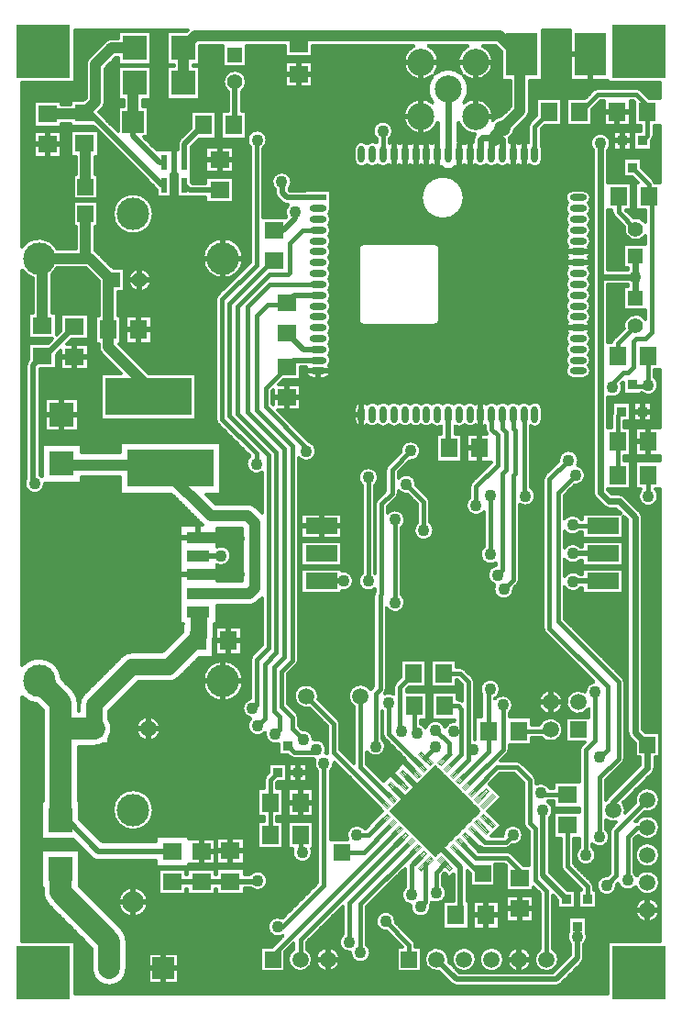
<source format=gtl>
%FSLAX43Y43*%
%MOMM*%
G71*
G01*
G75*
G04 Layer_Physical_Order=1*
%ADD10C,0.300*%
%ADD11R,1.600X1.800*%
%ADD12C,0.125*%
%ADD13R,1.800X1.600*%
%ADD14R,3.000X1.500*%
%ADD15R,2.300X2.300*%
%ADD16R,2.100X1.050*%
%ADD17R,8.000X3.500*%
%ADD18R,0.550X1.450*%
%ADD19R,3.000X4.000*%
%ADD20R,0.900X0.950*%
%ADD21R,0.900X0.950*%
%ADD22O,0.600X1.600*%
%ADD23O,1.600X0.600*%
%ADD24R,1.600X0.600*%
%ADD25R,10.300X10.500*%
%ADD26C,0.400*%
%ADD27C,0.500*%
%ADD28C,2.000*%
%ADD29C,0.600*%
%ADD30C,1.000*%
%ADD31C,1.500*%
%ADD32R,5.000X5.000*%
%ADD33R,1.500X1.500*%
%ADD34C,1.400*%
%ADD35R,1.400X1.400*%
%ADD36C,2.000*%
%ADD37C,1.500*%
%ADD38C,1.500*%
%ADD39R,1.500X1.500*%
%ADD40C,3.000*%
%ADD41C,2.500*%
%ADD42R,2.000X2.000*%
%ADD43C,1.100*%
D10*
X57674Y83949D02*
G03*
X57250Y84125I-424J-424D01*
G01*
X57674Y83949D02*
G03*
X57250Y84125I-424J-424D01*
G01*
X58737Y79291D02*
G03*
X58912Y79715I-424J424D01*
G01*
X58737Y79291D02*
G03*
X58912Y79715I-424J424D01*
G01*
X54675Y78383D02*
G03*
X54925Y79025I-700J642D01*
G01*
X58993Y75407D02*
G03*
X58837Y75681I-581J-149D01*
G01*
X58993Y75407D02*
G03*
X58837Y75681I-581J-149D01*
G01*
X58100Y71755D02*
G03*
X56981Y72188I-892J-644D01*
G01*
X56132Y71339D02*
G03*
X58100Y70467I1076J-228D01*
G01*
Y62809D02*
G03*
X56116Y61961I-908J-621D01*
G01*
X55012Y72707D02*
G03*
X55188Y72283I600J0D01*
G01*
X55012Y72707D02*
G03*
X55188Y72283I600J0D01*
G01*
X53725Y84125D02*
G03*
X53301Y83949I0J-600D01*
G01*
X53725Y84125D02*
G03*
X53301Y83949I0J-600D01*
G01*
X54925Y79025D02*
G03*
X53275Y78383I-950J0D01*
G01*
X52890Y73500D02*
G03*
X53100Y74000I-490J500D01*
G01*
Y73000D02*
G03*
X52890Y73500I-700J0D01*
G01*
X52890Y72500D02*
G03*
X53100Y73000I-490J500D01*
G01*
Y74000D02*
G03*
X52400Y74700I-700J0D01*
G01*
X53100Y72000D02*
G03*
X52890Y72500I-700J0D01*
G01*
Y71500D02*
G03*
X53100Y72000I-490J500D01*
G01*
Y71000D02*
G03*
X52890Y71500I-700J0D01*
G01*
Y70500D02*
G03*
X53100Y71000I-490J500D01*
G01*
Y70000D02*
G03*
X52890Y70500I-700J0D01*
G01*
Y69500D02*
G03*
X53100Y70000I-490J500D01*
G01*
Y69000D02*
G03*
X52890Y69500I-700J0D01*
G01*
X52890Y68500D02*
G03*
X53100Y69000I-490J500D01*
G01*
Y68000D02*
G03*
X52890Y68500I-700J0D01*
G01*
X52890Y67500D02*
G03*
X53100Y68000I-490J500D01*
G01*
Y67000D02*
G03*
X52890Y67500I-700J0D01*
G01*
Y66500D02*
G03*
X53100Y67000I-490J500D01*
G01*
Y66000D02*
G03*
X52890Y66500I-700J0D01*
G01*
Y65500D02*
G03*
X53100Y66000I-490J500D01*
G01*
Y65000D02*
G03*
X52890Y65500I-700J0D01*
G01*
Y64500D02*
G03*
X53100Y65000I-490J500D01*
G01*
Y64000D02*
G03*
X52890Y64500I-700J0D01*
G01*
X52890Y63500D02*
G03*
X53100Y64000I-490J500D01*
G01*
Y63000D02*
G03*
X52890Y63500I-700J0D01*
G01*
X52890Y62500D02*
G03*
X53100Y63000I-490J500D01*
G01*
X59338Y56687D02*
G03*
X58988Y57424I-950J0D01*
G01*
X57742Y55991D02*
G03*
X59338Y56687I646J697D01*
G01*
X56025Y56475D02*
G03*
X55940Y56867I-950J0D01*
G01*
X59338Y46437D02*
G03*
X59075Y47093I-950J0D01*
G01*
X57850Y44525D02*
G03*
X57645Y45020I-700J0D01*
G01*
X57850Y44525D02*
G03*
X57645Y45020I-700J0D01*
G01*
X57700Y47093D02*
G03*
X59338Y46437I687J-656D01*
G01*
X56195Y46470D02*
G03*
X55700Y46675I-495J-495D01*
G01*
X56195Y46470D02*
G03*
X55700Y46675I-495J-495D01*
G01*
X55163Y61009D02*
G03*
X54998Y60693I424J-424D01*
G01*
X55163Y61009D02*
G03*
X54998Y60693I424J-424D01*
G01*
X54675Y55613D02*
G03*
X56025Y56475I400J862D01*
G01*
X55092Y54222D02*
G03*
X54988Y53885I496J-338D01*
G01*
X55092Y54222D02*
G03*
X54988Y53885I496J-338D01*
G01*
X53100Y62000D02*
G03*
X52890Y62500I-700J0D01*
G01*
Y61500D02*
G03*
X53100Y62000I-490J500D01*
G01*
Y61000D02*
G03*
X52890Y61500I-700J0D01*
G01*
Y60500D02*
G03*
X53100Y61000I-490J500D01*
G01*
Y60000D02*
G03*
X52890Y60500I-700J0D01*
G01*
Y59500D02*
G03*
X53100Y60000I-490J500D01*
G01*
Y59000D02*
G03*
X52890Y59500I-700J0D01*
G01*
X52890Y58500D02*
G03*
X53100Y59000I-490J500D01*
G01*
Y58000D02*
G03*
X52890Y58500I-700J0D01*
G01*
X52400Y57300D02*
G03*
X53100Y58000I0J700D01*
G01*
X51975Y49775D02*
G03*
X50080Y49678I-950J0D01*
G01*
X51862Y49326D02*
G03*
X51975Y49775I-837J449D01*
G01*
X54255Y45480D02*
G03*
X54750Y45275I495J495D01*
G01*
X54255Y45480D02*
G03*
X54750Y45275I495J495D01*
G01*
X53275Y46750D02*
G03*
X53480Y46255I700J0D01*
G01*
X53275Y46750D02*
G03*
X53480Y46255I700J0D01*
G01*
X52600Y48400D02*
G03*
X51862Y49326I-950J0D01*
G01*
X51553Y47455D02*
G03*
X52600Y48400I97J945D01*
G01*
X52183Y44300D02*
G03*
X50625Y44383I-808J-500D01*
G01*
Y43217D02*
G03*
X52017Y43100I750J583D01*
G01*
X52103Y41810D02*
G03*
X50625Y41695I-693J-650D01*
G01*
Y40625D02*
G03*
X52103Y40510I785J535D01*
G01*
X44050Y86500D02*
G03*
X43087Y88000I-1650J0D01*
G01*
X47166Y81368D02*
G03*
X47429Y82004I-636J636D01*
G01*
X47165Y81367D02*
G03*
X47429Y82004I-636J637D01*
G01*
X47476Y81018D02*
G03*
X47300Y80594I424J-424D01*
G01*
X47476Y81018D02*
G03*
X47300Y80594I424J-424D01*
G01*
X51400Y74700D02*
G03*
X50910Y73500I0J-700D01*
G01*
X48600Y78500D02*
G03*
X48500Y78861I-700J0D01*
G01*
X50910Y73500D02*
G03*
X50910Y72500I490J-500D01*
G01*
Y72500D02*
G03*
X50910Y71500I490J-500D01*
G01*
X47400Y77010D02*
G03*
X48600Y77500I500J490D01*
G01*
X46400Y77010D02*
G03*
X47400Y77010I500J490D01*
G01*
X47300Y79074D02*
G03*
X46400Y78990I-400J-574D01*
G01*
X45594Y79490D02*
G03*
X46064Y80266I-669J935D01*
G01*
X46400Y78990D02*
G03*
X45600Y79132I-500J-490D01*
G01*
X45400Y77010D02*
G03*
X46400Y77010I500J490D01*
G01*
X44823Y81570D02*
G03*
X44004Y81114I102J-1145D01*
G01*
G03*
X44050Y81500I-1604J386D01*
G01*
X42386Y79850D02*
G03*
X42200Y79375I514J-475D01*
G01*
X42386Y79850D02*
G03*
X42200Y79375I514J-475D01*
G01*
X44400Y77010D02*
G03*
X45400Y77010I500J490D01*
G01*
X43400D02*
G03*
X44400Y77010I500J490D01*
G01*
X42400Y77010D02*
G03*
X43400Y77010I500J490D01*
G01*
X41713Y88000D02*
G03*
X41126Y85452I687J-1500D01*
G01*
X41352Y85226D02*
G03*
X44050Y86500I1048J1274D01*
G01*
X38674Y85452D02*
G03*
X39050Y86500I-1274J1048D01*
G01*
G03*
X38087Y88000I-1650J0D01*
G01*
X41800Y84000D02*
G03*
X41352Y85226I-1900J0D01*
G01*
Y82774D02*
G03*
X41800Y84000I-1452J1226D01*
G01*
X44050Y81500D02*
G03*
X41352Y82774I-1650J0D01*
G01*
X40850Y80934D02*
G03*
X42386Y79850I1550J566D01*
G01*
X41126Y85452D02*
G03*
X38674Y85452I-1226J-1452D01*
G01*
X38448Y82774D02*
G03*
X38950Y80934I-1048J-1274D01*
G01*
X38448Y85226D02*
G03*
X38448Y82774I1452J-1226D01*
G01*
X36713Y88000D02*
G03*
X38448Y85226I687J-1500D01*
G01*
X34475Y79413D02*
G03*
X34825Y80150I-600J737D01*
G01*
G03*
X33275Y79413I-950J0D01*
G01*
X42200Y79132D02*
G03*
X41400Y78990I-300J-632D01*
G01*
Y77010D02*
G03*
X42400Y77010I500J490D01*
G01*
X41400Y78990D02*
G03*
X40850Y79198I-500J-490D01*
G01*
X40606Y76865D02*
G03*
X41400Y77010I294J635D01*
G01*
X39194Y76865D02*
G03*
X40606Y76865I706J635D01*
G01*
X38950Y79198D02*
G03*
X38400Y78990I-50J-698D01*
G01*
Y77010D02*
G03*
X39194Y76865I500J490D01*
G01*
X38400Y78990D02*
G03*
X37400Y78990I-500J-490D01*
G01*
Y77010D02*
G03*
X38400Y77010I500J490D01*
G01*
X41402Y74000D02*
G03*
X41402Y74000I-2012J0D01*
G01*
X37400Y78990D02*
G03*
X36400Y78990I-500J-490D01*
G01*
Y77010D02*
G03*
X37400Y77010I500J490D01*
G01*
X36400Y78990D02*
G03*
X35400Y78990I-500J-490D01*
G01*
Y77010D02*
G03*
X36400Y77010I500J490D01*
G01*
X35400Y78990D02*
G03*
X34475Y79056I-500J-490D01*
G01*
X34388Y77023D02*
G03*
X35400Y77010I512J477D01*
G01*
X33388Y76998D02*
G03*
X34388Y77023I488J502D01*
G01*
X32400Y77010D02*
G03*
X33388Y76998I500J490D01*
G01*
X33275Y79091D02*
G03*
X32400Y78990I-375J-591D01*
G01*
X50910Y71500D02*
G03*
X50910Y70500I490J-500D01*
G01*
Y70500D02*
G03*
X50910Y69500I490J-500D01*
G01*
Y69500D02*
G03*
X50910Y68500I490J-500D01*
G01*
G03*
X50910Y67500I490J-500D01*
G01*
Y67500D02*
G03*
X50910Y66500I490J-500D01*
G01*
Y66500D02*
G03*
X50910Y65500I490J-500D01*
G01*
Y65500D02*
G03*
X50910Y64500I490J-500D01*
G01*
Y64500D02*
G03*
X50910Y63500I490J-500D01*
G01*
G03*
X50910Y62500I490J-500D01*
G01*
Y62500D02*
G03*
X50910Y61500I490J-500D01*
G01*
Y61500D02*
G03*
X50910Y60500I490J-500D01*
G01*
Y60500D02*
G03*
X50910Y59500I490J-500D01*
G01*
Y59500D02*
G03*
X50910Y58500I490J-500D01*
G01*
G03*
X51400Y57300I490J-500D01*
G01*
X48600Y54500D02*
G03*
X47400Y54990I-700J0D01*
G01*
X47500Y52926D02*
G03*
X48600Y53500I400J574D01*
G01*
X47400Y54990D02*
G03*
X46400Y54990I-500J-490D01*
G01*
X46400D02*
G03*
X45400Y54990I-500J-490D01*
G01*
X45400D02*
G03*
X44400Y54990I-500J-490D01*
G01*
X44400D02*
G03*
X43400Y54990I-500J-490D01*
G01*
X43400D02*
G03*
X42400Y54990I-500J-490D01*
G01*
Y53010D02*
G03*
X43300Y52926I500J490D01*
G01*
X42400Y54990D02*
G03*
X41400Y54990I-500J-490D01*
G01*
Y53010D02*
G03*
X42400Y53010I500J490D01*
G01*
X40550Y52894D02*
G03*
X41400Y53010I350J606D01*
G01*
X39023Y62402D02*
G03*
X39177Y62775I-373J373D01*
G01*
X39023Y62402D02*
G03*
X39177Y62775I-373J373D01*
G01*
X41400Y54990D02*
G03*
X40400Y54990I-500J-490D01*
G01*
X40400D02*
G03*
X39400Y54990I-500J-490D01*
G01*
X43300Y52625D02*
G03*
X43476Y52201I600J0D01*
G01*
X43300Y52625D02*
G03*
X43476Y52201I600J0D01*
G01*
X48826Y48424D02*
G03*
X48650Y48000I424J-424D01*
G01*
X48826Y48424D02*
G03*
X48650Y48000I424J-424D01*
G01*
X47975Y46475D02*
G03*
X47500Y47298I-950J0D01*
G01*
X46500Y45683D02*
G03*
X47975Y46475I525J792D01*
G01*
X42051Y47774D02*
G03*
X41875Y47350I424J-424D01*
G01*
X42051Y47774D02*
G03*
X41875Y47350I424J-424D01*
G01*
Y46337D02*
G03*
X43175Y44958I600J-737D01*
G01*
Y41812D02*
G03*
X44300Y40283I600J-737D01*
G01*
X39177Y69250D02*
G03*
X38650Y69777I-527J0D01*
G01*
X39177Y69250D02*
G03*
X38650Y69777I-527J0D01*
G01*
X38600Y62198D02*
G03*
X38973Y62352I0J527D01*
G01*
X38600Y62198D02*
G03*
X38973Y62352I0J527D01*
G01*
X39400Y54990D02*
G03*
X38400Y54990I-500J-490D01*
G01*
Y53010D02*
G03*
X39250Y52894I500J490D01*
G01*
X38400Y54990D02*
G03*
X37400Y54990I-500J-490D01*
G01*
Y53010D02*
G03*
X38400Y53010I500J490D01*
G01*
X37400Y54990D02*
G03*
X36400Y54990I-500J-490D01*
G01*
Y53010D02*
G03*
X37400Y53010I500J490D01*
G01*
X36400Y54990D02*
G03*
X35400Y54990I-500J-490D01*
G01*
Y53010D02*
G03*
X36400Y53010I500J490D01*
G01*
X36328Y49680D02*
G03*
X37375Y50625I97J945D01*
G01*
G03*
X35480Y50528I-950J0D01*
G01*
X35400Y54990D02*
G03*
X34400Y54990I-500J-490D01*
G01*
Y53010D02*
G03*
X35400Y53010I500J490D01*
G01*
X34400Y54990D02*
G03*
X33400Y54990I-500J-490D01*
G01*
X33400D02*
G03*
X32400Y54990I-500J-490D01*
G01*
X33400Y53010D02*
G03*
X34400Y53010I500J490D01*
G01*
X32400Y53010D02*
G03*
X33400Y53010I500J490D01*
G01*
X34276Y49324D02*
G03*
X34100Y48900I424J-424D01*
G01*
X34276Y49324D02*
G03*
X34100Y48900I424J-424D01*
G01*
X38250Y45925D02*
G03*
X38074Y46349I-600J0D01*
G01*
X38250Y45925D02*
G03*
X38074Y46349I-600J0D01*
G01*
X38600Y43300D02*
G03*
X38250Y44037I-950J0D01*
G01*
X37050D02*
G03*
X38600Y43300I600J-737D01*
G01*
X36975Y47550D02*
G03*
X35300Y48164I-950J0D01*
G01*
Y46936D02*
G03*
X36122Y46605I725J614D01*
G01*
X35124Y46276D02*
G03*
X35300Y46700I-424J424D01*
G01*
X35124Y46276D02*
G03*
X35300Y46700I-424J424D01*
G01*
X33125Y47438D02*
G03*
X33475Y48175I-600J737D01*
G01*
X35600Y43538D02*
G03*
X35950Y44275I-600J737D01*
G01*
X33301Y46149D02*
G03*
X33125Y45725I424J-424D01*
G01*
X33301Y46149D02*
G03*
X33125Y45725I424J-424D01*
G01*
X35950Y44275D02*
G03*
X34325Y44943I-950J0D01*
G01*
X56225Y29300D02*
G03*
X56049Y29724I-600J0D01*
G01*
X56225Y29300D02*
G03*
X56049Y29724I-600J0D01*
G01*
X58794Y20879D02*
G03*
X58999Y21374I-495J495D01*
G01*
X58794Y20879D02*
G03*
X58999Y21374I-495J495D01*
G01*
X59449Y18427D02*
G03*
X57181Y18158I-1150J0D01*
G01*
X56450Y24656D02*
G03*
X56655Y24161I700J0D01*
G01*
X56450Y24656D02*
G03*
X56655Y24161I700J0D01*
G01*
X56049Y21826D02*
G03*
X56225Y22250I-424J424D01*
G01*
X56049Y21826D02*
G03*
X56225Y22250I-424J424D01*
G01*
X52073Y39270D02*
G03*
X50625Y39087I-648J-695D01*
G01*
Y38063D02*
G03*
X52157Y37970I800J512D01*
G01*
X48650Y34250D02*
G03*
X48826Y33826I600J0D01*
G01*
X48650Y34250D02*
G03*
X48826Y33826I600J0D01*
G01*
X53315Y29336D02*
G03*
X52525Y28405I160J-936D01*
G01*
G03*
X52875Y26830I-625J-965D01*
G01*
X52201Y23474D02*
G03*
X52025Y23050I424J-424D01*
G01*
X52201Y23474D02*
G03*
X52025Y23050I424J-424D01*
G01*
X50510Y27440D02*
G03*
X50510Y27440I-1150J0D01*
G01*
Y24900D02*
G03*
X48321Y25393I-1150J0D01*
G01*
X48453Y24193D02*
G03*
X50510Y24900I907J707D01*
G01*
X49293Y19488D02*
G03*
X48025Y19900I-843J-438D01*
G01*
X58030Y17309D02*
G03*
X59449Y18427I269J1118D01*
G01*
Y15887D02*
G03*
X57318Y16487I-1150J0D01*
G01*
X57420Y15146D02*
G03*
X59449Y15887I879J741D01*
G01*
X59449Y13347D02*
G03*
X59449Y13347I-1150J0D01*
G01*
X57312Y16487D02*
G03*
X57196Y16476I0J-600D01*
G01*
X57312Y16487D02*
G03*
X57196Y16476I0J-600D01*
G01*
X56272Y17249D02*
G03*
X56300Y17500I-1122J251D01*
G01*
G03*
X56085Y18170I-1150J0D01*
G01*
X54655Y18720D02*
G03*
X54483Y18437I495J-495D01*
G01*
X54655Y18720D02*
G03*
X54483Y18437I495J-495D01*
G01*
X54475Y16569D02*
G03*
X55401Y16378I675J931D01*
G01*
X55001Y15977D02*
G03*
X54825Y15553I424J-424D01*
G01*
X55001Y15977D02*
G03*
X54825Y15553I424J-424D01*
G01*
Y15000D02*
G03*
X54475Y15737I-950J0D01*
G01*
X53225Y14307D02*
G03*
X54825Y15000I650J693D01*
G01*
X53575Y13325D02*
G03*
X53225Y14062I-950J0D01*
G01*
X59449Y10807D02*
G03*
X57327Y11421I-1150J0D01*
G01*
G03*
X57075Y11737I-852J-421D01*
G01*
X57220Y10410D02*
G03*
X59449Y10807I1079J397D01*
G01*
X59449Y8267D02*
G03*
X59449Y8267I-1150J0D01*
G01*
X55568Y10719D02*
G03*
X57220Y10410I907J281D01*
G01*
X54622Y11470D02*
G03*
X55475Y10525I-97J-945D01*
G01*
X53358Y10442D02*
G03*
X53183Y10866I-600J0D01*
G01*
X53358Y10442D02*
G03*
X53183Y10866I-600J0D01*
G01*
X52025Y14062D02*
G03*
X53575Y13325I600J-737D01*
G01*
X49600Y17475D02*
G03*
X49142Y18288I-950J0D01*
G01*
X49300Y16782D02*
G03*
X49600Y17475I-650J693D01*
G01*
X50307Y12293D02*
G03*
X50482Y11869I600J0D01*
G01*
X50307Y12293D02*
G03*
X50482Y11869I600J0D01*
G01*
X52758Y5800D02*
G03*
X52658Y6224I-950J0D01*
G01*
X52458Y5107D02*
G03*
X52758Y5800I-650J693D01*
G01*
X50958Y6224D02*
G03*
X51158Y5107I850J-424D01*
G01*
X52268Y3374D02*
G03*
X52458Y3833I-460J460D01*
G01*
X52267Y3373D02*
G03*
X52458Y3833I-459J460D01*
G01*
X50138Y3711D02*
G03*
X49588Y4692I-1150J0D01*
G01*
X48388D02*
G03*
X50138Y3711I600J-981D01*
G01*
X49850Y1225D02*
G03*
X50310Y1416I0J650D01*
G01*
X49850Y1225D02*
G03*
X50310Y1415I0J650D01*
G01*
X46324Y38301D02*
G03*
X46500Y38725I-424J424D01*
G01*
X46324Y38301D02*
G03*
X46500Y38725I-424J424D01*
G01*
X44171Y38267D02*
G03*
X45975Y37850I854J-417D01*
G01*
X45900Y27175D02*
G03*
X44453Y27985I-950J0D01*
G01*
X45550Y26438D02*
G03*
X45900Y27175I-600J737D01*
G01*
X48025Y20275D02*
G03*
X47849Y20699I-600J0D01*
G01*
X48025Y20275D02*
G03*
X47849Y20699I-600J0D01*
G01*
X46699Y21849D02*
G03*
X46275Y22025I-424J-424D01*
G01*
X46699Y21849D02*
G03*
X46275Y22025I-424J-424D01*
G01*
X44300Y40113D02*
G03*
X44171Y38267I150J-938D01*
G01*
X41406Y30518D02*
G03*
X40982Y30693I-424J-424D01*
G01*
X41406Y30518D02*
G03*
X40982Y30693I-424J-424D01*
G01*
X44725Y28650D02*
G03*
X42988Y28118I-950J0D01*
G01*
X42350Y29325D02*
G03*
X42174Y29749I-600J0D01*
G01*
X42350Y29325D02*
G03*
X42174Y29749I-600J0D01*
G01*
X44453Y27985D02*
G03*
X44725Y28650I-678J665D01*
G01*
X44272Y27840D02*
G03*
X44188Y27742I678J-665D01*
G01*
X45374Y22670D02*
G03*
X45550Y23094I-424J424D01*
G01*
X45374Y22670D02*
G03*
X45550Y23094I-424J424D01*
G01*
X46825Y16275D02*
G03*
X47001Y15851I600J0D01*
G01*
X46825Y16275D02*
G03*
X47001Y15851I600J0D01*
G01*
X46825Y15175D02*
G03*
X44928Y15100I-950J0D01*
G01*
X45778Y14230D02*
G03*
X46825Y15175I97J945D01*
G01*
X45200Y13900D02*
G03*
X45624Y14076I0J600D01*
G01*
X45200Y13900D02*
G03*
X45624Y14076I0J600D01*
G01*
X45749Y13524D02*
G03*
X45325Y13700I-424J-424D01*
G01*
X45749Y13524D02*
G03*
X45325Y13700I-424J-424D01*
G01*
X42864Y14076D02*
G03*
X43288Y13900I424J424D01*
G01*
X42864Y14076D02*
G03*
X43288Y13900I424J424D01*
G01*
X35950Y36625D02*
G03*
X35600Y37362I-950J0D01*
G01*
X34200Y36113D02*
G03*
X35950Y36625I800J512D01*
G01*
X33125Y37667D02*
G03*
X33000Y37300I475J-367D01*
G01*
X33125Y37667D02*
G03*
X33000Y37300I475J-367D01*
G01*
X35026Y29280D02*
G03*
X34850Y28856I424J-424D01*
G01*
X35026Y29280D02*
G03*
X34850Y28856I424J-424D01*
G01*
X41150Y27585D02*
G03*
X40807Y27693I-343J-492D01*
G01*
X41150Y27585D02*
G03*
X40807Y27693I-343J-492D01*
G01*
X39610Y25194D02*
G03*
X38837Y25793I-885J-344D01*
G01*
X38613D02*
G03*
X37811Y25109I112J-943D01*
G01*
X40475Y25700D02*
G03*
X39610Y25194I-25J-950D01*
G01*
X37811Y25109D02*
G03*
X37388Y25453I-786J-534D01*
G01*
X34042Y28244D02*
G03*
X34200Y28650I-442J406D01*
G01*
X34042Y28244D02*
G03*
X34200Y28650I-442J406D01*
G01*
X34850Y28225D02*
G03*
X34042Y28244I-425J-850D01*
G01*
X33825Y24495D02*
G03*
X34001Y24070I600J0D01*
G01*
X33825Y24495D02*
G03*
X34001Y24070I600J0D01*
G01*
X34150Y23350D02*
G03*
X33800Y24087I-950J0D01*
G01*
X32392Y22850D02*
G03*
X34150Y23350I808J500D01*
G01*
X47598Y3711D02*
G03*
X47598Y3711I-1150J0D01*
G01*
X45058D02*
G03*
X45058Y3711I-1150J0D01*
G01*
X39750Y9825D02*
G03*
X39400Y10562I-950J0D01*
G01*
X39422Y9107D02*
G03*
X39750Y9825I-622J718D01*
G01*
X38389Y8969D02*
G03*
X39412Y9099I411J856D01*
G01*
X38293Y8664D02*
G03*
X38389Y8969I-504J325D01*
G01*
X38293Y8664D02*
G03*
X38389Y8969I-504J325D01*
G01*
X38300Y8550D02*
G03*
X38293Y8664I-950J0D01*
G01*
X36888Y5062D02*
G03*
X36712Y5486I-600J0D01*
G01*
X36888Y5062D02*
G03*
X36712Y5486I-600J0D01*
G01*
X36413Y8707D02*
G03*
X38300Y8550I937J-157D01*
G01*
X35925Y10387D02*
G03*
X36413Y8707I600J-737D01*
G01*
X35075Y7225D02*
G03*
X34222Y6280I-950J0D01*
G01*
X42518Y3711D02*
G03*
X40490Y2968I-1150J0D01*
G01*
X40625Y2833D02*
G03*
X42518Y3711I743J878D01*
G01*
X39978D02*
G03*
X39039Y2581I-1150J0D01*
G01*
X40204Y1416D02*
G03*
X40664Y1225I460J459D01*
G01*
X39958Y3500D02*
G03*
X39978Y3711I-1130J211D01*
G01*
X40204Y1415D02*
G03*
X40664Y1225I460J460D01*
G01*
X32750Y4325D02*
G03*
X32400Y5062I-950J0D01*
G01*
Y78990D02*
G03*
X31200Y78500I-500J-490D01*
G01*
X23200Y79325D02*
G03*
X21575Y78657I-950J0D01*
G01*
X22775Y78533D02*
G03*
X23200Y79325I-525J792D01*
G01*
X20842Y83801D02*
G03*
X21292Y84689I-650J887D01*
G01*
X31200Y77500D02*
G03*
X32400Y77010I700J0D01*
G01*
X29100Y73000D02*
G03*
X29032Y73300I-700J0D01*
G01*
X28890Y72500D02*
G03*
X29100Y73000I-490J500D01*
G01*
X25200Y74782D02*
G03*
X25475Y75450I-675J668D01*
G01*
G03*
X23900Y74735I-950J0D01*
G01*
X24515Y73540D02*
G03*
X24975Y73350I460J460D01*
G01*
X23900Y74425D02*
G03*
X24091Y73965I650J0D01*
G01*
X23900Y74425D02*
G03*
X24090Y73965I650J0D01*
G01*
X24515Y73541D02*
G03*
X24975Y73350I460J459D01*
G01*
X25108D02*
G03*
X24907Y72212I642J-700D01*
G01*
X21292Y84689D02*
G03*
X19542Y83801I-1100J0D01*
G01*
X15091Y79416D02*
G03*
X14900Y78956I459J-460D01*
G01*
X15090Y79415D02*
G03*
X14900Y78956I460J-460D01*
G01*
X32100Y69777D02*
G03*
X31573Y69250I0J-527D01*
G01*
X32100Y69777D02*
G03*
X31573Y69250I0J-527D01*
G01*
Y62725D02*
G03*
X32100Y62198I527J0D01*
G01*
X31573Y62725D02*
G03*
X32100Y62198I527J0D01*
G01*
X29100Y72000D02*
G03*
X28890Y72500I-700J0D01*
G01*
Y71500D02*
G03*
X29100Y72000I-490J500D01*
G01*
Y71000D02*
G03*
X28890Y71500I-700J0D01*
G01*
Y70500D02*
G03*
X29100Y71000I-490J500D01*
G01*
Y70000D02*
G03*
X28890Y70500I-700J0D01*
G01*
Y69500D02*
G03*
X29100Y70000I-490J500D01*
G01*
Y69000D02*
G03*
X28890Y69500I-700J0D01*
G01*
X28890Y68500D02*
G03*
X29100Y69000I-490J500D01*
G01*
Y68000D02*
G03*
X28890Y68500I-700J0D01*
G01*
X28890Y67500D02*
G03*
X29100Y68000I-490J500D01*
G01*
Y67000D02*
G03*
X28890Y67500I-700J0D01*
G01*
Y66500D02*
G03*
X29100Y67000I-490J500D01*
G01*
Y66000D02*
G03*
X28890Y66500I-700J0D01*
G01*
Y65500D02*
G03*
X29100Y66000I-490J500D01*
G01*
Y65000D02*
G03*
X28890Y65500I-700J0D01*
G01*
Y64500D02*
G03*
X29100Y65000I-490J500D01*
G01*
Y64000D02*
G03*
X28890Y64500I-700J0D01*
G01*
X28890Y63500D02*
G03*
X29100Y64000I-490J500D01*
G01*
Y63000D02*
G03*
X28890Y63500I-700J0D01*
G01*
X28890Y62500D02*
G03*
X29100Y63000I-490J500D01*
G01*
Y62000D02*
G03*
X28890Y62500I-700J0D01*
G01*
Y61500D02*
G03*
X29100Y62000I-490J500D01*
G01*
Y61000D02*
G03*
X28890Y61500I-700J0D01*
G01*
Y60500D02*
G03*
X29100Y61000I-490J500D01*
G01*
Y60000D02*
G03*
X28890Y60500I-700J0D01*
G01*
Y59500D02*
G03*
X29100Y60000I-490J500D01*
G01*
Y59000D02*
G03*
X28890Y59500I-700J0D01*
G01*
X28890Y58500D02*
G03*
X29100Y59000I-490J500D01*
G01*
Y58000D02*
G03*
X28890Y58500I-700J0D01*
G01*
X32400Y54990D02*
G03*
X31200Y54500I-500J-490D01*
G01*
Y53500D02*
G03*
X32400Y53010I700J0D01*
G01*
X33475Y48175D02*
G03*
X31925Y47438I-950J0D01*
G01*
X28400Y57300D02*
G03*
X29100Y58000I0J700D01*
G01*
X26794Y58350D02*
G03*
X27400Y57300I606J-350D01*
G01*
X27750Y50600D02*
G03*
X27060Y51514I-950J0D01*
G01*
X26100Y49958D02*
G03*
X27750Y50600I700J642D01*
G01*
X21000Y68400D02*
G03*
X21000Y68400I-1900J0D01*
G01*
X18551Y65024D02*
G03*
X18375Y64600I424J-424D01*
G01*
X18551Y65024D02*
G03*
X18375Y64600I424J-424D01*
G01*
X21556Y50146D02*
G03*
X22725Y48650I619J-721D01*
G01*
X22189Y45437D02*
G03*
X21375Y45775I-814J-812D01*
G01*
X22188Y45438D02*
G03*
X21375Y45775I-813J-813D01*
G01*
X18375Y53575D02*
G03*
X18551Y53151I600J0D01*
G01*
X18375Y53575D02*
G03*
X18551Y53151I600J0D01*
G01*
X9172Y86849D02*
G03*
X9273Y86901I-388J867D01*
G01*
X8851Y88701D02*
G03*
X8439Y88601I0J-900D01*
G01*
X8851Y88701D02*
G03*
X8439Y88601I0J-900D01*
G01*
G03*
X7952Y88175I345J-885D01*
G01*
X7961Y82170D02*
G03*
X8225Y82806I-636J636D01*
G01*
X7961Y82169D02*
G03*
X8225Y82806I-636J637D01*
G01*
X12700Y72500D02*
G03*
X12700Y72500I-1900J0D01*
G01*
X6689Y86912D02*
G03*
X6425Y86275I636J-637D01*
G01*
X6689Y86911D02*
G03*
X6425Y86275I636J-636D01*
G01*
X3773Y69300D02*
G03*
X550Y69499I-1673J-900D01*
G01*
X12511Y66392D02*
G03*
X12511Y66392I-1100J0D01*
G01*
X7612Y60213D02*
G03*
X7876Y59576I900J0D01*
G01*
X7612Y60213D02*
G03*
X7877Y59576I900J0D01*
G01*
X7437Y69036D02*
G03*
X7312Y69140I-637J-636D01*
G01*
X7436Y69036D02*
G03*
X7312Y69140I-636J-636D01*
G01*
X3307Y66932D02*
G03*
X3773Y67500I-1207J1468D01*
G01*
X550Y67301D02*
G03*
X1507Y66595I1550J1099D01*
G01*
X1091Y58991D02*
G03*
X900Y58531I459J-460D01*
G01*
X1090Y58991D02*
G03*
X900Y58531I460J-460D01*
G01*
Y48137D02*
G03*
X2650Y47625I800J-512D01*
G01*
X2401Y48266D02*
G03*
X2200Y48433I-701J-641D01*
G01*
X31925Y39362D02*
G03*
X33125Y37888I600J-737D01*
G01*
X31175Y38625D02*
G03*
X30100Y39567I-950J0D01*
G01*
Y37683D02*
G03*
X31175Y38625I125J942D01*
G01*
X32746Y28642D02*
G03*
X31192Y27019I-954J-642D01*
G01*
X29925Y25467D02*
G03*
X29749Y25891I-600J0D01*
G01*
X29925Y25467D02*
G03*
X29749Y25891I-600J0D01*
G01*
X27910Y27730D02*
G03*
X27942Y28000I-1118J269D01*
G01*
X29025Y21088D02*
G03*
X29375Y21825I-600J737D01*
G01*
X28587Y22761D02*
G03*
X28650Y23100I-887J339D01*
G01*
X28731Y22725D02*
G03*
X28587Y22761I-306J-900D01*
G01*
X28650Y23100D02*
G03*
X27450Y24016I-950J0D01*
G01*
X27538Y22164D02*
G03*
X27825Y21088I887J-339D01*
G01*
X27450Y24016D02*
G03*
X26403Y24945I-950J-16D01*
G01*
X27330Y22225D02*
G03*
X27538Y22164I370J875D01*
G01*
X21525Y36350D02*
G03*
X22339Y36688I0J1150D01*
G01*
X21525Y36350D02*
G03*
X22338Y36687I0J1150D01*
G01*
X25924Y30876D02*
G03*
X26100Y31300I-424J424D01*
G01*
X25924Y30876D02*
G03*
X26100Y31300I-424J424D01*
G01*
X21776Y31774D02*
G03*
X21600Y31350I424J-424D01*
G01*
X21776Y31774D02*
G03*
X21600Y31350I424J-424D01*
G01*
X27942Y28000D02*
G03*
X27062Y26882I-1150J0D01*
G01*
X26100Y26050D02*
G03*
X25924Y26474I-600J0D01*
G01*
X26100Y26050D02*
G03*
X25924Y26474I-600J0D01*
G01*
X25281Y22401D02*
G03*
X25705Y22225I424J424D01*
G01*
X25281Y22401D02*
G03*
X25705Y22225I424J424D01*
G01*
X21627Y25946D02*
G03*
X22986Y24618I673J-671D01*
G01*
G03*
X24242Y23579I939J-143D01*
G01*
X21600Y27798D02*
G03*
X21627Y25946I225J-923D01*
G01*
X32187Y15793D02*
G03*
X30604Y14762I-737J-600D01*
G01*
X27375Y13575D02*
G03*
X27320Y13893I-950J0D01*
G01*
X25530D02*
G03*
X27375Y13575I895J-318D01*
G01*
X30150Y6037D02*
G03*
X30850Y4355I600J-737D01*
G01*
X29921Y3711D02*
G03*
X29921Y3711I-1150J0D01*
G01*
X30850Y4355D02*
G03*
X32750Y4325I950J-30D01*
G01*
X27381Y3711D02*
G03*
X26831Y4692I-1150J0D01*
G01*
X23063Y20709D02*
G03*
X22888Y20285I424J-424D01*
G01*
X23063Y20709D02*
G03*
X22888Y20285I424J-424D01*
G01*
X24576Y7549D02*
G03*
X24617Y5873I-426J-849D01*
G01*
X25631Y4692D02*
G03*
X27381Y3711I600J-981D01*
G01*
X23250Y10975D02*
G03*
X21553Y11562I-950J0D01*
G01*
X21672Y10262D02*
G03*
X23250Y10975I628J713D01*
G01*
X19875Y40950D02*
G03*
X18525Y41812I-950J0D01*
G01*
X18525Y40088D02*
G03*
X19875Y40950I400J862D01*
G01*
X18262Y33288D02*
G03*
X18275Y33475I-1387J187D01*
G01*
X18262Y33288D02*
G03*
X18275Y33475I-1387J187D01*
G01*
X21000Y29400D02*
G03*
X21000Y29400I-1900J0D01*
G01*
X14100Y29300D02*
G03*
X15091Y29711I0J1400D01*
G01*
X14100Y29300D02*
G03*
X15090Y29710I0J1400D01*
G01*
X13349Y24993D02*
G03*
X13349Y24993I-1150J0D01*
G01*
X10700Y32100D02*
G03*
X9710Y31690I0J-1400D01*
G01*
X10700Y32100D02*
G03*
X9709Y31689I0J-1400D01*
G01*
X8849Y24993D02*
G03*
X8599Y25866I-1650J0D01*
G01*
Y24119D02*
G03*
X8849Y24993I-1400J873D01*
G01*
X7199Y23343D02*
G03*
X8072Y23593I0J1650D01*
G01*
X6210Y28190D02*
G03*
X5799Y27199I989J-991D01*
G01*
X6209Y28189D02*
G03*
X5799Y27199I990J-990D01*
G01*
X5749Y27402D02*
G03*
X5255Y28579I-1650J0D01*
G01*
X4241Y29592D02*
G03*
X550Y30890I-2141J-192D01*
G01*
Y27910D02*
G03*
X1908Y27259I1550J1490D01*
G01*
X12700Y17500D02*
G03*
X12700Y17500I-1900J0D01*
G01*
X12200Y9000D02*
G03*
X12200Y9000I-1400J0D01*
G01*
X10244Y5406D02*
G03*
X9761Y6573I-1650J0D01*
G01*
X10244Y5406D02*
G03*
X9761Y6573I-1650J0D01*
G01*
X6951Y13051D02*
G03*
X7587Y12787I636J636D01*
G01*
X6950Y13052D02*
G03*
X7587Y12787I637J636D01*
G01*
X6944Y2892D02*
G03*
X10244Y2892I1650J0D01*
G01*
X6944D02*
G03*
X10244Y2892I1650J0D01*
G01*
X2449Y9901D02*
G03*
X2943Y8724I1650J0D01*
G01*
X57924Y83700D02*
X59450D01*
X58300Y83324D02*
Y84600D01*
X57724Y83900D02*
X59450D01*
X57824Y83800D02*
X59450D01*
X58224Y83400D02*
X59450D01*
X58324Y83300D02*
X59450D01*
X58024Y83600D02*
X59450D01*
X58124Y83500D02*
X59450D01*
X58100Y83524D02*
Y84600D01*
X58200Y83424D02*
Y84600D01*
X57900Y83724D02*
Y84600D01*
X58000Y83624D02*
Y84600D01*
X57700Y83924D02*
Y84600D01*
X57800Y83824D02*
Y84600D01*
X57600Y84012D02*
Y84600D01*
X59450Y83207D02*
Y84600D01*
X59400Y83207D02*
Y84600D01*
X59300Y83207D02*
Y84600D01*
X59200Y83207D02*
Y84600D01*
X59100Y83207D02*
Y84600D01*
X58912Y80600D02*
X59450D01*
X58417Y83207D02*
X59450D01*
X59000D02*
Y84600D01*
X58900Y83207D02*
Y84600D01*
X58800Y83207D02*
Y84600D01*
X58700Y83207D02*
Y84600D01*
X58600Y83207D02*
Y84600D01*
X58500Y83207D02*
Y84600D01*
X58400Y83224D02*
Y84600D01*
X57500Y84071D02*
Y84600D01*
X57400Y84106D02*
Y84600D01*
X57422Y84100D02*
X59450D01*
X57300Y84123D02*
Y84600D01*
X57617Y84000D02*
X59450D01*
X57674Y83949D02*
X58417Y83207D01*
X57200Y84125D02*
Y84600D01*
X57100Y84125D02*
Y84600D01*
X57001Y82925D02*
X57112Y82814D01*
X56712Y82800D02*
X57112D01*
X56712Y82700D02*
X57112D01*
X56712Y82600D02*
X57112D01*
X56712Y82500D02*
X57112D01*
X56712Y82400D02*
X57112D01*
X56712Y82300D02*
X57112D01*
X56712Y82200D02*
X57112D01*
X56712Y82100D02*
X57112D01*
X56712Y82000D02*
X57112D01*
X56712Y81900D02*
X57112D01*
X56712Y81800D02*
X57112D01*
X56712Y81700D02*
X57112D01*
X56712Y81600D02*
X57112D01*
X56712Y81500D02*
X57112D01*
X56712Y81400D02*
X57112D01*
X56712Y81300D02*
X57112D01*
X56712Y81200D02*
X57112D01*
X56712Y81100D02*
X57112D01*
X58912Y80607D02*
X59450D01*
X58912Y80500D02*
X59450D01*
X58912Y80400D02*
X59450D01*
X58912Y80300D02*
X59450D01*
X58912Y80200D02*
X59450D01*
X58912Y80100D02*
X59450D01*
X58912Y80000D02*
X59450D01*
X58912Y79900D02*
X59450D01*
X58912Y79800D02*
X59450D01*
X58912Y79715D02*
Y80607D01*
X57700Y80136D02*
Y80607D01*
X57712Y80136D02*
Y80607D01*
X58912Y79700D02*
X59450D01*
X58901Y79600D02*
X59450D01*
X58872Y79500D02*
X59450D01*
X58823Y79400D02*
X59450D01*
X58745Y79300D02*
X59450D01*
X58708Y79200D02*
X59450D01*
X58708Y79100D02*
X59450D01*
X58708Y79000D02*
X59450D01*
X58708Y78900D02*
X59450D01*
X58708Y78800D02*
X59450D01*
X58708Y78700D02*
X59450D01*
X58708Y78386D02*
Y79263D01*
Y78600D02*
X59450D01*
X58708Y78500D02*
X59450D01*
X58708Y78400D02*
X59450D01*
X57008Y78386D02*
X58708D01*
X54675Y78300D02*
X59450D01*
X54675Y78200D02*
X59450D01*
X54675Y78100D02*
X59450D01*
X54675Y78000D02*
X59450D01*
X54675Y77900D02*
X59450D01*
X54675Y77800D02*
X59450D01*
X57600Y80136D02*
Y80607D01*
X57500Y80136D02*
Y80607D01*
X57112D02*
X57712D01*
X57400Y80136D02*
Y80607D01*
X57300Y80136D02*
Y80607D01*
X57200Y80136D02*
Y80607D01*
X57008Y80136D02*
X57712D01*
X57758Y77600D02*
X59450D01*
X57758Y77500D02*
X59450D01*
X54675Y77700D02*
X59450D01*
X57758Y77400D02*
X59450D01*
X57758Y77300D02*
X59450D01*
X57758Y77200D02*
X59450D01*
X57758Y77100D02*
X59450D01*
X57700Y77636D02*
Y78386D01*
X57600Y77636D02*
Y78386D01*
X57500Y77636D02*
Y78386D01*
X57400Y77636D02*
Y78386D01*
X57300Y77636D02*
Y78386D01*
X57200Y77636D02*
Y78386D01*
X56058Y77636D02*
X57758D01*
X57000Y84125D02*
Y84600D01*
X56900Y84125D02*
Y84600D01*
X56800Y84125D02*
Y84600D01*
X56712Y82925D02*
X57001D01*
X56712Y82900D02*
X57027D01*
X56712Y81000D02*
X57112D01*
X56712Y80900D02*
X57112D01*
X56712Y80800D02*
X57112D01*
X56700Y84125D02*
Y84600D01*
X56600Y84125D02*
Y84600D01*
X56500Y84125D02*
Y84600D01*
X56400Y84125D02*
Y84600D01*
X56300Y84125D02*
Y84600D01*
X56200Y84125D02*
Y84600D01*
X56100Y84125D02*
Y84600D01*
X57000Y77636D02*
Y82925D01*
X56900Y77636D02*
Y82925D01*
X56712Y80607D02*
Y82925D01*
X56800Y80136D02*
Y82925D01*
X57112Y80607D02*
Y82814D01*
X57100Y80136D02*
Y82827D01*
X56712Y80700D02*
X57112D01*
X56700Y80136D02*
Y80607D01*
X56600Y80136D02*
Y80607D01*
X56500Y80136D02*
Y80607D01*
X56400Y80136D02*
Y80607D01*
X56300Y80136D02*
Y80607D01*
X56200Y80136D02*
Y80607D01*
X56100Y80136D02*
Y80607D01*
X56000Y84125D02*
Y84600D01*
X55900Y84125D02*
Y84600D01*
X55800Y84125D02*
Y84600D01*
X55700Y84125D02*
Y84600D01*
X55600Y84125D02*
Y84600D01*
X55500Y84125D02*
Y84600D01*
X55400Y84125D02*
Y84600D01*
X55300Y84125D02*
Y84600D01*
X55200Y84125D02*
Y84600D01*
X55100Y84125D02*
Y84600D01*
X55000Y84125D02*
Y84600D01*
X54900Y84125D02*
Y84600D01*
X54800Y84125D02*
Y84600D01*
X54700Y84125D02*
Y84600D01*
X56000Y80136D02*
Y80607D01*
X55900Y80136D02*
Y80607D01*
X55800Y80136D02*
Y80607D01*
X55700Y80136D02*
Y80607D01*
X55600Y80136D02*
Y80607D01*
X55500Y80136D02*
Y80607D01*
X55400Y80136D02*
Y80607D01*
X55300Y80136D02*
Y80607D01*
X55200Y80136D02*
Y80607D01*
X54800Y79496D02*
Y80607D01*
X54900Y79242D02*
Y80607D01*
X54700Y79639D02*
Y80607D01*
X56808Y80100D02*
X57008D01*
X56808Y80000D02*
X57008D01*
X56808Y79900D02*
X57008D01*
X56808Y79800D02*
X57008D01*
X56808Y79700D02*
X57008D01*
X56808Y79600D02*
X57008D01*
X56808Y79500D02*
X57008D01*
X56808Y79400D02*
X57008D01*
X56808Y79300D02*
X57008D01*
X56808Y79200D02*
X57008D01*
X56808Y79100D02*
X57008D01*
X56808Y79000D02*
X57008D01*
X56808Y78900D02*
X57008D01*
X56808Y78800D02*
X57008D01*
X56808Y78700D02*
X57008D01*
Y78386D02*
Y80136D01*
X56808Y78386D02*
Y80136D01*
Y78600D02*
X57008D01*
X56808Y78500D02*
X57008D01*
X56808Y78400D02*
X57008D01*
X57100Y77636D02*
Y78386D01*
X56800Y77636D02*
Y78386D01*
X56700Y77636D02*
Y78386D01*
X56600Y77636D02*
Y78386D01*
X56500Y77636D02*
Y78386D01*
X56400Y77636D02*
Y78386D01*
X56300Y77636D02*
Y78386D01*
X56200Y77636D02*
Y78386D01*
X56100Y77636D02*
Y78386D01*
X55108Y80136D02*
X56808D01*
X54644Y79700D02*
X55108D01*
X54731Y79600D02*
X55108D01*
X54798Y79500D02*
X55108D01*
X54884Y79300D02*
X55108D01*
X54909Y79200D02*
X55108D01*
X54848Y79400D02*
X55108D01*
X54922Y79100D02*
X55108D01*
X54925Y79000D02*
X55108D01*
X54917Y78900D02*
X55108D01*
X54898Y78800D02*
X55108D01*
Y78386D02*
X56808D01*
X54675Y77600D02*
X56058D01*
X54675Y77500D02*
X56058D01*
X54675Y77400D02*
X56058D01*
X54675Y77300D02*
X56058D01*
X54675Y77200D02*
X56058D01*
X54868Y78700D02*
X55108D01*
Y78386D02*
Y80136D01*
X54824Y78600D02*
X55108D01*
X54767Y78500D02*
X55108D01*
X54690Y78400D02*
X55108D01*
X54675Y77100D02*
X56058D01*
X58218Y76300D02*
X59450D01*
X58318Y76200D02*
X59450D01*
X58018Y76500D02*
X59450D01*
X58118Y76400D02*
X59450D01*
X58618Y75900D02*
X59450D01*
X58718Y75800D02*
X59450D01*
X58418Y76100D02*
X59450D01*
X58518Y76000D02*
X59450D01*
X58600Y75918D02*
Y78386D01*
X58700Y75818D02*
Y78386D01*
X58400Y76118D02*
Y78386D01*
X58500Y76018D02*
Y78386D01*
X58200Y76318D02*
Y78386D01*
X58300Y76218D02*
Y78386D01*
X58100Y76418D02*
Y78386D01*
X59450Y75407D02*
Y80607D01*
X59400Y75407D02*
Y80607D01*
X58818Y75700D02*
X59450D01*
X59300Y75407D02*
Y80607D01*
X58961Y75500D02*
X59450D01*
X58993Y75407D02*
X59450D01*
X58905Y75600D02*
X59450D01*
X59200Y75407D02*
Y80607D01*
X59100Y75407D02*
Y80607D01*
X58900Y75607D02*
Y79593D01*
X59000Y75407D02*
Y80607D01*
X58800Y75718D02*
Y79365D01*
X57758Y77000D02*
X59450D01*
X58000Y76518D02*
Y78386D01*
X57758Y76900D02*
X59450D01*
X57758Y76800D02*
X59450D01*
X57818Y76700D02*
X59450D01*
X57918Y76600D02*
X59450D01*
X57758Y76760D02*
X58837Y75681D01*
X57800Y76718D02*
Y78386D01*
X57900Y76618D02*
Y78386D01*
X57758Y76760D02*
Y77636D01*
X56935Y75886D02*
X57414Y75407D01*
X57300D02*
Y75521D01*
X57212Y75407D02*
X57414D01*
X56812Y75400D02*
X57212D01*
X56812Y75300D02*
X57212D01*
X56812Y75200D02*
X57212D01*
X56812Y75100D02*
X57212D01*
X56812Y75000D02*
X57212D01*
X56812Y74900D02*
X57212D01*
X56812Y74800D02*
X57212D01*
X56812Y74700D02*
X57212D01*
X56812Y74600D02*
X57212D01*
X56812Y74500D02*
X57212D01*
X56812Y74400D02*
X57212D01*
X56812Y74300D02*
X57212D01*
X56812Y74200D02*
X57212D01*
X56812Y74100D02*
X57212D01*
X56812Y74000D02*
X57212D01*
X58100Y71756D02*
Y72807D01*
X58100Y71755D02*
Y72807D01*
X57691Y72100D02*
X58100D01*
X57857Y72000D02*
X58100D01*
X57975Y71900D02*
X58100D01*
X57951Y70300D02*
X58100D01*
X57824Y70200D02*
X58100D01*
X57640Y70100D02*
X58100D01*
X57900Y71967D02*
Y72807D01*
X58000Y71875D02*
Y72807D01*
X57700Y72095D02*
Y72807D01*
X57800Y72039D02*
Y72807D01*
X58100Y69711D02*
Y70467D01*
X58100Y69711D02*
Y70467D01*
X57600Y72139D02*
Y72807D01*
X58100Y62810D02*
Y63589D01*
X58100Y62809D02*
Y63589D01*
X58000Y69711D02*
Y70348D01*
X57900Y69711D02*
Y70256D01*
X57935Y63000D02*
X58100D01*
X58000Y62935D02*
Y63589D01*
X57808Y63100D02*
X58100D01*
X57800Y69711D02*
Y70184D01*
X57900Y63030D02*
Y63589D01*
X57700Y69711D02*
Y70127D01*
X57600Y69711D02*
Y70083D01*
X57700Y63164D02*
Y63589D01*
X57800Y63105D02*
Y63589D01*
X57600Y63210D02*
Y63589D01*
X57212Y72807D02*
X58100D01*
X56568Y72600D02*
X58100D01*
X56368Y72800D02*
X58100D01*
X56468Y72700D02*
X58100D01*
X56768Y72400D02*
X58100D01*
X56868Y72300D02*
X58100D01*
X56668Y72500D02*
X58100D01*
X56812Y73900D02*
X57212D01*
X56812Y73800D02*
X57212D01*
X56812Y73700D02*
X57212D01*
X56812Y73600D02*
X57212D01*
X57500Y72172D02*
Y72807D01*
X57400Y72195D02*
Y72807D01*
X56812Y73500D02*
X57212D01*
X57368Y72200D02*
X58100D01*
X56108Y69711D02*
X58100D01*
X56092Y63589D02*
X58100D01*
X57625Y63200D02*
X58100D01*
X57500Y69711D02*
Y70051D01*
X57400Y69711D02*
Y70028D01*
X57300Y72208D02*
Y72807D01*
Y69711D02*
Y70015D01*
X57500Y63245D02*
Y63589D01*
X57400Y63269D02*
Y63589D01*
X57300Y63283D02*
Y63589D01*
X56800Y75407D02*
Y75886D01*
X56700Y75407D02*
Y75886D01*
X56058D02*
X56935D01*
X56600Y75407D02*
Y75886D01*
X56812Y73400D02*
X57212D01*
X56812Y73300D02*
X57212D01*
X56812Y73200D02*
X57212D01*
X56812Y73100D02*
X57212D01*
X56500Y75407D02*
Y75886D01*
X56400Y75407D02*
Y75886D01*
X56058D02*
Y77636D01*
X56000Y75407D02*
Y78386D01*
X56300Y75407D02*
Y75886D01*
X56200Y75407D02*
Y75886D01*
X56100Y75407D02*
Y75886D01*
X57212Y72807D02*
Y75407D01*
X57200Y72211D02*
Y75621D01*
X57100Y72206D02*
Y75721D01*
X57000Y72191D02*
Y75821D01*
X56812Y73000D02*
X57212D01*
X56812Y72900D02*
X57212D01*
X56362Y72807D02*
X56981Y72188D01*
X56812Y72807D02*
Y75407D01*
X56900Y72268D02*
Y75886D01*
X56362Y72807D02*
X56812D01*
X56800Y72368D02*
Y72807D01*
X56600Y72568D02*
Y72807D01*
X56700Y72468D02*
Y72807D01*
X56500Y72668D02*
Y72807D01*
X55900Y75407D02*
Y78386D01*
X55800Y75407D02*
Y78386D01*
X55700Y75407D02*
Y78386D01*
X55600Y75407D02*
Y78386D01*
X54675Y77000D02*
X56058D01*
X54675Y76900D02*
X56058D01*
X54675Y76800D02*
X56058D01*
X55500Y75407D02*
Y78386D01*
X55100Y75407D02*
Y80607D01*
X55000Y75407D02*
Y80607D01*
X54900Y75407D02*
Y78808D01*
X55400Y75407D02*
Y78386D01*
X55300Y75407D02*
Y78386D01*
X55200Y75407D02*
Y78386D01*
X55188Y72283D02*
X56132Y71339D01*
X55100Y67375D02*
Y72395D01*
X55400Y67375D02*
Y72071D01*
X55300Y67375D02*
Y72171D01*
X55200Y67375D02*
Y72271D01*
X54800Y75407D02*
Y78554D01*
X55000Y67375D02*
Y72807D01*
X54700Y75407D02*
Y78411D01*
X54675Y75407D02*
Y78383D01*
X54900Y67375D02*
Y72807D01*
X54800Y67375D02*
Y72807D01*
X54700Y67375D02*
Y72807D01*
X57100Y69711D02*
Y70017D01*
X56700Y69711D02*
Y70136D01*
X56600Y69711D02*
Y70195D01*
X56500Y69711D02*
Y70270D01*
X57200Y69711D02*
Y70011D01*
X57000Y69711D02*
Y70031D01*
X56900Y69711D02*
Y70056D01*
X56800Y69711D02*
Y70090D01*
X56400Y69711D02*
Y70365D01*
X56492Y67375D02*
Y67511D01*
X56300Y69711D02*
Y70491D01*
X56200Y69711D02*
Y70672D01*
X56400Y67375D02*
Y67511D01*
X56300Y67375D02*
Y67511D01*
X56200Y67375D02*
Y67511D01*
X57200Y63289D02*
Y63589D01*
X57100Y63285D02*
Y63589D01*
X57000Y63272D02*
Y63589D01*
X56900Y63249D02*
Y63589D01*
X56800Y63216D02*
Y63589D01*
X56700Y63172D02*
Y63589D01*
X56600Y63116D02*
Y63589D01*
X56492Y65789D02*
Y65975D01*
X56400Y65789D02*
Y65975D01*
X56300Y65789D02*
Y65975D01*
X56200Y65789D02*
Y65975D01*
X56500Y63044D02*
Y63589D01*
X56400Y62952D02*
Y63589D01*
X56300Y62832D02*
Y63589D01*
X56108Y67511D02*
Y69711D01*
X56100Y67375D02*
Y71371D01*
X56108Y67511D02*
X56492D01*
X56100Y65789D02*
Y65975D01*
X56092Y65789D02*
X56492D01*
X56200Y62664D02*
Y63589D01*
X56092D02*
Y65789D01*
X55800Y67375D02*
Y71671D01*
X55700Y67375D02*
Y71771D01*
X55600Y67375D02*
Y71871D01*
X55500Y67375D02*
Y71971D01*
X56000Y67375D02*
Y71471D01*
X56100Y62321D02*
Y63589D01*
X55900Y67375D02*
Y71571D01*
X56000Y61845D02*
Y65975D01*
X55900Y61745D02*
Y65975D01*
X55800Y61645D02*
Y65975D01*
X55700Y61545D02*
Y65975D01*
X55600Y61445D02*
Y65975D01*
X55500Y61345D02*
Y65975D01*
X55400Y61245D02*
Y65975D01*
X55300Y61145D02*
Y65975D01*
X55200Y61045D02*
Y65975D01*
X55100Y60934D02*
Y65975D01*
X55000Y60705D02*
Y65975D01*
X54900Y60693D02*
Y65975D01*
X54800Y60693D02*
Y65975D01*
X54700Y60693D02*
Y65975D01*
X54600Y84600D02*
Y84806D01*
X54600Y84125D02*
Y84806D01*
X54500Y84125D02*
Y84806D01*
X54400Y84125D02*
Y84806D01*
X54600Y84600D02*
X59450D01*
X54300Y84125D02*
Y84806D01*
X53725Y84125D02*
X57250D01*
X53974Y82925D02*
X54312D01*
X54200Y84125D02*
Y84806D01*
X54100Y84125D02*
Y84806D01*
X54000Y84125D02*
Y84806D01*
X53900Y84125D02*
Y84806D01*
X53800Y84125D02*
Y84806D01*
X53700Y84124D02*
Y84806D01*
X53600Y84112D02*
Y84806D01*
X53948Y82900D02*
X54312D01*
Y80607D02*
Y82925D01*
X53848Y82800D02*
X54312D01*
X53748Y82700D02*
X54312D01*
X53648Y82600D02*
X54312D01*
X53548Y82500D02*
X54312D01*
X54300Y79918D02*
Y82925D01*
X54200Y79948D02*
Y82925D01*
X54000Y79975D02*
Y82925D01*
X54100Y79967D02*
Y82925D01*
X53900Y79972D02*
Y82851D01*
X53800Y79959D02*
Y82751D01*
X53700Y79934D02*
Y82651D01*
X51139Y84806D02*
X54600D01*
X47429Y84800D02*
X54600D01*
X47429Y84600D02*
X59450D01*
X47429Y84500D02*
X59450D01*
X47429Y84400D02*
X59450D01*
X47429Y84300D02*
X59450D01*
X47429Y84200D02*
X59450D01*
X53500Y84081D02*
Y84806D01*
X53400Y84029D02*
Y84806D01*
X47429Y84700D02*
X54600D01*
X53300Y83948D02*
Y84806D01*
X47429Y84100D02*
X53553D01*
X47429Y84000D02*
X53358D01*
X53448Y82400D02*
X54312D01*
X53348Y82300D02*
X54312D01*
X53212Y82164D02*
X53974Y82925D01*
X53248Y82200D02*
X54312D01*
X53212Y82100D02*
X54312D01*
X53212Y82000D02*
X54312D01*
X53212Y81900D02*
X54312D01*
X53600Y79898D02*
Y82551D01*
X47429Y83900D02*
X53251D01*
X52558Y83207D02*
X53301Y83949D01*
X53500Y79848D02*
Y82451D01*
X53400Y79781D02*
Y82351D01*
X53300Y79693D02*
Y82251D01*
X54525Y79800D02*
X55108D01*
X54675Y76700D02*
X56058D01*
X54312Y80607D02*
X56712D01*
X54346Y79900D02*
X55108D01*
X54675Y76600D02*
X56058D01*
X54675Y76500D02*
X56058D01*
X54675Y76400D02*
X56058D01*
X54675Y76300D02*
X56058D01*
X53212Y81800D02*
X54312D01*
X53212Y81700D02*
X54312D01*
X53212Y81600D02*
X54312D01*
X53212Y81500D02*
X54312D01*
X54500Y79817D02*
Y80607D01*
X54600Y79741D02*
Y80607D01*
X54400Y79875D02*
Y80607D01*
X54675Y76200D02*
X56058D01*
X54675Y76100D02*
X56058D01*
X54675Y75800D02*
X57021D01*
X54675Y75700D02*
X57121D01*
X54675Y75600D02*
X57221D01*
X54675Y75500D02*
X57321D01*
X54675Y75407D02*
X56812D01*
X54675Y76000D02*
X56058D01*
X54675Y75900D02*
X56058D01*
X54675Y72807D02*
X55012D01*
X54675Y72700D02*
X55012D01*
X54675Y72600D02*
X55022D01*
X54675Y72500D02*
X55049D01*
X54675Y72400D02*
X55097D01*
X53212Y81400D02*
X54312D01*
X48754Y80600D02*
X57712D01*
X48654Y80500D02*
X57712D01*
X48554Y80400D02*
X57712D01*
X48500Y80300D02*
X57712D01*
X48500Y80200D02*
X57712D01*
X48500Y80100D02*
X55108D01*
X53212Y81300D02*
X54312D01*
X53212Y81200D02*
X54312D01*
X53212Y81100D02*
X54312D01*
X53212Y81000D02*
X54312D01*
X53212Y80900D02*
X54312D01*
X53212Y80800D02*
X54312D01*
X53212Y80700D02*
X54312D01*
X48500Y80000D02*
X55108D01*
X48500Y79900D02*
X53604D01*
X48500Y79800D02*
X53425D01*
X48600Y78400D02*
X53260D01*
X48600Y78300D02*
X53275D01*
X48500Y79700D02*
X53306D01*
X48600Y78200D02*
X53275D01*
X48600Y78100D02*
X53275D01*
X48600Y78000D02*
X53275D01*
X48600Y77900D02*
X53275D01*
X48600Y77800D02*
X53275D01*
X48600Y77700D02*
X53275D01*
X48600Y77600D02*
X53275D01*
X53200Y83848D02*
Y84806D01*
X53100Y83748D02*
Y84806D01*
X53000Y83648D02*
Y84806D01*
X52900Y83548D02*
Y84806D01*
X52800Y83448D02*
Y84806D01*
X52700Y83348D02*
Y84806D01*
X52600Y83248D02*
Y84806D01*
X52500Y83207D02*
Y84806D01*
X52400Y83207D02*
Y84806D01*
X52300Y83207D02*
Y84806D01*
X52200Y83207D02*
Y84806D01*
X52100Y83207D02*
Y84806D01*
X52000Y83207D02*
Y84806D01*
X51900Y83207D02*
Y84806D01*
X53212Y80607D02*
Y82164D01*
X53200Y79574D02*
Y80607D01*
X53100Y79394D02*
Y80607D01*
X53000Y74361D02*
Y80607D01*
X52800Y74575D02*
Y80607D01*
X52900Y74490D02*
Y80607D01*
X52700Y74633D02*
Y80607D01*
X52600Y74671D02*
Y80607D01*
X52500Y74693D02*
Y80607D01*
X52400Y74700D02*
Y80607D01*
X52300Y74700D02*
Y80607D01*
X52200Y74700D02*
Y80607D01*
X52100Y74700D02*
Y80607D01*
X52000Y74700D02*
Y80607D01*
X47429Y83800D02*
X53151D01*
X47429Y83700D02*
X53051D01*
X47429Y83600D02*
X52951D01*
X47429Y83500D02*
X52851D01*
X50812Y80607D02*
X53212D01*
X47429Y83400D02*
X52751D01*
X51800Y83207D02*
Y84806D01*
X51700Y83207D02*
Y84806D01*
X51600Y83207D02*
Y84806D01*
X51500Y83207D02*
Y84806D01*
X51400Y83207D02*
Y84806D01*
X50812Y83207D02*
X52558D01*
X47429Y83300D02*
X52651D01*
X48500Y79600D02*
X53219D01*
X48500Y79500D02*
X53152D01*
X48500Y79400D02*
X53102D01*
X48500Y79300D02*
X53066D01*
X48500Y79200D02*
X53041D01*
X48500Y79100D02*
X53028D01*
X48500Y79000D02*
X53025D01*
X51900Y74700D02*
Y80607D01*
X51800Y74700D02*
Y80607D01*
X51700Y74700D02*
Y80607D01*
X51600Y74700D02*
Y80607D01*
X48533Y78800D02*
X53052D01*
X51500Y74700D02*
Y80607D01*
X48500Y78900D02*
X53033D01*
X52890Y74500D02*
X53275D01*
X52975Y74400D02*
X53275D01*
X52420Y74700D02*
X53275D01*
X52761Y74600D02*
X53275D01*
X53033Y74300D02*
X53275D01*
X53071Y74200D02*
X53275D01*
X53093Y74100D02*
X53275D01*
X53100Y74000D02*
X53275D01*
X53100Y74017D02*
Y78656D01*
X53093Y73900D02*
X53275D01*
X53071Y73800D02*
X53275D01*
X53032Y73700D02*
X53275D01*
X52974Y73600D02*
X53275D01*
X52890Y73500D02*
X53275D01*
X53033Y73300D02*
X53275D01*
X53071Y73200D02*
X53275D01*
X52975Y73400D02*
X53275D01*
X53093Y73100D02*
X53275D01*
X53100Y73000D02*
X53275D01*
X53093Y72900D02*
X53275D01*
X53071Y72800D02*
X53275D01*
X53000Y73361D02*
Y73639D01*
X53100Y73017D02*
Y73983D01*
X53032Y72700D02*
X53275D01*
X52974Y72600D02*
X53275D01*
X52890Y72500D02*
X53275D01*
X48600Y77500D02*
X53275D01*
X48593Y77400D02*
X53275D01*
X48571Y77300D02*
X53275D01*
X48532Y77200D02*
X53275D01*
X48474Y77100D02*
X53275D01*
X48390Y77000D02*
X53275D01*
X48260Y76900D02*
X53275D01*
X48571Y78700D02*
X53082D01*
X48593Y78600D02*
X53126D01*
X48600Y78500D02*
X53183D01*
X40542Y76800D02*
X53275D01*
X40412Y76700D02*
X53275D01*
X40203Y76600D02*
X53275D01*
X39613Y76000D02*
X53275D01*
X40467Y75700D02*
X53275D01*
X40610Y75600D02*
X53275D01*
X40053Y75900D02*
X53275D01*
X40290Y75800D02*
X53275D01*
X40835Y75400D02*
X53275D01*
X40926Y75300D02*
X53275D01*
X40731Y75500D02*
X53275D01*
X41136Y75000D02*
X53275D01*
X41190Y74900D02*
X53275D01*
X41005Y75200D02*
X53275D01*
X41075Y75100D02*
X53275D01*
X51400Y74700D02*
X52400D01*
X41236Y74800D02*
X53275D01*
X54675Y71600D02*
X55871D01*
X54675Y71500D02*
X55971D01*
X54675Y71400D02*
X56071D01*
X54675Y71300D02*
X56124D01*
X54675Y71200D02*
X56112D01*
X54675Y71100D02*
X56108D01*
X54675Y71000D02*
X56114D01*
X54675Y70900D02*
X56129D01*
X54675Y72300D02*
X55172D01*
X54675Y72200D02*
X55271D01*
X54675Y72100D02*
X55371D01*
X54675Y72000D02*
X55471D01*
X54675Y71900D02*
X55571D01*
X54675Y71800D02*
X55671D01*
X54675Y71700D02*
X55771D01*
X54675Y70400D02*
X56369D01*
X54675Y70300D02*
X56466D01*
X54675Y70200D02*
X56593D01*
X54675Y70100D02*
X56776D01*
X54675Y70000D02*
X58100D01*
X54675Y69900D02*
X58100D01*
X54675Y69800D02*
X58100D01*
X54675Y70800D02*
X56153D01*
X54675Y67375D02*
Y72807D01*
Y70700D02*
X56188D01*
X54675Y70600D02*
X56234D01*
X54675Y70500D02*
X56294D01*
X54675Y69700D02*
X56108D01*
X54675Y69600D02*
X56108D01*
X53033Y72300D02*
X53275D01*
X53071Y72200D02*
X53275D01*
X52975Y72400D02*
X53275D01*
X53093Y72100D02*
X53275D01*
X53100Y72000D02*
X53275D01*
X53093Y71900D02*
X53275D01*
X53071Y71800D02*
X53275D01*
X53032Y71700D02*
X53275D01*
X52974Y71600D02*
X53275D01*
X52890Y71500D02*
X53275D01*
X52975Y71400D02*
X53275D01*
X53033Y71300D02*
X53275D01*
X53071Y71200D02*
X53275D01*
X53093Y71100D02*
X53275D01*
X53100Y71000D02*
X53275D01*
X53093Y70900D02*
X53275D01*
X53071Y70800D02*
X53275D01*
X53032Y70700D02*
X53275D01*
X52974Y70600D02*
X53275D01*
X52975Y70400D02*
X53275D01*
X52890Y70500D02*
X53275D01*
X53033Y70300D02*
X53275D01*
X53071Y70200D02*
X53275D01*
X53093Y70100D02*
X53275D01*
X53100Y70000D02*
X53275D01*
X53093Y69900D02*
X53275D01*
X53071Y69800D02*
X53275D01*
X53032Y69700D02*
X53275D01*
X54675Y69500D02*
X56108D01*
X54675Y69400D02*
X56108D01*
X54675Y69300D02*
X56108D01*
X54675Y69200D02*
X56108D01*
X54675Y69100D02*
X56108D01*
X54675Y69000D02*
X56108D01*
X54675Y68900D02*
X56108D01*
X54675Y68800D02*
X56108D01*
X54675Y68700D02*
X56108D01*
X54675Y68600D02*
X56108D01*
X54675Y68500D02*
X56108D01*
X54675Y68400D02*
X56108D01*
X54675Y68300D02*
X56108D01*
X54675Y68200D02*
X56108D01*
X54675Y68100D02*
X56108D01*
X54675Y68000D02*
X56108D01*
X54675Y67500D02*
X56492D01*
X54675Y67400D02*
X56492D01*
X54675Y67375D02*
X56492D01*
X54675Y65975D02*
X56492D01*
X54675Y65900D02*
X56492D01*
X54675Y65800D02*
X56492D01*
X54675Y67900D02*
X56108D01*
X54675Y67800D02*
X56108D01*
X54675Y67700D02*
X56108D01*
X54675Y67600D02*
X56108D01*
X54675Y65700D02*
X56092D01*
X54675Y60693D02*
Y65975D01*
Y65600D02*
X56092D01*
X54675Y65500D02*
X56092D01*
X54675Y65400D02*
X56092D01*
X54675Y65300D02*
X56092D01*
X54675Y65200D02*
X56092D01*
X54675Y65100D02*
X56092D01*
X54675Y65000D02*
X56092D01*
X54675Y64900D02*
X56092D01*
X54675Y64800D02*
X56092D01*
X54675Y64700D02*
X56092D01*
X52974Y69600D02*
X53275D01*
X54675Y64600D02*
X56092D01*
X54675Y64500D02*
X56092D01*
X54675Y64400D02*
X56092D01*
X54675Y64300D02*
X56092D01*
X54675Y63500D02*
X58100D01*
X54675Y63400D02*
X58100D01*
X54675Y63300D02*
X58100D01*
X54675Y63200D02*
X56759D01*
X54675Y63100D02*
X56576D01*
X54675Y63000D02*
X56449D01*
X54675Y62900D02*
X56353D01*
X54675Y64200D02*
X56092D01*
X54675Y64100D02*
X56092D01*
X54675Y64000D02*
X56092D01*
X54675Y63900D02*
X56092D01*
X54675Y63800D02*
X56092D01*
X54675Y63700D02*
X56092D01*
X54675Y63600D02*
X56092D01*
X53033Y69300D02*
X53275D01*
X53071Y69200D02*
X53275D01*
X53093Y69100D02*
X53275D01*
X53100Y69000D02*
X53275D01*
X53093Y68900D02*
X53275D01*
X53071Y68800D02*
X53275D01*
X53032Y68700D02*
X53275D01*
X53033Y68300D02*
X53275D01*
X53100Y72017D02*
Y72983D01*
Y71017D02*
Y71983D01*
X53000Y72361D02*
Y72639D01*
Y71361D02*
Y71639D01*
X53100Y70017D02*
Y70983D01*
Y69017D02*
Y69983D01*
X53071Y68200D02*
X53275D01*
X53093Y68100D02*
X53275D01*
X53100Y68000D02*
X53275D01*
X53093Y67900D02*
X53275D01*
X53071Y67800D02*
X53275D01*
X53032Y67700D02*
X53275D01*
X53033Y67300D02*
X53275D01*
X53071Y67200D02*
X53275D01*
Y66675D02*
Y78383D01*
X53200Y44850D02*
Y78476D01*
X53100Y68017D02*
Y68983D01*
Y67017D02*
Y67983D01*
X53093Y67100D02*
X53275D01*
X53100Y67000D02*
X53275D01*
X53100Y66017D02*
Y66983D01*
X52975Y69400D02*
X53275D01*
X52974Y68600D02*
X53275D01*
X52890Y69500D02*
X53275D01*
X53000Y70361D02*
Y70639D01*
Y69361D02*
Y69639D01*
X52975Y68400D02*
X53275D01*
X52890Y68500D02*
X53275D01*
X52974Y67600D02*
X53275D01*
X52975Y67400D02*
X53275D01*
X52890Y67500D02*
X53275D01*
X53000Y68361D02*
Y68639D01*
Y67361D02*
Y67639D01*
X53093Y66900D02*
X53275D01*
X53071Y66800D02*
X53275D01*
X53032Y66700D02*
X53275D01*
X53033Y66300D02*
X53275D01*
X53071Y66200D02*
X53275D01*
X53093Y66100D02*
X53275D01*
X53100Y66000D02*
X53275D01*
X53093Y65900D02*
X53275D01*
X53071Y65800D02*
X53275D01*
X53100Y65017D02*
Y65983D01*
X53032Y65700D02*
X53275D01*
X53033Y65300D02*
X53275D01*
X53071Y65200D02*
X53275D01*
X53093Y65100D02*
X53275D01*
X53100Y65000D02*
X53275D01*
X53093Y64900D02*
X53275D01*
X53071Y64800D02*
X53275D01*
X53032Y64700D02*
X53275D01*
X53033Y64300D02*
X53275D01*
X53071Y64200D02*
X53275D01*
X53093Y64100D02*
X53275D01*
X53100Y64000D02*
X53275D01*
X53100Y64017D02*
Y64983D01*
X53275Y46750D02*
Y66675D01*
X53093Y63900D02*
X53275D01*
X53100Y63017D02*
Y63983D01*
X53071Y63800D02*
X53275D01*
X53032Y63700D02*
X53275D01*
X53033Y63300D02*
X53275D01*
X52974Y66600D02*
X53275D01*
X52975Y66400D02*
X53275D01*
X52890Y66500D02*
X53275D01*
X52974Y65600D02*
X53275D01*
X52975Y65400D02*
X53275D01*
X52974Y64600D02*
X53275D01*
X52890Y65500D02*
X53275D01*
X53000Y66361D02*
Y66639D01*
Y65361D02*
Y65639D01*
X52890Y64500D02*
X53275D01*
X52975Y64400D02*
X53275D01*
X52974Y63600D02*
X53275D01*
X52890Y63500D02*
X53275D01*
X52975Y63400D02*
X53275D01*
X53071Y63200D02*
X53275D01*
X53093Y63100D02*
X53275D01*
X53100Y63000D02*
X53275D01*
X53000Y64361D02*
Y64639D01*
Y63361D02*
Y63639D01*
X53100Y62017D02*
Y62983D01*
X58988Y58093D02*
X59450D01*
X58988Y58000D02*
X59450D01*
X58988Y57900D02*
X59450D01*
X58988Y57800D02*
X59450D01*
X59188Y57200D02*
X59450D01*
X59243Y57100D02*
X59450D01*
X59016Y57400D02*
X59450D01*
X59114Y57300D02*
X59450D01*
X59200Y57180D02*
Y58093D01*
X59300Y56953D02*
Y58093D01*
X59000Y57414D02*
Y58093D01*
X59100Y57316D02*
Y58093D01*
X59285Y57000D02*
X59450D01*
X59314Y56900D02*
X59450D01*
X58988Y57424D02*
Y58093D01*
X59331Y56800D02*
X59450D01*
X59338Y56700D02*
X59450D01*
X59334Y56600D02*
X59450D01*
X59319Y56500D02*
X59450D01*
X59293Y56400D02*
X59450D01*
X59255Y56300D02*
X59450D01*
X59203Y56200D02*
X59450D01*
Y52793D02*
Y58093D01*
X59400Y52793D02*
Y58093D01*
X59300Y52793D02*
Y56422D01*
X59200Y52793D02*
Y56195D01*
X59134Y56100D02*
X59450D01*
X59100Y52793D02*
Y56059D01*
X59043Y56000D02*
X59450D01*
X58988Y57700D02*
X59450D01*
X58988Y57600D02*
X59450D01*
X58988Y57500D02*
X59450D01*
X58919Y55900D02*
X59450D01*
X58726Y55800D02*
X59450D01*
X58692Y55100D02*
X59450D01*
X55624Y55700D02*
X59450D01*
X55444Y55600D02*
X59450D01*
X58600Y55114D02*
Y55761D01*
X55743Y55800D02*
X58049D01*
X58500Y55114D02*
Y55744D01*
X58400Y55114D02*
Y55737D01*
X58300Y55114D02*
Y55741D01*
X59000Y52793D02*
Y55961D01*
X58900Y52793D02*
Y55887D01*
X56992Y55114D02*
X58692D01*
X58800Y52793D02*
Y55831D01*
X58692Y55000D02*
X59450D01*
X58692Y54900D02*
X59450D01*
X58692Y54800D02*
X59450D01*
X58100Y55114D02*
Y55782D01*
X58700Y52793D02*
Y55790D01*
X58000Y55114D02*
Y55820D01*
X57900Y55114D02*
Y55872D01*
X58200Y55114D02*
Y55756D01*
X58692Y53364D02*
Y55114D01*
Y54700D02*
X59450D01*
X58692Y54600D02*
X59450D01*
X58692Y54500D02*
X59450D01*
X58692Y54400D02*
X59450D01*
X58692Y54300D02*
X59450D01*
X58692Y54200D02*
X59450D01*
X58692Y54100D02*
X59450D01*
X58692Y54000D02*
X59450D01*
X58692Y53900D02*
X59450D01*
X58692Y53800D02*
X59450D01*
X58692Y53700D02*
X59450D01*
X58692Y53600D02*
X59450D01*
X58692Y53500D02*
X59450D01*
X58692Y53400D02*
X59450D01*
X58600Y52793D02*
Y53364D01*
X59450Y49693D02*
Y50193D01*
X59400Y49693D02*
Y50193D01*
X59300Y49693D02*
Y50193D01*
X59200Y49693D02*
Y50193D01*
X59100Y49693D02*
Y50193D01*
X59000Y49693D02*
Y50193D01*
X58900Y49693D02*
Y50193D01*
X58800Y49693D02*
Y50193D01*
X58700Y49693D02*
Y50193D01*
X58500Y52793D02*
Y53364D01*
X58400Y52793D02*
Y53364D01*
X58600Y49693D02*
Y50193D01*
X58500Y49693D02*
Y50193D01*
X58400Y49693D02*
Y50193D01*
X56188Y53300D02*
X59450D01*
X56188Y53200D02*
X59450D01*
X56188Y53100D02*
X59450D01*
X56188Y53000D02*
X59450D01*
X57188Y52793D02*
X59450D01*
X56188Y52900D02*
X59450D01*
X58300Y52793D02*
Y53364D01*
X56992D02*
X58692D01*
X58200Y52793D02*
Y53364D01*
X58100Y52793D02*
Y53364D01*
X58000Y52793D02*
Y53364D01*
X56188Y52800D02*
X59450D01*
X57188Y50193D02*
X59450D01*
X56188Y50100D02*
X59450D01*
X56188Y50000D02*
X59450D01*
X56188Y49900D02*
X59450D01*
X57188Y49693D02*
X59450D01*
X56188Y49800D02*
X59450D01*
X58300Y49693D02*
Y50193D01*
X58200Y49693D02*
Y50193D01*
X58100Y49693D02*
Y50193D01*
X58000Y49693D02*
Y50193D01*
X57742Y55864D02*
Y55991D01*
X57800Y55114D02*
Y55941D01*
X57742Y55900D02*
X57856D01*
X57700Y55114D02*
Y55864D01*
X57600Y55114D02*
Y55864D01*
X57500Y55114D02*
Y55864D01*
X57400Y55114D02*
Y55864D01*
X57300Y55114D02*
Y55864D01*
X57200Y55114D02*
Y55864D01*
X57100Y55114D02*
Y55864D01*
X57000Y55114D02*
Y55864D01*
X56792Y55100D02*
X56992D01*
X56792Y55000D02*
X56992D01*
X56792Y54900D02*
X56992D01*
X56792Y54800D02*
X56992D01*
X56792Y54700D02*
X56992D01*
X57900Y52793D02*
Y53364D01*
X56792Y54600D02*
X56992D01*
X56792Y54500D02*
X56992D01*
X57800Y52793D02*
Y53364D01*
X57700Y52793D02*
Y53364D01*
X57600Y52793D02*
Y53364D01*
X56992D02*
Y55114D01*
X56792Y53364D02*
Y55114D01*
Y54400D02*
X56992D01*
X56792Y54300D02*
X56992D01*
X56792Y54200D02*
X56992D01*
X56792Y54100D02*
X56992D01*
X56792Y54000D02*
X56992D01*
X56700Y55114D02*
Y55864D01*
X56600Y55114D02*
Y55864D01*
X56042D02*
X57742D01*
X56500Y55114D02*
Y55864D01*
X56400Y55114D02*
Y55864D01*
X56300Y55114D02*
Y55864D01*
X56200Y55114D02*
Y55864D01*
X56100Y61945D02*
Y62056D01*
X56042Y55864D02*
Y56968D01*
X55940Y56867D02*
X56042Y56968D01*
X56000Y56692D02*
Y56926D01*
X55898Y56000D02*
X56042D01*
X55831Y55900D02*
X56042D01*
X56792Y53900D02*
X56992D01*
X56792Y53800D02*
X56992D01*
X56100Y55114D02*
Y55864D01*
X56792Y53700D02*
X56992D01*
X56792Y53600D02*
X56992D01*
X56792Y53500D02*
X56992D01*
X56792Y53400D02*
X56992D01*
X56000Y55114D02*
Y56258D01*
X55900Y55114D02*
Y56004D01*
X55800Y55114D02*
Y55861D01*
X55700Y55114D02*
Y55759D01*
X55600Y55114D02*
Y55683D01*
X55500Y55114D02*
Y55625D01*
X55400Y55114D02*
Y55582D01*
X57500Y52793D02*
Y53364D01*
X57400Y52793D02*
Y53364D01*
X57300Y52793D02*
Y53364D01*
X57200Y52793D02*
Y53364D01*
X56788Y52700D02*
X57188D01*
X56788Y52600D02*
X57188D01*
X56788Y52500D02*
X57188D01*
X56788Y52400D02*
X57188D01*
X56788Y52300D02*
X57188D01*
X56788Y52200D02*
X57188D01*
X56788Y52100D02*
X57188D01*
X56788Y52000D02*
X57188D01*
X56788Y51900D02*
X57188D01*
X56788Y51800D02*
X57188D01*
X56788Y51700D02*
X57188D01*
X57900Y49693D02*
Y50193D01*
X57800Y49693D02*
Y50193D01*
X57700Y49693D02*
Y50193D01*
X57600Y49693D02*
Y50193D01*
X57500Y49693D02*
Y50193D01*
X57400Y49693D02*
Y50193D01*
X57300Y49693D02*
Y50193D01*
X57188D02*
Y52793D01*
X56788Y50193D02*
Y52793D01*
Y51600D02*
X57188D01*
X56788Y51500D02*
X57188D01*
X56788Y51400D02*
X57188D01*
X57200Y49693D02*
Y50193D01*
X56788Y51300D02*
X57188D01*
X56788Y51200D02*
X57188D01*
X56788Y51100D02*
X57188D01*
X56188Y53364D02*
X56792D01*
X56188Y52793D02*
X56788D01*
Y51000D02*
X57188D01*
X56788Y50900D02*
X57188D01*
X56788Y50800D02*
X57188D01*
X56700Y52793D02*
Y53364D01*
X56600Y52793D02*
Y53364D01*
X56500Y52793D02*
Y53364D01*
X56400Y52793D02*
Y53364D01*
X56300Y52793D02*
Y53364D01*
X56200Y52793D02*
Y53364D01*
X56188Y52793D02*
Y53364D01*
X56788Y50700D02*
X57188D01*
X56788Y50600D02*
X57188D01*
X56788Y50500D02*
X57188D01*
X56788Y50400D02*
X57188D01*
X56788Y50300D02*
X57188D01*
X56788Y50200D02*
X57188D01*
X56188Y50193D02*
X56788D01*
X56700Y49693D02*
Y50193D01*
X56600Y49693D02*
Y50193D01*
X56500Y49693D02*
Y50193D01*
X56400Y49693D02*
Y50193D01*
X56300Y49693D02*
Y50193D01*
X56200Y49693D02*
Y50193D01*
X56188Y49693D02*
Y50193D01*
X59217Y46900D02*
X59450D01*
X59266Y46800D02*
X59450D01*
X59075Y47093D02*
X59450D01*
X59153Y47000D02*
X59450D01*
X59301Y46700D02*
X59450D01*
X59324Y46600D02*
X59450D01*
X59336Y46500D02*
X59450D01*
X59337Y46400D02*
X59450D01*
X59200Y46930D02*
Y47093D01*
X59300Y46703D02*
Y47093D01*
X57600Y46968D02*
Y47093D01*
X59328Y46300D02*
X59450D01*
X59307Y46200D02*
X59450D01*
X59276Y46100D02*
X59450D01*
X59231Y46000D02*
X59450D01*
X59171Y45900D02*
X59450D01*
X59092Y45800D02*
X59450D01*
X58986Y45700D02*
X59450D01*
X58836Y45600D02*
X59450D01*
X58540Y45500D02*
X59450D01*
X57565Y45100D02*
X59450D01*
X57700Y44958D02*
Y45782D01*
X57800Y44785D02*
Y45691D01*
X57600Y45065D02*
Y45907D01*
X57664Y45000D02*
X59450D01*
X57741Y44900D02*
X59450D01*
X57188Y47093D02*
X57700D01*
X57500Y46775D02*
Y47093D01*
X56188Y49700D02*
X59450D01*
X56016Y46600D02*
X57452D01*
X56465Y46200D02*
X57468D01*
X56565Y46100D02*
X57500D01*
X56163Y46500D02*
X57440D01*
X56788Y49600D02*
X57188D01*
X56788Y49500D02*
X57188D01*
X56788Y49400D02*
X57188D01*
X56788Y49300D02*
X57188D01*
X56788Y49200D02*
X57188D01*
X56365Y46300D02*
X57448D01*
X56265Y46400D02*
X57438D01*
X57165Y45500D02*
X58235D01*
X56965Y45700D02*
X57789D01*
X57065Y45600D02*
X57939D01*
X57365Y45300D02*
X59450D01*
X57465Y45200D02*
X59450D01*
X57265Y45400D02*
X59450D01*
X57400Y45265D02*
Y47093D01*
X57500Y45165D02*
Y46099D01*
X57300Y45365D02*
Y47093D01*
X56195Y46470D02*
X57645Y45020D01*
X56765Y45900D02*
X57604D01*
X56865Y45800D02*
X57683D01*
X56665Y46000D02*
X57544D01*
X57850Y44500D02*
X59450D01*
X57850Y44400D02*
X59450D01*
X57850Y44300D02*
X59450D01*
X57850Y44200D02*
X59450D01*
X57850Y44100D02*
X59450D01*
X57850Y44000D02*
X59450D01*
X57850Y43900D02*
X59450D01*
X57850Y43800D02*
X59450D01*
X57850Y43700D02*
X59450D01*
X57850Y43600D02*
X59450D01*
X57850Y43500D02*
X59450D01*
X57850Y43400D02*
X59450D01*
X57850Y43300D02*
X59450D01*
X57850Y43200D02*
X59450D01*
X57850Y43100D02*
X59450D01*
X57850Y43000D02*
X59450D01*
X57850Y42900D02*
X59450D01*
X57850Y42800D02*
X59450D01*
X57850Y42700D02*
X59450D01*
X57850Y42600D02*
X59450D01*
X57850Y42500D02*
X59450D01*
X57850Y42400D02*
X59450D01*
X57850Y42300D02*
X59450D01*
X57850Y42200D02*
X59450D01*
X57850Y42100D02*
X59450D01*
X57850Y42000D02*
X59450D01*
X57850Y41900D02*
X59450D01*
X57850Y41800D02*
X59450D01*
X57850Y41700D02*
X59450D01*
X57794Y44800D02*
X59450D01*
X57850Y41600D02*
X59450D01*
X57828Y44700D02*
X59450D01*
X57846Y44600D02*
X59450D01*
X57850Y41500D02*
X59450D01*
X57850Y41400D02*
X59450D01*
X57850Y41300D02*
X59450D01*
X57850Y41200D02*
X59450D01*
X57850Y41100D02*
X59450D01*
X57850Y41000D02*
X59450D01*
X57850Y40900D02*
X59450D01*
X57850Y40800D02*
X59450D01*
X57850Y40700D02*
X59450D01*
X57850Y40600D02*
X59450D01*
X57850Y40500D02*
X59450D01*
X57850Y40400D02*
X59450D01*
X57850Y40300D02*
X59450D01*
X57850Y40200D02*
X59450D01*
X57850Y40100D02*
X59450D01*
X57850Y40000D02*
X59450D01*
X57850Y39900D02*
X59450D01*
X57850Y39800D02*
X59450D01*
X57850Y39700D02*
X59450D01*
X57850Y39600D02*
X59450D01*
X57850Y39500D02*
X59450D01*
X57850Y39400D02*
X59450D01*
X57850Y39300D02*
X59450D01*
X57850Y39200D02*
X59450D01*
X56788Y49100D02*
X57188D01*
X56788Y49000D02*
X57188D01*
X56788Y48900D02*
X57188D01*
X56788Y48800D02*
X57188D01*
X56788Y48700D02*
X57188D01*
X56788Y48600D02*
X57188D01*
X56788Y48500D02*
X57188D01*
X56788Y48400D02*
X57188D01*
X56788Y48300D02*
X57188D01*
X56788Y48200D02*
X57188D01*
X56788Y48100D02*
X57188D01*
X56788Y48000D02*
X57188D01*
X56788Y47900D02*
X57188D01*
X56788Y47800D02*
X57188D01*
X56788Y47700D02*
X57188D01*
X56788Y47600D02*
X57188D01*
Y47093D02*
Y49693D01*
X56788Y47500D02*
X57188D01*
X56788Y47400D02*
X57188D01*
X56788Y47300D02*
X57188D01*
X56788Y47200D02*
X57188D01*
X56788Y47100D02*
X57188D01*
X57000Y45665D02*
Y53364D01*
X57100Y45565D02*
Y53364D01*
X56800Y45865D02*
Y55864D01*
X56900Y45765D02*
Y55864D01*
X56788Y47093D02*
Y49693D01*
X57200Y45465D02*
Y47093D01*
X56700Y45965D02*
Y47093D01*
X56300Y46365D02*
Y47093D01*
X56400Y46265D02*
Y47093D01*
X56188Y49693D02*
X56788D01*
X56200Y46465D02*
Y47093D01*
X56100Y46550D02*
Y47093D01*
X56000Y46608D02*
Y47093D01*
X55900Y46646D02*
Y47093D01*
X55800Y46668D02*
Y47093D01*
X55700Y46675D02*
Y47093D01*
X55600Y46675D02*
Y47093D01*
X55500Y46675D02*
Y47093D01*
X55400Y46675D02*
Y47093D01*
X56500Y46165D02*
Y47093D01*
X56600Y46065D02*
Y47093D01*
X56100Y44300D02*
X56385D01*
X56100Y44585D02*
X56450Y44235D01*
X56100Y44200D02*
X56450D01*
X56100Y44100D02*
X56450D01*
X56100Y44000D02*
X56450D01*
X55700Y44850D02*
Y44985D01*
X55600Y44850D02*
Y45085D01*
X55500Y44850D02*
Y45185D01*
X55410Y45275D02*
X55835Y44850D01*
X56100Y44400D02*
X56285D01*
X56100Y42550D02*
Y44585D01*
Y43900D02*
X56450D01*
X56100Y43800D02*
X56450D01*
X56100Y43700D02*
X56450D01*
X56100Y43600D02*
X56450D01*
X56100Y43500D02*
X56450D01*
X56100Y43400D02*
X56450D01*
X56100Y43300D02*
X56450D01*
X56100Y43200D02*
X56450D01*
X56100Y43100D02*
X56450D01*
X56100Y43000D02*
X56450D01*
X56100Y42900D02*
X56450D01*
X56100Y42800D02*
X56450D01*
X56100Y42700D02*
X56450D01*
X56100Y42600D02*
X56450D01*
X56100Y42310D02*
Y42550D01*
X56100Y42300D02*
X56450D01*
X56100Y42200D02*
X56450D01*
X56100Y42100D02*
X56450D01*
X56100Y42000D02*
X56450D01*
X56100Y41900D02*
X56450D01*
X56100Y41800D02*
X56450D01*
X56100Y41700D02*
X56450D01*
X56100Y41600D02*
X56450D01*
X56100Y41500D02*
X56450D01*
X56100Y40010D02*
Y42310D01*
Y41400D02*
X56450D01*
X56100Y41300D02*
X56450D01*
X56100Y41200D02*
X56450D01*
X56100Y41100D02*
X56450D01*
X56100Y41000D02*
X56450D01*
X56100Y40900D02*
X56450D01*
X56100Y40800D02*
X56450D01*
X56100Y40700D02*
X56450D01*
X56100Y40600D02*
X56450D01*
X56100Y40500D02*
X56450D01*
X56100Y40400D02*
X56450D01*
X56100Y40300D02*
X56450D01*
X56000Y42310D02*
Y42550D01*
X55900Y42310D02*
Y42550D01*
X55800Y42310D02*
Y42550D01*
X55700Y42310D02*
Y42550D01*
X55600Y42310D02*
Y42550D01*
X56100Y40200D02*
X56450D01*
X55500Y42310D02*
Y42550D01*
X56100Y40100D02*
X56450D01*
X56100Y39700D02*
X56450D01*
X56100Y39600D02*
X56450D01*
X56100Y39500D02*
X56450D01*
X56100Y39400D02*
X56450D01*
X56100Y39300D02*
X56450D01*
X56100Y39200D02*
X56450D01*
X56100Y39770D02*
Y40010D01*
X56000Y39770D02*
Y40010D01*
X55900Y39770D02*
Y40010D01*
X55800Y39770D02*
Y40010D01*
X55700Y39770D02*
Y40010D01*
X55600Y39770D02*
Y40010D01*
X55500Y39770D02*
Y40010D01*
X54675Y62800D02*
X56277D01*
X54675Y62700D02*
X56218D01*
X54675Y62600D02*
X56172D01*
X54675Y62500D02*
X56137D01*
X54675Y62400D02*
X56112D01*
X54675Y62300D02*
X56097D01*
X54675Y62200D02*
X56092D01*
X54675Y62100D02*
X56095D01*
X53093Y62900D02*
X53275D01*
X54675Y62000D02*
X56108D01*
X53071Y62800D02*
X53275D01*
X53032Y62700D02*
X53275D01*
X54675Y61900D02*
X56054D01*
X54675Y61800D02*
X55954D01*
X54675Y61700D02*
X55854D01*
X54675Y61600D02*
X55754D01*
X55163Y61009D02*
X56116Y61961D01*
X54675Y61500D02*
X55654D01*
X54675Y61400D02*
X55554D01*
X54675Y61300D02*
X55454D01*
X54675Y61200D02*
X55354D01*
X54675Y61100D02*
X55254D01*
X54675Y61000D02*
X55155D01*
X54675Y60900D02*
X55077D01*
X54675Y60800D02*
X55028D01*
X54675Y60700D02*
X54999D01*
X54675Y60693D02*
X54998D01*
X52974Y62600D02*
X53275D01*
X53033Y62300D02*
X53275D01*
X52890Y62500D02*
X53275D01*
X52975Y62400D02*
X53275D01*
X53071Y62200D02*
X53275D01*
X53093Y62100D02*
X53275D01*
X53100Y62000D02*
X53275D01*
X53093Y61900D02*
X53275D01*
X53071Y61800D02*
X53275D01*
X53032Y61700D02*
X53275D01*
X52974Y61600D02*
X53275D01*
X52975Y61400D02*
X53275D01*
X53033Y61300D02*
X53275D01*
X52890Y61500D02*
X53275D01*
X53071Y61200D02*
X53275D01*
X53093Y61100D02*
X53275D01*
X53100Y61000D02*
X53275D01*
X53093Y60900D02*
X53275D01*
X53071Y60800D02*
X53275D01*
X53032Y60700D02*
X53275D01*
X52974Y60600D02*
X53275D01*
X53033Y60300D02*
X53275D01*
X53071Y60200D02*
X53275D01*
X52890Y60500D02*
X53275D01*
X52975Y60400D02*
X53275D01*
X53093Y60100D02*
X53275D01*
X53100Y60000D02*
X53275D01*
X53093Y59900D02*
X53275D01*
X55300Y55114D02*
Y55552D01*
X55200Y55114D02*
Y55533D01*
X54675Y55500D02*
X59450D01*
X54675Y55400D02*
X59450D01*
X55092Y55114D02*
X56792D01*
X54675Y55300D02*
X59450D01*
X54675Y55200D02*
X59450D01*
X55100Y55114D02*
Y55525D01*
X54675Y55100D02*
X55092D01*
X54675Y55000D02*
X55092D01*
X54675Y54900D02*
X55092D01*
X54675Y54800D02*
X55092D01*
X54675Y54700D02*
X55092D01*
X54675Y54600D02*
X55092D01*
X54675Y54500D02*
X55092D01*
Y54222D02*
Y55114D01*
X54675Y54400D02*
X55092D01*
X54675Y54300D02*
X55092D01*
X54675Y54200D02*
X55077D01*
X54900Y52793D02*
Y55541D01*
X54800Y52793D02*
Y55566D01*
X54700Y52793D02*
Y55602D01*
X54675Y52793D02*
Y55613D01*
X55000Y54005D02*
Y55528D01*
X54988Y52793D02*
Y53885D01*
X54675Y54100D02*
X55027D01*
X53071Y59800D02*
X53275D01*
X53032Y59700D02*
X53275D01*
X52974Y59600D02*
X53275D01*
X52890Y59500D02*
X53275D01*
X53033Y59300D02*
X53275D01*
X53071Y59200D02*
X53275D01*
X52975Y59400D02*
X53275D01*
X53093Y59100D02*
X53275D01*
X53100Y59000D02*
X53275D01*
X53093Y58900D02*
X53275D01*
X53071Y58800D02*
X53275D01*
X53032Y58700D02*
X53275D01*
X52974Y58600D02*
X53275D01*
X52890Y58500D02*
X53275D01*
X54675Y54000D02*
X54999D01*
X54675Y53900D02*
X54988D01*
X54675Y53800D02*
X54988D01*
X54675Y53700D02*
X54988D01*
X54675Y53600D02*
X54988D01*
X54675Y53500D02*
X54988D01*
X54675Y53400D02*
X54988D01*
X54675Y53300D02*
X54988D01*
X54675Y53200D02*
X54988D01*
X54675Y53100D02*
X54988D01*
X54675Y53000D02*
X54988D01*
X54675Y52900D02*
X54988D01*
X54675Y52800D02*
X54988D01*
X54675Y52793D02*
X54988D01*
X53100Y61017D02*
Y61983D01*
Y60017D02*
Y60983D01*
X53000Y62361D02*
Y62639D01*
X53100Y59017D02*
Y59983D01*
X53000Y61361D02*
Y61639D01*
Y60361D02*
Y60639D01*
Y59361D02*
Y59639D01*
X53033Y58300D02*
X53275D01*
X53071Y58200D02*
X53275D01*
X52975Y58400D02*
X53275D01*
X53093Y58100D02*
X53275D01*
X53100Y58000D02*
X53275D01*
X53093Y57900D02*
X53275D01*
X53071Y57800D02*
X53275D01*
X53100Y58017D02*
Y58983D01*
X53032Y57700D02*
X53275D01*
X53000Y58361D02*
Y58639D01*
X52974Y57600D02*
X53275D01*
X52890Y57500D02*
X53275D01*
X52760Y57400D02*
X53275D01*
X48390Y55000D02*
X53275D01*
X48475Y54900D02*
X53275D01*
X47919Y55200D02*
X53275D01*
X48261Y55100D02*
X53275D01*
X48533Y54800D02*
X53275D01*
X48571Y54700D02*
X53275D01*
X48593Y54600D02*
X53275D01*
X51400Y57300D02*
X52400D01*
X48600Y54500D02*
X53275D01*
X48600Y54400D02*
X53275D01*
X48600Y54300D02*
X53275D01*
X52400Y48983D02*
Y57300D01*
X52500Y48825D02*
Y57307D01*
X52200Y49175D02*
Y57300D01*
X52300Y49093D02*
Y57300D01*
X48600Y54200D02*
X53275D01*
X48600Y54100D02*
X53275D01*
X48600Y54000D02*
X53275D01*
X52000Y49283D02*
Y57300D01*
X52100Y49237D02*
Y57300D01*
X51800Y50325D02*
Y57300D01*
X51900Y50145D02*
Y57300D01*
X51600Y50531D02*
Y57300D01*
X51700Y50444D02*
Y57300D01*
X51500Y50598D02*
Y57300D01*
X48600Y53900D02*
X53275D01*
X48600Y53800D02*
X53275D01*
X48600Y53700D02*
X53275D01*
X48600Y53600D02*
X53275D01*
X51639Y50500D02*
X53275D01*
X51741Y50400D02*
X53275D01*
X51243Y50700D02*
X53275D01*
X51496Y50600D02*
X53275D01*
X51875Y50200D02*
X53275D01*
X51948Y50000D02*
X53275D01*
X51817Y50300D02*
X53275D01*
X51918Y50100D02*
X53275D01*
X51967Y49900D02*
X53275D01*
X51975Y49800D02*
X53275D01*
X51972Y49700D02*
X53275D01*
X51959Y49600D02*
X53275D01*
X51955Y49300D02*
X53275D01*
X51934Y49500D02*
X53275D01*
X51898Y49400D02*
X53275D01*
X52293Y49100D02*
X53275D01*
X52387Y49000D02*
X53275D01*
X52163Y49200D02*
X53275D01*
X52458Y48900D02*
X53275D01*
X52512Y48800D02*
X53275D01*
X52551Y48700D02*
X53275D01*
X52579Y48600D02*
X53275D01*
X52595Y48500D02*
X53275D01*
X48600Y53500D02*
X53275D01*
X48593Y53400D02*
X53275D01*
X48571Y53300D02*
X53275D01*
X48532Y53200D02*
X53275D01*
X48474Y53100D02*
X53275D01*
X48390Y53000D02*
X53275D01*
X48260Y52900D02*
X53275D01*
X47500Y52800D02*
X53275D01*
X47500Y52700D02*
X53275D01*
X47500Y52600D02*
X53275D01*
X47500Y52500D02*
X53275D01*
X47500Y52400D02*
X53275D01*
X47500Y52300D02*
X53275D01*
X47500Y52200D02*
X53275D01*
X47500Y52100D02*
X53275D01*
X47500Y52000D02*
X53275D01*
X47500Y51900D02*
X53275D01*
X47500Y51800D02*
X53275D01*
X47500Y51700D02*
X53275D01*
X47500Y51600D02*
X53275D01*
X47500Y51500D02*
X53275D01*
X47500Y51400D02*
X53275D01*
X47500Y51300D02*
X53275D01*
X47500Y51200D02*
X53275D01*
X47500Y51100D02*
X53275D01*
X47500Y51000D02*
X53275D01*
X47500Y50900D02*
X53275D01*
X47500Y50800D02*
X53275D01*
X54815Y46900D02*
X57558D01*
X55300Y46675D02*
Y47093D01*
X54675D02*
X56788D01*
X54715Y47000D02*
X57622D01*
X55015Y46700D02*
X57475D01*
X55040Y46675D02*
X55700D01*
X54915Y46800D02*
X57509D01*
X54750Y45275D02*
X55410D01*
X55200Y46675D02*
Y47093D01*
X55100Y46675D02*
Y47093D01*
X54900Y46815D02*
Y47093D01*
X55000Y46715D02*
Y47093D01*
X54800Y46915D02*
Y47093D01*
X54675Y47040D02*
X55040Y46675D01*
X55400Y44850D02*
Y45275D01*
X55300Y44850D02*
Y45275D01*
X55200Y44850D02*
Y45275D01*
X55100Y44850D02*
Y45275D01*
X55000Y44850D02*
Y45275D01*
X54900Y44850D02*
Y45275D01*
X54500Y44850D02*
Y45321D01*
X54300Y44850D02*
Y45439D01*
X54200Y44850D02*
Y45535D01*
X54100Y44850D02*
Y45635D01*
X54800Y44850D02*
Y45275D01*
X54700Y44850D02*
Y45277D01*
X54400Y44850D02*
Y45369D01*
X50625Y46300D02*
X53439D01*
X50625Y46200D02*
X53535D01*
X50625Y46100D02*
X53635D01*
X50625Y46000D02*
X53735D01*
X50625Y45900D02*
X53835D01*
X52600Y48400D02*
X53275D01*
X52595Y48300D02*
X53275D01*
X52579Y48200D02*
X53275D01*
X52551Y48100D02*
X53275D01*
X52512Y48000D02*
X53275D01*
X50625Y46500D02*
X53321D01*
X50625Y46400D02*
X53369D01*
X53480Y46255D02*
X54255Y45480D01*
X54000Y44850D02*
Y45735D01*
X50625Y45700D02*
X54035D01*
X50625Y45600D02*
X54135D01*
X50625Y45500D02*
X54235D01*
X50625Y45400D02*
X54351D01*
X50625Y45300D02*
X54565D01*
X53700Y44850D02*
Y46035D01*
X53600Y44850D02*
Y46135D01*
X53500Y44850D02*
Y46235D01*
X53400Y44850D02*
Y46351D01*
X53900Y44850D02*
Y45835D01*
X53800Y44850D02*
Y45935D01*
X50625Y45800D02*
X53935D01*
X55400Y42310D02*
Y42550D01*
X55300Y42310D02*
Y42550D01*
X55200Y42310D02*
Y42550D01*
X55100Y42310D02*
Y42550D01*
X55000Y42310D02*
Y42550D01*
X54900Y42310D02*
Y42550D01*
X54800Y42310D02*
Y42550D01*
X54700Y42310D02*
Y42550D01*
X54600Y44850D02*
Y45291D01*
Y42310D02*
Y42550D01*
X54500Y42310D02*
Y42550D01*
X54400Y42310D02*
Y42550D01*
X54300Y42310D02*
Y42550D01*
X54200Y42310D02*
Y42550D01*
X54100Y42310D02*
Y42550D01*
X55400Y39770D02*
Y40010D01*
X55300Y39770D02*
Y40010D01*
X55200Y39770D02*
Y40010D01*
X55100Y39770D02*
Y40010D01*
X55000Y39770D02*
Y40010D01*
X54900Y39770D02*
Y40010D01*
X54800Y39770D02*
Y40010D01*
X54700Y39770D02*
Y40010D01*
X54600Y39770D02*
Y40010D01*
X54500Y39770D02*
Y40010D01*
X54400Y39770D02*
Y40010D01*
X54300Y39770D02*
Y40010D01*
X54200Y39770D02*
Y40010D01*
X54100Y39770D02*
Y40010D01*
X50625Y45100D02*
X55585D01*
X52300Y44850D02*
X55835D01*
X50625Y45000D02*
X55685D01*
X50625Y44900D02*
X55785D01*
X52300Y42550D02*
X56100D01*
X50625Y42500D02*
X56450D01*
X50625Y42400D02*
X56450D01*
X54000Y42310D02*
Y42550D01*
X53900Y42310D02*
Y42550D01*
X50625Y45200D02*
X55485D01*
X53800Y42310D02*
Y42550D01*
X53700Y42310D02*
Y42550D01*
X53600Y42310D02*
Y42550D01*
X53500Y42310D02*
Y42550D01*
X52300Y42310D02*
X56100D01*
X54000Y39770D02*
Y40010D01*
X52300D02*
X56100D01*
X50625Y40000D02*
X56450D01*
X50625Y39900D02*
X56450D01*
X52300Y39770D02*
X56100D01*
X50625Y39800D02*
X56450D01*
X53900Y39770D02*
Y40010D01*
X53800Y39770D02*
Y40010D01*
X53400Y42310D02*
Y42550D01*
X53700Y39770D02*
Y40010D01*
X53600Y39770D02*
Y40010D01*
X53500Y39770D02*
Y40010D01*
X53400Y39770D02*
Y40010D01*
X53100Y44850D02*
Y57983D01*
X53000Y44850D02*
Y57639D01*
X52458Y47900D02*
X53275D01*
X52386Y47800D02*
X53275D01*
X52292Y47700D02*
X53275D01*
X53300Y44850D02*
Y46565D01*
X52162Y47600D02*
X53275D01*
X51953Y47500D02*
X53275D01*
X52900Y44850D02*
Y57510D01*
X52800Y44850D02*
Y57425D01*
X52600Y48420D02*
Y57329D01*
X52700Y44850D02*
Y57367D01*
X52600Y44850D02*
Y48380D01*
X52500Y44850D02*
Y47975D01*
X52400Y44850D02*
Y47817D01*
X52300Y44300D02*
Y47707D01*
X52300Y44300D02*
Y44850D01*
X52018Y44500D02*
X52300D01*
X52112Y44400D02*
X52300D01*
X52183Y44300D02*
X52300D01*
X52017Y43100D02*
X52300D01*
X52017Y43100D02*
X52300D01*
X52200Y44300D02*
Y47625D01*
X52300Y42550D02*
Y43100D01*
X52000Y44516D02*
Y47517D01*
X52100Y44414D02*
Y47563D01*
X52300Y41810D02*
Y43100D01*
X52200Y41810D02*
Y43100D01*
X52100Y41813D02*
Y43100D01*
X51498Y47400D02*
X53275D01*
X51398Y47300D02*
X53275D01*
X51298Y47200D02*
X53275D01*
X51198Y47100D02*
X53275D01*
X51098Y47000D02*
X53275D01*
X50998Y46900D02*
X53275D01*
X50898Y46800D02*
X53275D01*
X51700Y44693D02*
Y47451D01*
X50625Y46526D02*
X51553Y47455D01*
X50798Y46700D02*
X53277D01*
X50698Y46600D02*
X53291D01*
X50625Y44800D02*
X52300D01*
X51680Y44700D02*
X52300D01*
X51888Y44600D02*
X52300D01*
X51887Y43000D02*
X52300D01*
X52000Y41905D02*
Y43084D01*
X51678Y42900D02*
X52300D01*
X51800Y44650D02*
Y47462D01*
X51900Y44592D02*
Y47483D01*
X51600Y44723D02*
Y47451D01*
X51500Y44742D02*
Y47401D01*
X51800Y42026D02*
Y42950D01*
X51900Y41974D02*
Y43008D01*
X51700Y42065D02*
Y42907D01*
X53300Y42310D02*
Y42550D01*
X53200Y42310D02*
Y42550D01*
X53100Y42310D02*
Y42550D01*
X53000Y42310D02*
Y42550D01*
X52900Y42310D02*
Y42550D01*
X52800Y42310D02*
Y42550D01*
X52700Y42310D02*
Y42550D01*
X52600Y42310D02*
Y42550D01*
X52500Y42310D02*
Y42550D01*
X52400Y42310D02*
Y42550D01*
X52300Y41810D02*
Y42310D01*
X52103Y41810D02*
X52300D01*
X52093Y40500D02*
X52300D01*
Y40010D02*
Y40510D01*
X52103D02*
X52300D01*
X53300Y39770D02*
Y40010D01*
X53200Y39770D02*
Y40010D01*
X53100Y39770D02*
Y40010D01*
X53000Y39770D02*
Y40010D01*
X52900Y39770D02*
Y40010D01*
X52800Y39770D02*
Y40010D01*
X52700Y39770D02*
Y40010D01*
X52600Y39770D02*
Y40010D01*
X52300Y39270D02*
Y40510D01*
X52200Y39270D02*
Y40510D01*
X52100Y39270D02*
Y40507D01*
X52500Y39770D02*
Y40010D01*
X52400Y39770D02*
Y40010D01*
X52300Y39270D02*
Y39770D01*
X50625Y42800D02*
X52300D01*
X50625Y42700D02*
X52300D01*
X50625Y42600D02*
X52300D01*
X50625Y42300D02*
X52300D01*
X51549Y42100D02*
X52300D01*
X51854Y42000D02*
X52300D01*
X50625Y42200D02*
X52300D01*
X51600Y42091D02*
Y42877D01*
X52006Y41900D02*
X52300D01*
X51500Y42106D02*
Y42858D01*
X51980Y40400D02*
X52300D01*
X51813Y40300D02*
X52300D01*
X50625Y40200D02*
X52300D01*
X50625Y40100D02*
X52300D01*
X50625Y39700D02*
X52300D01*
X50625Y39600D02*
X52300D01*
X51896Y39400D02*
X52300D01*
X52039Y39300D02*
X52300D01*
X51642Y39500D02*
X52300D01*
X51900Y39398D02*
Y40346D01*
X52000Y39331D02*
Y40415D01*
X51800Y39448D02*
Y40294D01*
X51700Y39484D02*
Y40255D01*
X51600Y39509D02*
Y40229D01*
X52073Y39270D02*
X52300D01*
X51500Y39522D02*
Y40214D01*
X51139Y84806D02*
Y89450D01*
X51100Y83207D02*
Y89450D01*
X48589D02*
X51139D01*
X51000Y83207D02*
Y89450D01*
X48589Y89400D02*
X51139D01*
X48589Y89300D02*
X51139D01*
X48589Y89200D02*
X51139D01*
X48589Y89100D02*
X51139D01*
X50900Y83207D02*
Y89450D01*
X50400Y83207D02*
Y89450D01*
X50300Y83207D02*
Y89450D01*
X50200Y83207D02*
Y89450D01*
X50100Y83207D02*
Y89450D01*
X50000Y83207D02*
Y89450D01*
X48589Y84806D02*
Y89450D01*
X49900Y83207D02*
Y89450D01*
X49800Y83207D02*
Y89450D01*
X49700Y83207D02*
Y89450D01*
X49600Y83207D02*
Y89450D01*
X49500Y83207D02*
Y89450D01*
X49400Y83207D02*
Y89450D01*
X49300Y83207D02*
Y89450D01*
X49200Y83207D02*
Y89450D01*
X49100Y83207D02*
Y89450D01*
X49000Y83207D02*
Y89450D01*
X48900Y83207D02*
Y89450D01*
X48800Y83207D02*
Y89450D01*
X48700Y83207D02*
Y89450D01*
X48600Y83207D02*
Y89450D01*
X48589Y89000D02*
X51139D01*
X48589Y88900D02*
X51139D01*
X48589Y88800D02*
X51139D01*
X48589Y88700D02*
X51139D01*
X48589Y88600D02*
X51139D01*
X48589Y88500D02*
X51139D01*
X48589Y88400D02*
X51139D01*
X48589Y88300D02*
X51139D01*
X48589Y88200D02*
X51139D01*
X48589Y88100D02*
X51139D01*
X48589Y88000D02*
X51139D01*
X48589Y87900D02*
X51139D01*
X48589Y87800D02*
X51139D01*
X48589Y87700D02*
X51139D01*
X48589Y87600D02*
X51139D01*
X48589Y87500D02*
X51139D01*
X48589Y87400D02*
X51139D01*
X48589Y87300D02*
X51139D01*
X48589Y87200D02*
X51139D01*
X48589Y87100D02*
X51139D01*
X48589Y87000D02*
X51139D01*
X48589Y86900D02*
X51139D01*
X48589Y86800D02*
X51139D01*
X48589Y86700D02*
X51139D01*
X48589Y86600D02*
X51139D01*
X48589Y86500D02*
X51139D01*
X48589Y86400D02*
X51139D01*
X48589Y86300D02*
X51139D01*
X48589Y86200D02*
X51139D01*
X48589Y86100D02*
X51139D01*
X48589Y86000D02*
X51139D01*
X48589Y85900D02*
X51139D01*
X48589Y85800D02*
X51139D01*
X48589Y85700D02*
X51139D01*
X51300Y83207D02*
Y84806D01*
X48589Y85600D02*
X51139D01*
X48589Y85500D02*
X51139D01*
X48589Y85400D02*
X51139D01*
X51200Y83207D02*
Y84806D01*
X48589Y85300D02*
X51139D01*
X48589Y85200D02*
X51139D01*
X50412Y83200D02*
X50812D01*
X50412Y83100D02*
X50812D01*
X50412Y83000D02*
X50812D01*
X50412Y82900D02*
X50812D01*
X50412Y82800D02*
X50812D01*
X50412Y82700D02*
X50812D01*
X50412Y82600D02*
X50812D01*
X50412Y82500D02*
X50812D01*
X50412Y82400D02*
X50812D01*
X50412Y82300D02*
X50812D01*
X50412Y82200D02*
X50812D01*
X50412Y82100D02*
X50812D01*
X50412Y82000D02*
X50812D01*
X50412Y81900D02*
X50812D01*
X50412Y81800D02*
X50812D01*
X50412Y81700D02*
X50812D01*
X50412Y81600D02*
X50812D01*
X48589Y85100D02*
X51139D01*
X48589Y85000D02*
X51139D01*
X48589Y84900D02*
X51139D01*
X47429Y84806D02*
X48589D01*
X48500Y83207D02*
Y84806D01*
X48400Y83207D02*
Y84806D01*
X48012Y83207D02*
X50412D01*
X48300D02*
Y84806D01*
X48200Y83207D02*
Y84806D01*
X48100Y83207D02*
Y84806D01*
X47429Y83200D02*
X48012D01*
X47429Y83100D02*
X48012D01*
X47429Y83000D02*
X48012D01*
X47429Y82900D02*
X48012D01*
X47429Y82800D02*
X48012D01*
X47429Y82700D02*
X48012D01*
X47429Y82600D02*
X48012D01*
X47429Y82500D02*
X48012D01*
X47429Y82400D02*
X48012D01*
X47429Y82300D02*
X48012D01*
X47429Y82200D02*
X48012D01*
X47429Y82004D02*
Y84806D01*
X48012Y81555D02*
Y83207D01*
X47429Y82100D02*
X48012D01*
X47429Y82000D02*
X48012D01*
X47423Y81900D02*
X48012D01*
X47406Y81800D02*
X48012D01*
X47376Y81700D02*
X48012D01*
X44302Y88000D02*
X44789Y87513D01*
X43783Y87400D02*
X44789D01*
X43713Y87500D02*
X44789D01*
X43843Y87300D02*
X44789D01*
X43973Y87000D02*
X44789D01*
X44001Y86900D02*
X44789D01*
X43894Y87200D02*
X44789D01*
X43937Y87100D02*
X44789D01*
X43900Y87188D02*
Y88000D01*
X44000Y86904D02*
Y88000D01*
X43700Y87516D02*
Y88000D01*
X43800Y87374D02*
Y88000D01*
X44038Y86700D02*
X44789D01*
X44047Y86600D02*
X44789D01*
X44023Y86800D02*
X44789D01*
X44050Y86500D02*
X44789D01*
X44047Y86400D02*
X44789D01*
X44038Y86300D02*
X44789D01*
X44022Y86200D02*
X44789D01*
X44001Y86100D02*
X44789D01*
X43972Y86000D02*
X44789D01*
X43937Y85900D02*
X44789D01*
Y84806D02*
Y87513D01*
X44000Y81904D02*
Y86096D01*
X43894Y85800D02*
X44789D01*
X43900Y82188D02*
Y85812D01*
X43843Y85700D02*
X44789D01*
X43783Y85600D02*
X44789D01*
X43800Y82374D02*
Y85626D01*
X43417Y87800D02*
X44503D01*
X43533Y87700D02*
X44603D01*
X43088Y88000D02*
X44303D01*
X43274Y87900D02*
X44403D01*
X43630Y87600D02*
X44703D01*
X43712Y85500D02*
X44789D01*
X43630Y85400D02*
X44789D01*
X43500Y87730D02*
Y88000D01*
X43600Y87633D02*
Y88000D01*
X43087D02*
X44302D01*
X43300Y87883D02*
Y88000D01*
X43400Y87813D02*
Y88000D01*
X43600Y82633D02*
Y85367D01*
X43700Y82516D02*
Y85484D01*
X43532Y85300D02*
X44789D01*
X43500Y82730D02*
Y85270D01*
X43416Y85200D02*
X44789D01*
X43273Y85100D02*
X44789D01*
X43087Y85000D02*
X44789D01*
X43300Y82883D02*
Y85117D01*
X43400Y82813D02*
Y85187D01*
X43200Y82943D02*
Y85057D01*
X43100Y82994D02*
Y85006D01*
X43000Y83037D02*
Y84963D01*
X41700Y84609D02*
Y85006D01*
X44789Y84806D02*
X45629D01*
X43274Y82900D02*
X45629D01*
X42804Y83100D02*
X45629D01*
X43088Y83000D02*
X45629D01*
X43630Y82600D02*
X45629D01*
X43713Y82500D02*
X45629D01*
X43417Y82800D02*
X45629D01*
X43533Y82700D02*
X45629D01*
X42802Y84900D02*
X44789D01*
X42900Y83072D02*
Y84928D01*
X42800Y83101D02*
Y84899D01*
X42700Y83123D02*
Y84877D01*
X45629Y82377D02*
Y84806D01*
X45600Y82348D02*
Y84806D01*
X43783Y82400D02*
X45629D01*
X45500Y82248D02*
Y84806D01*
X45400Y82148D02*
Y84806D01*
X43843Y82300D02*
X45552D01*
X45300Y82048D02*
Y84806D01*
X43894Y82200D02*
X45452D01*
X43973Y82000D02*
X45252D01*
X43937Y82100D02*
X45352D01*
X45200Y81948D02*
Y84806D01*
X45100Y81848D02*
Y84806D01*
X45000Y81748D02*
Y84806D01*
X44900Y81648D02*
Y84806D01*
X44001Y81900D02*
X45152D01*
X44038Y81700D02*
X44952D01*
X44023Y81800D02*
X45052D01*
X41703Y84600D02*
X45629D01*
X41733Y84500D02*
X45629D01*
X41624Y84800D02*
X45629D01*
X41666Y84700D02*
X45629D01*
X41757Y84400D02*
X45629D01*
X41789Y84200D02*
X45629D01*
X41776Y84300D02*
X45629D01*
X41797Y84100D02*
X45629D01*
X41800Y84027D02*
Y84963D01*
X41800Y84000D02*
X45629D01*
X41797Y83900D02*
X45629D01*
X41789Y83800D02*
X45629D01*
X41776Y83700D02*
X45629D01*
X41757Y83600D02*
X45629D01*
X42600Y83138D02*
Y84862D01*
X42500Y83147D02*
Y84853D01*
X41733Y83500D02*
X45629D01*
X42400Y83150D02*
Y84850D01*
X41703Y83400D02*
X45629D01*
X41666Y83300D02*
X45629D01*
X41623Y83200D02*
X45629D01*
X42300Y83147D02*
Y84853D01*
X42200Y83138D02*
Y84862D01*
X42100Y83122D02*
Y84878D01*
X41900Y83072D02*
Y84928D01*
X42000Y83101D02*
Y84899D01*
X41800Y83037D02*
Y83973D01*
X41700Y82994D02*
Y83391D01*
X50412Y81500D02*
X50812D01*
X50412Y81400D02*
X50812D01*
X50412Y81300D02*
X50812D01*
X50412Y81200D02*
X50812D01*
X51400Y74700D02*
Y80607D01*
X51300Y74693D02*
Y80607D01*
X51200Y74671D02*
Y80607D01*
X51100Y74632D02*
Y80607D01*
X50812D02*
Y83207D01*
X50412Y80607D02*
Y83207D01*
Y81100D02*
X50812D01*
X50412Y81000D02*
X50812D01*
X50412Y80900D02*
X50812D01*
X50412Y80800D02*
X50812D01*
X50412Y80700D02*
X50812D01*
X50800Y74360D02*
Y89450D01*
X50700Y50668D02*
Y89450D01*
X50600Y50625D02*
Y89450D01*
X50500Y50567D02*
Y89450D01*
X51000Y74574D02*
Y80607D01*
X50900Y74490D02*
Y80607D01*
X50400Y50490D02*
Y80607D01*
X50300Y50389D02*
Y80607D01*
X50200Y50246D02*
Y80607D01*
X50100Y49991D02*
Y80607D01*
X50000Y49598D02*
Y80607D01*
X49900Y49498D02*
Y80607D01*
X49800Y49398D02*
Y80607D01*
X49700Y49298D02*
Y80607D01*
X48000Y81543D02*
Y84806D01*
X47900Y81443D02*
Y84806D01*
X47333Y81600D02*
X48012D01*
X47800Y81343D02*
Y84806D01*
X47275Y81500D02*
X47957D01*
X47196Y81400D02*
X47857D01*
X47097Y81300D02*
X47757D01*
X47700Y81243D02*
Y84806D01*
X47600Y81143D02*
Y84806D01*
X47500Y81043D02*
Y84806D01*
X46997Y81200D02*
X47657D01*
X46897Y81100D02*
X47557D01*
X47476Y81018D02*
X48012Y81555D01*
X47400Y80926D02*
Y81775D01*
X46797Y81000D02*
X47458D01*
X48761Y80607D02*
X50412D01*
X46697Y80900D02*
X47384D01*
X47300Y79075D02*
Y81539D01*
X47200Y79133D02*
Y81404D01*
X46064Y80266D02*
X47165Y81367D01*
X47100Y79171D02*
Y81302D01*
X46597Y80800D02*
X47336D01*
X47000Y79193D02*
Y81202D01*
X46497Y80700D02*
X47309D01*
X48600Y78517D02*
Y80445D01*
X48500Y80346D02*
X48761Y80607D01*
X50800Y73360D02*
Y73640D01*
Y72360D02*
Y72640D01*
X48500Y78861D02*
Y80346D01*
X48600Y77500D02*
Y78500D01*
X48100Y55171D02*
Y76829D01*
X48200Y55133D02*
Y76867D01*
X48000Y55193D02*
Y76807D01*
X47900Y55200D02*
Y76800D01*
X47800Y55193D02*
Y76807D01*
X49600Y49198D02*
Y80607D01*
X49500Y49098D02*
Y80607D01*
X49400Y48998D02*
Y80607D01*
X49300Y48898D02*
Y80607D01*
X49200Y48798D02*
Y80607D01*
X49100Y48698D02*
Y80607D01*
X49000Y48598D02*
Y80607D01*
X48900Y48498D02*
Y80607D01*
X48800Y48397D02*
Y80607D01*
X48600Y54517D02*
Y77483D01*
X48700Y48239D02*
Y80545D01*
X48400Y54990D02*
Y77010D01*
X48500Y54861D02*
Y77139D01*
X48300Y55075D02*
Y76925D01*
X46397Y80600D02*
X47300D01*
X46297Y80500D02*
X47300D01*
X46197Y80400D02*
X47300D01*
X46097Y80300D02*
X47300D01*
X46053Y80200D02*
X47300D01*
X46028Y80100D02*
X47300D01*
X45993Y80000D02*
X47300D01*
X45948Y79900D02*
X47300D01*
X45890Y79800D02*
X47300D01*
X45817Y79700D02*
X47300D01*
X45726Y79600D02*
X47300D01*
X45608Y79500D02*
X47300D01*
X45600Y79400D02*
X47300D01*
X45600Y79300D02*
X47300D01*
X47500Y55074D02*
Y76926D01*
X47400Y54990D02*
Y77010D01*
X47700Y55171D02*
Y76829D01*
X47600Y55132D02*
Y76868D01*
X47260Y76900D02*
X47540D01*
X46920Y79200D02*
X47300D01*
Y79074D02*
Y80594D01*
X47200Y55133D02*
Y76867D01*
X47300Y55075D02*
Y76925D01*
X47100Y55171D02*
Y76829D01*
X46900Y79200D02*
Y81102D01*
X46800Y79193D02*
Y81002D01*
X46700Y79171D02*
Y80902D01*
X46100Y79171D02*
Y80302D01*
X46000Y79193D02*
Y80016D01*
X45900Y79200D02*
Y79815D01*
X45920Y79200D02*
X46880D01*
X44800Y81568D02*
Y84806D01*
X44823Y81570D02*
X45629Y82377D01*
X44700Y81553D02*
Y87602D01*
X44600Y81528D02*
Y87702D01*
X45800Y79193D02*
Y79679D01*
X45700Y79171D02*
Y79575D01*
X45600Y79200D02*
X45880D01*
X46600Y79132D02*
Y80802D01*
X46500Y79074D02*
Y80702D01*
X46400Y78990D02*
Y80602D01*
X46261Y79100D02*
X46539D01*
X46300Y79075D02*
Y80502D01*
X46200Y79133D02*
Y80402D01*
X45600Y79132D02*
Y79400D01*
X46400Y54990D02*
Y77010D01*
X45400Y54990D02*
Y77010D01*
X44500Y81494D02*
Y87802D01*
X44400Y81448D02*
Y87902D01*
X44047Y81600D02*
X44852D01*
X44300Y81390D02*
Y88000D01*
X44050Y81500D02*
X44516D01*
X44047Y81400D02*
X44315D01*
X44200Y81318D02*
Y88000D01*
X44100Y81226D02*
Y88000D01*
X44038Y81300D02*
X44178D01*
X42300Y79735D02*
Y79853D01*
X42200Y79133D02*
Y79862D01*
X42200Y79132D02*
Y79375D01*
X41920Y79200D02*
X42200D01*
X42100Y79171D02*
Y79878D01*
X41900Y79200D02*
Y79928D01*
X41800Y79193D02*
Y79963D01*
X41700Y79171D02*
Y80006D01*
X42000Y79193D02*
Y79899D01*
X47000Y55193D02*
Y76807D01*
X46900Y55200D02*
Y76800D01*
X46260Y76900D02*
X46540D01*
X46800Y55193D02*
Y76807D01*
X46700Y55171D02*
Y76829D01*
X46100Y55171D02*
Y76829D01*
X46000Y55193D02*
Y76807D01*
X45900Y55200D02*
Y76800D01*
X45800Y55193D02*
Y76807D01*
X45700Y55171D02*
Y76829D01*
X45260Y76900D02*
X45540D01*
X44260D02*
X44540D01*
X45100Y55171D02*
Y76829D01*
X45000Y55193D02*
Y76807D01*
X44900Y55200D02*
Y76800D01*
X46500Y55074D02*
Y76926D01*
X46300Y55075D02*
Y76925D01*
X45500Y55074D02*
Y76926D01*
X45300Y55075D02*
Y76925D01*
X46600Y55132D02*
Y76868D01*
X46200Y55133D02*
Y76867D01*
X45600Y55132D02*
Y76868D01*
X45200Y55133D02*
Y76867D01*
X44500Y55074D02*
Y76926D01*
X44300Y55075D02*
Y76925D01*
X44400Y54990D02*
Y77010D01*
X44800Y55193D02*
Y76807D01*
X44700Y55171D02*
Y76829D01*
X44600Y55132D02*
Y76868D01*
X44100Y55171D02*
Y76829D01*
X44000Y55193D02*
Y76807D01*
X43260Y76900D02*
X43540D01*
X43900Y55200D02*
Y76800D01*
X43800Y55193D02*
Y76807D01*
X43700Y55171D02*
Y76829D01*
X43100Y55171D02*
Y76829D01*
X43000Y55193D02*
Y76807D01*
X42260Y76900D02*
X42540D01*
X42900Y55200D02*
Y76800D01*
X42800Y55193D02*
Y76807D01*
X42700Y55171D02*
Y76829D01*
X42100Y55171D02*
Y76829D01*
X44200Y55133D02*
Y76867D01*
X43500Y55074D02*
Y76926D01*
X43300Y55075D02*
Y76925D01*
X43400Y54990D02*
Y77010D01*
X43600Y55132D02*
Y76868D01*
X43200Y55133D02*
Y76867D01*
X42600Y55132D02*
Y76868D01*
X42500Y55074D02*
Y76926D01*
X42400Y54990D02*
Y77010D01*
X42200Y55133D02*
Y76867D01*
X42300Y55075D02*
Y76925D01*
X42000Y55193D02*
Y76807D01*
X41900Y55200D02*
Y76800D01*
X41800Y55193D02*
Y76807D01*
X41500Y87883D02*
Y88000D01*
X41400Y87812D02*
Y88000D01*
X41300Y87730D02*
Y88000D01*
X41200Y87632D02*
Y88000D01*
X41100Y87516D02*
Y88000D01*
X41000Y87373D02*
Y88000D01*
X40900Y87187D02*
Y88000D01*
X40800Y86902D02*
Y88000D01*
X40500Y85803D02*
Y88000D01*
X40100Y85889D02*
Y88000D01*
X40000Y85897D02*
Y88000D01*
X39900Y85900D02*
Y88000D01*
X39800Y85897D02*
Y88000D01*
X39700Y85889D02*
Y88000D01*
X40700Y85723D02*
Y88000D01*
X40400Y85833D02*
Y88000D01*
X40600Y85766D02*
Y88000D01*
X40800Y85673D02*
Y86098D01*
X40300Y85857D02*
Y88000D01*
X40200Y85876D02*
Y88000D01*
X39600Y85876D02*
Y88000D01*
X39500Y85857D02*
Y88000D01*
X39400Y85833D02*
Y88000D01*
X39300Y85803D02*
Y88000D01*
X39200Y85766D02*
Y88000D01*
X39100Y85723D02*
Y88000D01*
X38274Y87900D02*
X41526D01*
X38417Y87800D02*
X41383D01*
X38088Y88000D02*
X41712D01*
X38087Y88000D02*
X41713D01*
X38630Y87600D02*
X41170D01*
X38713Y87500D02*
X41087D01*
X38533Y87700D02*
X41267D01*
X38900Y87188D02*
Y88000D01*
X39000Y86904D02*
Y88000D01*
X38783Y87400D02*
X41017D01*
X38843Y87300D02*
X40957D01*
X38894Y87200D02*
X40906D01*
X38973Y87000D02*
X40827D01*
X38937Y87100D02*
X40863D01*
X39038Y86700D02*
X40762D01*
X39047Y86600D02*
X40753D01*
X39001Y86900D02*
X40799D01*
X39023Y86800D02*
X40777D01*
X39050Y86500D02*
X40750D01*
X39047Y86400D02*
X40753D01*
X38972Y86000D02*
X40828D01*
X39038Y86300D02*
X40762D01*
X39022Y86200D02*
X40778D01*
X39001Y86100D02*
X40799D01*
X39000Y85673D02*
Y86096D01*
X41573Y84900D02*
X41998D01*
X41600Y84849D02*
Y85057D01*
X41516Y85000D02*
X41713D01*
X41573Y83100D02*
X41996D01*
X41515Y83000D02*
X41712D01*
X40900Y85616D02*
Y85813D01*
X41600Y82943D02*
Y83151D01*
X40850Y80700D02*
X40957D01*
X40850Y80600D02*
X41017D01*
X40850Y80500D02*
X41088D01*
X40850Y80400D02*
X41170D01*
X40850Y80300D02*
X41268D01*
X40850Y79900D02*
X41998D01*
X40850Y79800D02*
X42344D01*
X40850Y79700D02*
X42280D01*
X40850Y79600D02*
X42237D01*
X40920Y79200D02*
X41880D01*
X40850Y79500D02*
X42211D01*
X41100Y79171D02*
Y80484D01*
X41000Y79193D02*
Y80627D01*
X40900Y79200D02*
Y80813D01*
X40850Y79198D02*
Y80934D01*
Y80200D02*
X41384D01*
X40850Y80100D02*
X41527D01*
X40850Y80000D02*
X41713D01*
X39934Y85900D02*
X40863D01*
X40509Y85800D02*
X40906D01*
X38937Y85900D02*
X39866D01*
X38894Y85800D02*
X39291D01*
X40749Y85700D02*
X40957D01*
X38843D02*
X39051D01*
X38900Y85615D02*
Y85812D01*
X38843Y80700D02*
X38950D01*
X38783Y80600D02*
X38950D01*
X38712Y80500D02*
X38950D01*
X38630Y80400D02*
X38950D01*
X38532Y80300D02*
X38950D01*
X38416Y80200D02*
X38950D01*
X38273Y80100D02*
X38950D01*
X38087Y80000D02*
X38950D01*
X37802Y79900D02*
X38950D01*
X40850Y79400D02*
X42200D01*
X40850Y79300D02*
X42200D01*
X34758Y79800D02*
X38950D01*
Y79198D02*
Y80934D01*
X38900Y79200D02*
Y80812D01*
X34711Y79700D02*
X38950D01*
X34649Y79600D02*
X38950D01*
X34568Y79500D02*
X38950D01*
X34475Y79400D02*
X38950D01*
X34475Y79300D02*
X38950D01*
X38700Y87516D02*
Y88000D01*
X38800Y87373D02*
Y88000D01*
X38500Y87730D02*
Y88000D01*
X38600Y87633D02*
Y88000D01*
X38300Y87883D02*
Y88000D01*
X38400Y87813D02*
Y88000D01*
X38087Y85000D02*
X38284D01*
X36500Y87883D02*
Y88000D01*
X36400Y87812D02*
Y88000D01*
X36300Y87730D02*
Y88000D01*
X36200Y87632D02*
Y88000D01*
X36100Y87516D02*
Y88000D01*
X36000Y87373D02*
Y88000D01*
X35900Y87187D02*
Y88000D01*
X38200Y84848D02*
Y85057D01*
X38100Y84608D02*
Y85006D01*
X36700Y82994D02*
Y85006D01*
X37900Y83072D02*
Y84928D01*
X38000Y83037D02*
Y84963D01*
X36900Y83072D02*
Y84928D01*
X36300Y82730D02*
Y85270D01*
X36200Y82632D02*
Y85368D01*
X36100Y82516D02*
Y85484D01*
X36000Y82373D02*
Y85627D01*
X36600Y82943D02*
Y85057D01*
X36500Y82883D02*
Y85117D01*
X36400Y82812D02*
Y85188D01*
X35800Y86902D02*
Y88000D01*
X34300Y81000D02*
Y88000D01*
X34200Y81043D02*
Y88000D01*
X35900Y82187D02*
Y85813D01*
X35800Y81902D02*
Y86098D01*
X34100Y81073D02*
Y88000D01*
X34000Y81092D02*
Y88000D01*
X33900Y81100D02*
Y88000D01*
X33800Y81097D02*
Y88000D01*
X33700Y81084D02*
Y88000D01*
X33600Y81059D02*
Y88000D01*
X33500Y81023D02*
Y88000D01*
X35700Y79171D02*
Y88000D01*
X35100Y79171D02*
Y88000D01*
X35000Y79193D02*
Y88000D01*
X34900Y79200D02*
Y88000D01*
X34700Y80621D02*
Y88000D01*
X34800Y80367D02*
Y88000D01*
X34600Y80764D02*
Y88000D01*
X34400Y80942D02*
Y88000D01*
X34500Y80866D02*
Y88000D01*
X33400Y80973D02*
Y88000D01*
X33300Y80906D02*
Y88000D01*
X33200Y80818D02*
Y88000D01*
X33100Y80699D02*
Y88000D01*
X33000Y80520D02*
Y88000D01*
X37802Y84900D02*
X38227D01*
X37800Y83101D02*
Y84899D01*
X37600Y83138D02*
Y84862D01*
X37700Y83123D02*
Y84877D01*
X38100Y82994D02*
Y83392D01*
X38200Y82943D02*
Y83152D01*
X37804Y83100D02*
X38227D01*
X38088Y83000D02*
X38285D01*
X37500Y83147D02*
Y84853D01*
X37400Y83150D02*
Y84850D01*
X37300Y83147D02*
Y84853D01*
X36800Y83037D02*
Y84963D01*
X37200Y83138D02*
Y84862D01*
X37100Y83122D02*
Y84878D01*
X37000Y83101D02*
Y84899D01*
X38800Y79193D02*
Y80627D01*
X38700Y79171D02*
Y80484D01*
X38100Y79171D02*
Y80006D01*
X38000Y79193D02*
Y79963D01*
X37900Y79200D02*
Y79928D01*
X37920Y79200D02*
X38880D01*
X36920D02*
X37880D01*
X37800Y79193D02*
Y79899D01*
X36900Y79200D02*
Y79928D01*
X37700Y79171D02*
Y79877D01*
X37100Y79171D02*
Y79878D01*
X37000Y79193D02*
Y79899D01*
X34813Y80300D02*
X36268D01*
X34792Y80400D02*
X36170D01*
X34824Y80200D02*
X36384D01*
X34824Y80100D02*
X36527D01*
X34813Y80000D02*
X36713D01*
X34791Y79900D02*
X36998D01*
X34458Y80900D02*
X35863D01*
X34568Y80800D02*
X35906D01*
X33899Y81100D02*
X35799D01*
X34300Y81000D02*
X35828D01*
X34712Y80600D02*
X36017D01*
X34758Y80500D02*
X36088D01*
X34650Y80700D02*
X35957D01*
X36700Y79171D02*
Y80006D01*
X36100Y79171D02*
Y80484D01*
X36000Y79193D02*
Y80627D01*
X35900Y79200D02*
Y80813D01*
X36800Y79193D02*
Y79963D01*
X35920Y79200D02*
X36880D01*
X34920D02*
X35880D01*
X35800Y79193D02*
Y81098D01*
X34800Y79193D02*
Y79933D01*
X34700Y79171D02*
Y79679D01*
X34475Y79200D02*
X34880D01*
X33100Y79171D02*
Y79601D01*
X41600Y79132D02*
Y80057D01*
X41500Y79074D02*
Y80117D01*
X41400Y78990D02*
Y80188D01*
X41261Y79100D02*
X41539D01*
X41260Y76900D02*
X41540D01*
X41300Y79075D02*
Y80270D01*
X41200Y79133D02*
Y80368D01*
X39300Y76010D02*
Y76764D01*
X39200Y76003D02*
Y76858D01*
X39100Y75991D02*
Y76829D01*
X41600Y55132D02*
Y76868D01*
X41500Y55074D02*
Y76926D01*
X41300Y74633D02*
Y76925D01*
X41400Y74094D02*
Y77010D01*
X41200Y74879D02*
Y76867D01*
X41700Y55171D02*
Y76829D01*
X41100Y75061D02*
Y76829D01*
X40900Y75330D02*
Y76800D01*
X41000Y75207D02*
Y76807D01*
X40600Y75608D02*
Y76858D01*
X40800Y75436D02*
Y76807D01*
X40500Y75678D02*
Y76763D01*
X40700Y75527D02*
Y76829D01*
X39000Y75974D02*
Y76807D01*
X38600Y79132D02*
Y80367D01*
X38500Y79074D02*
Y80270D01*
X38400Y78990D02*
Y80187D01*
X38261Y79100D02*
X38539D01*
X38260Y76900D02*
X38540D01*
X38300Y79075D02*
Y80117D01*
X38200Y79133D02*
Y80057D01*
X37600Y79132D02*
Y79862D01*
X38600Y75850D02*
Y76868D01*
X38500Y75805D02*
Y76926D01*
X38400Y75752D02*
Y77010D01*
X38300Y75691D02*
Y76925D01*
X38900Y75951D02*
Y76800D01*
X38800Y75924D02*
Y76807D01*
X38700Y75890D02*
Y76829D01*
X38200Y75622D02*
Y76867D01*
X38100Y75544D02*
Y76829D01*
X38000Y75455D02*
Y76807D01*
X37600Y74919D02*
Y76868D01*
X37900Y75352D02*
Y76800D01*
X37800Y75233D02*
Y76807D01*
X37700Y75092D02*
Y76829D01*
X41311Y74600D02*
X51039D01*
X41339Y74500D02*
X50910D01*
X41276Y74700D02*
X51380D01*
X41362Y74400D02*
X50825D01*
X41380Y74300D02*
X50767D01*
X41362Y73600D02*
X50826D01*
X41339Y73500D02*
X50910D01*
X41310Y73400D02*
X50825D01*
X41392Y74200D02*
X50729D01*
X41400Y74100D02*
X50707D01*
X41402Y74000D02*
X50700D01*
X41400Y73900D02*
X50707D01*
X41392Y73800D02*
X50729D01*
X41379Y73700D02*
X50768D01*
X41276Y73300D02*
X50767D01*
X41236Y73200D02*
X50729D01*
X41189Y73100D02*
X50707D01*
X41136Y73000D02*
X50700D01*
X41075Y72900D02*
X50707D01*
X41005Y72800D02*
X50729D01*
X40925Y72700D02*
X50768D01*
X40835Y72600D02*
X50826D01*
X41300Y55075D02*
Y73367D01*
X41400Y54990D02*
Y73906D01*
X41100Y55171D02*
Y72939D01*
X41200Y55133D02*
Y73121D01*
X41000Y55193D02*
Y72793D01*
X40900Y55200D02*
Y72670D01*
X40800Y55193D02*
Y72564D01*
X40400Y75740D02*
Y76692D01*
X40300Y75795D02*
Y76638D01*
X40200Y75842D02*
Y76599D01*
X40100Y75883D02*
Y76571D01*
X40731Y72500D02*
X50910D01*
X40610Y72400D02*
X50825D01*
X40466Y72300D02*
X50767D01*
X39600Y76001D02*
Y76599D01*
X40000Y75917D02*
Y76555D01*
X39500Y76009D02*
Y76638D01*
X39400Y76012D02*
Y76692D01*
X39900Y75946D02*
Y76550D01*
X39800Y75970D02*
Y76555D01*
X39700Y75988D02*
Y76571D01*
X40700Y55171D02*
Y72473D01*
X40600Y55132D02*
Y72392D01*
X40500Y55074D02*
Y72322D01*
X40289Y72200D02*
X50729D01*
X40400Y54990D02*
Y72260D01*
X38300Y69777D02*
Y72309D01*
X37900Y69777D02*
Y72648D01*
X37800Y69777D02*
Y72767D01*
X37700Y69777D02*
Y72908D01*
X37600Y69777D02*
Y73081D01*
X38200Y69777D02*
Y72378D01*
X38100Y69777D02*
Y72456D01*
X38000Y69777D02*
Y72545D01*
X37500Y79074D02*
Y79853D01*
X37400Y78990D02*
Y79850D01*
X36600Y79132D02*
Y80057D01*
X36500Y79074D02*
Y80117D01*
X37300Y79075D02*
Y79853D01*
X37261Y79100D02*
X37539D01*
X37200Y79133D02*
Y79862D01*
X36261Y79100D02*
X36539D01*
X36200Y79133D02*
Y80368D01*
X35600Y79132D02*
Y88000D01*
X35500Y79074D02*
Y88000D01*
X35300Y79075D02*
Y88000D01*
X36300Y79075D02*
Y80270D01*
X36400Y78990D02*
Y80188D01*
X35261Y79100D02*
X35539D01*
X37500Y74690D02*
Y76926D01*
X37400Y74297D02*
Y77010D01*
X37300Y69777D02*
Y76925D01*
X35400Y78990D02*
Y88000D01*
X36400Y69777D02*
Y77010D01*
X35400Y69777D02*
Y77010D01*
X35200Y79133D02*
Y88000D01*
X34600Y79132D02*
Y79536D01*
X34500Y79074D02*
Y79434D01*
X33200Y79133D02*
Y79482D01*
X34475Y79056D02*
Y79413D01*
X33275Y79091D02*
Y79413D01*
X32920Y79200D02*
X33275D01*
X32900Y79200D02*
Y88000D01*
X32800Y79193D02*
Y88000D01*
X32700Y79171D02*
Y88000D01*
X32600Y79132D02*
Y88000D01*
X33000Y79193D02*
Y79780D01*
X32100Y79171D02*
Y88000D01*
X32000Y79193D02*
Y88000D01*
X34400Y69777D02*
Y77010D01*
X32500Y79074D02*
Y88000D01*
X32400Y78990D02*
Y88000D01*
X32300Y79075D02*
Y88000D01*
X32200Y79133D02*
Y88000D01*
X32400Y69777D02*
Y77010D01*
X32261Y79100D02*
X32539D01*
X37260Y76900D02*
X37540D01*
X37200Y69777D02*
Y76867D01*
X37100Y69777D02*
Y76829D01*
X37000Y69777D02*
Y76807D01*
X37500Y69777D02*
Y73310D01*
X37400Y69777D02*
Y73703D01*
X36900Y69777D02*
Y76800D01*
X36800Y69777D02*
Y76807D01*
X36600Y69777D02*
Y76868D01*
X36500Y69777D02*
Y76926D01*
X36260Y76900D02*
X36540D01*
X36300Y69777D02*
Y76925D01*
X36700Y69777D02*
Y76829D01*
X36200Y69777D02*
Y76867D01*
X35260Y76900D02*
X35540D01*
X36100Y69777D02*
Y76829D01*
X36000Y69777D02*
Y76807D01*
X35600Y69777D02*
Y76868D01*
X35500Y69777D02*
Y76926D01*
X35900Y69777D02*
Y76800D01*
X35800Y69777D02*
Y76807D01*
X35700Y69777D02*
Y76829D01*
X35300Y69777D02*
Y76925D01*
X35200Y69777D02*
Y76867D01*
X35100Y69777D02*
Y76829D01*
X35000Y69777D02*
Y76807D01*
X34900Y69777D02*
Y76800D01*
X34800Y69777D02*
Y76807D01*
X34700Y69777D02*
Y76829D01*
X34600Y69777D02*
Y76868D01*
X34500Y69777D02*
Y76926D01*
X34235Y76900D02*
X34540D01*
X34300Y69777D02*
Y76944D01*
X34200Y69777D02*
Y76880D01*
X34100Y69777D02*
Y76837D01*
X34000Y69777D02*
Y76811D01*
X33600Y69777D02*
Y76856D01*
X33500Y69777D02*
Y76909D01*
X33260Y76900D02*
X33515D01*
X32260D02*
X32540D01*
X33900Y69777D02*
Y76800D01*
X33800Y69777D02*
Y76804D01*
X33700Y69777D02*
Y76822D01*
X33400Y69777D02*
Y76986D01*
X33300Y69777D02*
Y76925D01*
X33200Y69777D02*
Y76867D01*
X33100Y69777D02*
Y76829D01*
X33000Y69777D02*
Y76807D01*
X32900Y69777D02*
Y76800D01*
X32800Y69777D02*
Y76807D01*
X32600Y69777D02*
Y76868D01*
X32500Y69777D02*
Y76926D01*
X32300Y69777D02*
Y76925D01*
X32200Y69777D02*
Y76867D01*
X32700Y69777D02*
Y76829D01*
X32100Y69777D02*
Y76829D01*
X32000Y69767D02*
Y76807D01*
X50800Y71360D02*
Y71640D01*
Y70360D02*
Y70640D01*
X39155Y69400D02*
X50825D01*
X50800Y69360D02*
Y69640D01*
X39175Y69300D02*
X50767D01*
X39177Y69200D02*
X50729D01*
X40051Y72100D02*
X50707D01*
X39608Y72000D02*
X50700D01*
X39177Y69100D02*
X50707D01*
X39177Y69000D02*
X50700D01*
X39177Y68900D02*
X50707D01*
X39177Y68800D02*
X50729D01*
X39177Y68700D02*
X50768D01*
X39177Y68600D02*
X50826D01*
X39177Y68500D02*
X50910D01*
X39177Y68400D02*
X50825D01*
X50800Y68360D02*
Y68640D01*
X39177Y68300D02*
X50767D01*
X39177Y68200D02*
X50729D01*
X39177Y68100D02*
X50707D01*
X50800Y67360D02*
Y67640D01*
Y66360D02*
Y66640D01*
Y65360D02*
Y65640D01*
X39044Y69600D02*
X50826D01*
X39177Y67800D02*
X50729D01*
X38925Y69700D02*
X50768D01*
X39114Y69500D02*
X50910D01*
X39177Y67700D02*
X50768D01*
X39177Y67600D02*
X50826D01*
X39177Y67500D02*
X50910D01*
X39177Y67400D02*
X50825D01*
X39177Y68000D02*
X50700D01*
X39177Y67900D02*
X50707D01*
X39177Y67300D02*
X50767D01*
X39177Y67200D02*
X50729D01*
X39177Y67100D02*
X50707D01*
X39177Y67000D02*
X50700D01*
X39177Y66900D02*
X50707D01*
X39177Y66800D02*
X50729D01*
X39177Y66700D02*
X50768D01*
X39177Y66600D02*
X50826D01*
X39177Y66500D02*
X50910D01*
X39177Y66400D02*
X50825D01*
X39177Y65600D02*
X50826D01*
X39177Y65500D02*
X50910D01*
X39177Y66300D02*
X50767D01*
X39177Y66200D02*
X50729D01*
X39177Y66100D02*
X50707D01*
X39177Y66000D02*
X50700D01*
X39177Y65900D02*
X50707D01*
X39177Y65800D02*
X50729D01*
X39177Y65700D02*
X50768D01*
X39177Y65400D02*
X50825D01*
X39177Y65300D02*
X50767D01*
X50800Y64360D02*
Y64640D01*
Y63360D02*
Y63640D01*
X39177Y65200D02*
X50729D01*
X50800Y62360D02*
Y62640D01*
Y61360D02*
Y61640D01*
Y60360D02*
Y60640D01*
Y59360D02*
Y59640D01*
X51100Y50722D02*
Y57368D01*
X50900Y50717D02*
Y57510D01*
X51300Y50684D02*
Y57307D01*
X51200Y50709D02*
Y57329D01*
X51000Y50725D02*
Y57426D01*
X50800Y58360D02*
Y58640D01*
Y50698D02*
Y57640D01*
X46919Y55200D02*
X47881D01*
X48600Y53500D02*
Y54500D01*
X47500Y50700D02*
X50807D01*
X39177Y64800D02*
X50729D01*
X39177Y64700D02*
X50768D01*
X39177Y64600D02*
X50826D01*
X39177Y64500D02*
X50910D01*
X39177Y64400D02*
X50825D01*
X39177Y64300D02*
X50767D01*
X39177Y64200D02*
X50729D01*
X39177Y65100D02*
X50707D01*
X39177Y65000D02*
X50700D01*
X39177Y64900D02*
X50707D01*
X39177Y64100D02*
X50707D01*
X39177Y64000D02*
X50700D01*
X39177Y63900D02*
X50707D01*
X39177Y63800D02*
X50729D01*
X39177Y63700D02*
X50768D01*
X39177Y63600D02*
X50826D01*
X39177Y63500D02*
X50910D01*
X39177Y63400D02*
X50825D01*
X39177Y63300D02*
X50767D01*
X39147Y62600D02*
X50826D01*
X39099Y62500D02*
X50910D01*
X39177Y63200D02*
X50729D01*
X39177Y63100D02*
X50707D01*
X39177Y63000D02*
X50700D01*
X39177Y62900D02*
X50707D01*
X39177Y62800D02*
X50729D01*
X39172Y62700D02*
X50768D01*
X38911Y62300D02*
X50767D01*
X45919Y55200D02*
X46881D01*
X44919D02*
X45881D01*
X47261Y55100D02*
X47539D01*
X46261D02*
X46539D01*
X43919Y55200D02*
X44881D01*
X45261Y55100D02*
X45539D01*
X42919Y55200D02*
X43881D01*
X44261Y55100D02*
X44539D01*
X41919Y55200D02*
X42881D01*
X40919D02*
X41881D01*
X43261Y55100D02*
X43539D01*
X42261D02*
X42539D01*
X41261D02*
X41539D01*
X43300Y52625D02*
Y52926D01*
X43300Y52193D02*
Y52925D01*
X42400Y52193D02*
Y53010D01*
X42260Y52900D02*
X42540D01*
X42500Y52193D02*
Y52926D01*
X40100Y55171D02*
Y72117D01*
X40000Y55193D02*
Y72083D01*
X39900Y55200D02*
Y72054D01*
X39800Y55193D02*
Y72030D01*
X39919Y55200D02*
X40881D01*
X39700Y55171D02*
Y72012D01*
X39177Y62775D02*
Y69250D01*
X39000Y69644D02*
Y72026D01*
X39100Y69525D02*
Y72009D01*
X38800Y69755D02*
Y72076D01*
X38900Y69714D02*
Y72049D01*
X39100Y55171D02*
Y62500D01*
X40300Y55075D02*
Y72205D01*
X40200Y55133D02*
Y72158D01*
X39600Y55132D02*
Y71999D01*
X40261Y55100D02*
X40539D01*
X38919Y55200D02*
X39881D01*
X39500Y55074D02*
Y71991D01*
X39400Y54990D02*
Y71988D01*
X39200Y55133D02*
Y71997D01*
X39300Y55075D02*
Y71990D01*
X38900Y55200D02*
Y62292D01*
X39261Y55100D02*
X39539D01*
X38800Y55193D02*
Y62237D01*
X43200Y52193D02*
Y52867D01*
X43100Y52193D02*
Y52829D01*
X43000Y52193D02*
Y52807D01*
X42900Y52193D02*
Y52800D01*
X43400Y52193D02*
Y52294D01*
X42800Y52193D02*
Y52807D01*
X42700Y52193D02*
Y52829D01*
X42600Y52193D02*
Y52868D01*
X41260Y52900D02*
X41540D01*
X42300Y52193D02*
Y52925D01*
X42200Y52193D02*
Y52867D01*
X42100Y52193D02*
Y52829D01*
X42000Y52193D02*
Y52807D01*
X41900Y52193D02*
Y52800D01*
X41800Y52193D02*
Y52807D01*
X41700Y52193D02*
Y52829D01*
X41600Y52193D02*
Y52868D01*
X41588Y52193D02*
X43483D01*
X41188Y52100D02*
X41588D01*
X41188Y52000D02*
X41588D01*
X41188Y51900D02*
X41588D01*
X41188Y51800D02*
X41588D01*
X41188Y51700D02*
X41588D01*
X41188Y51600D02*
X41588D01*
X41188Y51500D02*
X41588D01*
X40550Y52800D02*
X43300D01*
X40550Y52700D02*
X43300D01*
X40550Y52600D02*
X43301D01*
X40550Y52500D02*
X43313D01*
X40550Y52400D02*
X43344D01*
X40550Y52300D02*
X43396D01*
X40550Y52193D02*
X41188D01*
X41100D02*
Y52829D01*
X41000Y52193D02*
Y52807D01*
X40900Y52193D02*
Y52800D01*
X40550Y52193D02*
Y52894D01*
X40800Y52193D02*
Y52807D01*
X40700Y52193D02*
Y52829D01*
X40600Y52193D02*
Y52868D01*
X41188Y51400D02*
X41588D01*
X41188Y51300D02*
X41588D01*
X41188Y51200D02*
X41588D01*
X41188Y51100D02*
X41588D01*
X41188Y51000D02*
X41588D01*
X41188Y50900D02*
X41588D01*
X41188Y50800D02*
X41588D01*
X39250Y52193D02*
Y52894D01*
X39200Y52193D02*
Y52867D01*
X39100Y52193D02*
Y52829D01*
X39000Y52193D02*
Y52807D01*
X38900Y52193D02*
Y52800D01*
X38800Y52193D02*
Y52807D01*
X38788Y52193D02*
X39250D01*
X51400Y50648D02*
Y57300D01*
X47500Y50600D02*
X50554D01*
X47500Y50500D02*
X50411D01*
X47500Y50400D02*
X50309D01*
X47500Y50300D02*
X50233D01*
X48826Y48424D02*
X50080Y49678D01*
X47500Y50200D02*
X50175D01*
X47500Y50100D02*
X50132D01*
X47639Y47200D02*
X48650D01*
X47741Y47100D02*
X48650D01*
X47875Y46900D02*
X48650D01*
X47918Y46800D02*
X48650D01*
X47817Y47000D02*
X48650D01*
X51400Y44750D02*
Y47301D01*
X51300Y44747D02*
Y47201D01*
X51200Y44734D02*
Y47101D01*
X51100Y44709D02*
Y47001D01*
X51000Y44673D02*
Y46901D01*
X50900Y44623D02*
Y46801D01*
X50800Y44556D02*
Y46701D01*
X50700Y44468D02*
Y46601D01*
X50625Y44383D02*
Y46526D01*
X47948Y46700D02*
X48650D01*
X47967Y46600D02*
X48650D01*
X47975Y46500D02*
X48650D01*
X47972Y46400D02*
X48650D01*
X47959Y46300D02*
X48650D01*
X47500Y50000D02*
X50102D01*
X47500Y49900D02*
X50083D01*
X47500Y49800D02*
X50075D01*
X47500Y49700D02*
X50078D01*
X47500Y49600D02*
X50001D01*
X47500Y49500D02*
X49901D01*
X47500Y49400D02*
X49801D01*
X47500Y49300D02*
X49701D01*
X47500Y49200D02*
X49601D01*
X47500Y49100D02*
X49501D01*
X47500Y49000D02*
X49401D01*
X47500Y48900D02*
X49301D01*
X47500Y48800D02*
X49201D01*
X47500Y48700D02*
X49101D01*
X47500Y48600D02*
X49001D01*
X47500Y48500D02*
X48901D01*
X47500Y48400D02*
X48803D01*
X47500Y48300D02*
X48730D01*
X47500Y48200D02*
X48684D01*
X47500Y48100D02*
X48658D01*
X47500Y48000D02*
X48650D01*
X47500Y47900D02*
X48650D01*
X47500Y47800D02*
X48650D01*
X47500Y47700D02*
X48650D01*
X47500Y47600D02*
X48650D01*
X47500Y47500D02*
X48650D01*
X47500Y47400D02*
X48650D01*
X47500Y47300D02*
X48650D01*
X51100Y42058D02*
Y42891D01*
X51000Y42017D02*
Y42927D01*
X50625Y44700D02*
X51070D01*
X50625Y42900D02*
X51072D01*
X51400Y42110D02*
Y42850D01*
X51300Y42104D02*
Y42853D01*
X50625Y42100D02*
X51271D01*
X51200Y42086D02*
Y42866D01*
X50625Y44600D02*
X50862D01*
X50900Y41961D02*
Y42977D01*
X50625Y44500D02*
X50732D01*
X50625Y43100D02*
X50733D01*
X50625Y43000D02*
X50863D01*
X50800Y41888D02*
Y43044D01*
X50625Y42000D02*
X50966D01*
X51200Y39498D02*
Y40234D01*
X51100Y39468D02*
Y40262D01*
X50625Y40300D02*
X51007D01*
X51000Y39425D02*
Y40303D01*
X51400Y39525D02*
Y40210D01*
X51300Y39517D02*
Y40216D01*
X50625Y39500D02*
X51208D01*
X50700Y41791D02*
Y43132D01*
X50625Y41695D02*
Y43217D01*
Y41900D02*
X50814D01*
X50625Y40500D02*
X50727D01*
X50900Y39367D02*
Y40359D01*
X50800Y39290D02*
Y40432D01*
X50625Y40400D02*
X50840D01*
X47934Y46200D02*
X48650D01*
X47898Y46100D02*
X48650D01*
X47848Y46000D02*
X48650D01*
X47781Y45900D02*
X48650D01*
X47693Y45800D02*
X48650D01*
X47574Y45700D02*
X48650D01*
X47394Y45600D02*
X48650D01*
X46500Y45500D02*
X48650D01*
X46500Y45400D02*
X48650D01*
X46500Y45300D02*
X48650D01*
X46500Y45200D02*
X48650D01*
X46500Y45100D02*
X48650D01*
X46500Y45000D02*
X48650D01*
X46500Y44900D02*
X48650D01*
X46500Y44800D02*
X48650D01*
X46500Y44700D02*
X48650D01*
X46500Y44600D02*
X48650D01*
X46500Y44500D02*
X48650D01*
X50625Y39400D02*
X50954D01*
X50625Y39300D02*
X50811D01*
X46500Y44400D02*
X48650D01*
X46500Y44300D02*
X48650D01*
X46500Y44200D02*
X48650D01*
X46500Y44100D02*
X48650D01*
X46500Y44000D02*
X48650D01*
X46500Y43900D02*
X48650D01*
X46500Y43800D02*
X48650D01*
X46500Y43700D02*
X48650D01*
X43700Y49423D02*
Y49593D01*
X43600Y49323D02*
Y49593D01*
X43500Y49223D02*
Y49593D01*
X43400Y49123D02*
Y49593D01*
X43300Y49023D02*
Y49593D01*
X43200Y48923D02*
Y49593D01*
X43100Y48823D02*
Y49593D01*
X43000Y48723D02*
Y49593D01*
X42900Y48623D02*
Y49593D01*
X42800Y48523D02*
Y49593D01*
X42700Y48423D02*
Y49593D01*
X42600Y48323D02*
Y49593D01*
X42500Y48223D02*
Y49593D01*
X42400Y48123D02*
Y49593D01*
X47800Y47025D02*
Y52807D01*
X47900Y46845D02*
Y52800D01*
X47500Y47298D02*
Y52926D01*
X47700Y47144D02*
Y52829D01*
X47600Y47231D02*
Y52868D01*
X46500Y45600D02*
X46656D01*
X43175Y41812D02*
Y44958D01*
X42300Y48023D02*
Y49593D01*
X42200Y47923D02*
Y49593D01*
X42987Y44800D02*
X43175D01*
X43100Y41743D02*
Y44884D01*
X43000Y41624D02*
Y44808D01*
X41188Y50700D02*
X41588D01*
X41188Y50600D02*
X41588D01*
X41188Y50500D02*
X41588D01*
X41188Y50400D02*
X41588D01*
X41188Y50300D02*
X41588D01*
Y49593D02*
X43850D01*
X41188Y50200D02*
X41588D01*
Y49593D02*
Y52193D01*
X41188Y49593D02*
Y52193D01*
Y50100D02*
X41588D01*
X41188Y50000D02*
X41588D01*
X41188Y49900D02*
X41588D01*
X41188Y49800D02*
X41588D01*
X41188Y49700D02*
X41588D01*
X42051Y47774D02*
X43850Y49574D01*
X42100Y47823D02*
Y49593D01*
X42000Y47716D02*
Y49593D01*
X41900Y47521D02*
Y49593D01*
X41800Y46268D02*
Y49593D01*
X41700Y46149D02*
Y49593D01*
X41188Y49600D02*
X41588D01*
X38788Y49593D02*
Y52193D01*
X41875Y46337D02*
Y47350D01*
X41600Y45970D02*
Y49593D01*
X38788Y49593D02*
X41188D01*
X46500Y43600D02*
X48650D01*
X46500Y43500D02*
X48650D01*
X46500Y43400D02*
X48650D01*
X46500Y43300D02*
X48650D01*
X46500Y43200D02*
X48650D01*
X46500Y43100D02*
X48650D01*
X46500Y43000D02*
X48650D01*
X46500Y42900D02*
X48650D01*
X46500Y42800D02*
X48650D01*
X46500Y42700D02*
X48650D01*
X46500Y42600D02*
X48650D01*
X46500Y42500D02*
X48650D01*
X46500Y42400D02*
X48650D01*
X46500Y42300D02*
X48650D01*
X46500Y42200D02*
X48650D01*
X46500Y42100D02*
X48650D01*
X46500Y42000D02*
X48650D01*
X46500Y41900D02*
X48650D01*
X46500Y41800D02*
X48650D01*
X46500Y41700D02*
X48650D01*
X46500Y41600D02*
X48650D01*
X46500Y41500D02*
X48650D01*
X46500Y41400D02*
X48650D01*
X46500Y41300D02*
X48650D01*
X46500Y41200D02*
X48650D01*
X46500Y41100D02*
X48650D01*
X46500Y41000D02*
X48650D01*
X46500Y40900D02*
X48650D01*
X46500Y40800D02*
X48650D01*
X46500Y40700D02*
X48650D01*
X46500Y40600D02*
X48650D01*
X46500Y40500D02*
X48650D01*
X46500Y40400D02*
X48650D01*
X46500Y40300D02*
X48650D01*
X46500Y40200D02*
X48650D01*
X46500Y40100D02*
X48650D01*
X42900Y41445D02*
Y44750D01*
X44300Y40113D02*
Y40283D01*
X42778Y44700D02*
X43175D01*
X44300Y40113D02*
Y40283D01*
X44200Y40091D02*
Y40225D01*
X44144Y40200D02*
X44300D01*
X46500Y40000D02*
X48650D01*
X46500Y39900D02*
X48650D01*
X46500Y39800D02*
X48650D01*
X46500Y39700D02*
X48650D01*
X46500Y39600D02*
X48650D01*
X46500Y39500D02*
X48650D01*
X46500Y39400D02*
X48650D01*
X44100Y40058D02*
Y40182D01*
X44000Y40012D02*
Y40152D01*
X43900Y39949D02*
Y40133D01*
X43600Y39599D02*
Y40141D01*
X43800Y39868D02*
Y40125D01*
X46500Y39300D02*
X48650D01*
X43700Y39758D02*
Y40128D01*
X38700Y69775D02*
Y72110D01*
X38643Y62200D02*
X50729D01*
X38700Y55171D02*
Y62208D01*
X37919Y55200D02*
X38881D01*
X38600Y69777D02*
Y72150D01*
X38500Y69777D02*
Y72195D01*
X38400Y69777D02*
Y72248D01*
X38100Y55171D02*
Y62198D01*
X38000Y55193D02*
Y62198D01*
X37900Y55200D02*
Y62198D01*
X37800Y55193D02*
Y62198D01*
X38600Y55132D02*
Y62198D01*
X38500Y55074D02*
Y62198D01*
X38400Y54990D02*
Y62198D01*
X38261Y55100D02*
X38539D01*
X38260Y52900D02*
X38540D01*
X38200Y55133D02*
Y62198D01*
X38300Y55075D02*
Y62198D01*
X37700Y55171D02*
Y62198D01*
X37600Y55132D02*
Y62198D01*
X37500Y55074D02*
Y62198D01*
X37400Y54990D02*
Y62198D01*
X37100Y55171D02*
Y62198D01*
X37200Y55133D02*
Y62198D01*
X32100Y69777D02*
X38650D01*
X32100Y62198D02*
X38600D01*
X37000Y55193D02*
Y62198D01*
X37261Y55100D02*
X37539D01*
X36919Y55200D02*
X37881D01*
X36900Y55200D02*
Y62198D01*
X36800Y55193D02*
Y62198D01*
X36700Y55171D02*
Y62198D01*
X36600Y55132D02*
Y62198D01*
X36100Y55171D02*
Y62198D01*
X36000Y55193D02*
Y62198D01*
X35919Y55200D02*
X36881D01*
X37300Y55075D02*
Y62198D01*
X36261Y55100D02*
X36539D01*
X37260Y52900D02*
X37540D01*
X37300Y50995D02*
Y52925D01*
X36500Y55074D02*
Y62198D01*
X36400Y54990D02*
Y62198D01*
X36200Y55133D02*
Y62198D01*
X36300Y55075D02*
Y62198D01*
X36400Y51575D02*
Y53010D01*
X37094Y51300D02*
X38788D01*
X37181Y51200D02*
X38788D01*
X36796Y51500D02*
X38788D01*
X36975Y51400D02*
X38788D01*
X37298Y51000D02*
X38788D01*
X37334Y50900D02*
X38788D01*
X37248Y51100D02*
X38788D01*
X37359Y50800D02*
X38788D01*
X37100Y51294D02*
Y52829D01*
X37200Y51175D02*
Y52867D01*
X36900Y51448D02*
Y52800D01*
X37000Y51381D02*
Y52807D01*
X36700Y51534D02*
Y52829D01*
X36800Y51498D02*
Y52807D01*
X36600Y51559D02*
Y52868D01*
X37372Y50700D02*
X38788D01*
X37375Y50600D02*
X38788D01*
X37367Y50500D02*
X38788D01*
X37348Y50400D02*
X38788D01*
X37318Y50300D02*
X38788D01*
X37275Y50200D02*
X38788D01*
X36718Y48200D02*
X42476D01*
X37217Y50100D02*
X38788D01*
X37140Y50000D02*
X38788D01*
X37039Y49900D02*
X38788D01*
X36896Y49800D02*
X38788D01*
X36700Y48219D02*
Y49716D01*
X36800Y48100D02*
Y49752D01*
X36641Y49700D02*
X38788D01*
X36248Y49600D02*
X38788D01*
X36148Y49500D02*
X43776D01*
X36048Y49400D02*
X43676D01*
X35948Y49300D02*
X43576D01*
X35848Y49200D02*
X43476D01*
X35748Y49100D02*
X43376D01*
X35648Y49000D02*
X43276D01*
X36500Y51572D02*
Y52926D01*
X36300Y51567D02*
Y52925D01*
X36260Y52900D02*
X36540D01*
X36200Y51548D02*
Y52867D01*
X36100Y51518D02*
Y52829D01*
X35548Y48900D02*
X43176D01*
X35448Y48800D02*
X43076D01*
X35348Y48700D02*
X42976D01*
X35300Y48600D02*
X42876D01*
X36450Y48400D02*
X42676D01*
X36608Y48300D02*
X42576D01*
X36046Y48500D02*
X42776D01*
X36500Y48373D02*
Y49678D01*
X36600Y48306D02*
Y49691D01*
X35300Y48651D02*
X36328Y49680D01*
X36400Y48423D02*
Y49675D01*
X36300Y48459D02*
Y49651D01*
X36200Y48484D02*
Y49551D01*
X36100Y48497D02*
Y49451D01*
X35900Y55200D02*
Y62198D01*
X35800Y55193D02*
Y62198D01*
X35700Y55171D02*
Y62198D01*
X35600Y55132D02*
Y62198D01*
X35100Y55171D02*
Y62198D01*
X35261Y55100D02*
X35539D01*
X35000Y55193D02*
Y62198D01*
X34919Y55200D02*
X35881D01*
X34900Y55200D02*
Y62198D01*
X34800Y55193D02*
Y62198D01*
X34700Y55171D02*
Y62198D01*
X34100Y55171D02*
Y62198D01*
X34000Y55193D02*
Y62198D01*
X33900Y55200D02*
Y62198D01*
X33919Y55200D02*
X34881D01*
X35500Y55074D02*
Y62198D01*
X35400Y54990D02*
Y62198D01*
X35200Y55133D02*
Y62198D01*
X35300Y55075D02*
Y62198D01*
X35400Y50448D02*
Y53010D01*
X34600Y55132D02*
Y62198D01*
X34500Y55074D02*
Y62198D01*
X34300Y55075D02*
Y62198D01*
X34400Y54990D02*
Y62198D01*
X34261Y55100D02*
X34539D01*
X34400Y49448D02*
Y53010D01*
X34200Y55133D02*
Y62198D01*
X33800Y55193D02*
Y62198D01*
X33700Y55171D02*
Y62198D01*
X33600Y55132D02*
Y62198D01*
X33200Y55133D02*
Y62198D01*
X33100Y55171D02*
Y62198D01*
X33261Y55100D02*
X33539D01*
X32919Y55200D02*
X33881D01*
X33000Y55193D02*
Y62198D01*
X32900Y55200D02*
Y62198D01*
X32800Y55193D02*
Y62198D01*
X32700Y55171D02*
Y62198D01*
X32100Y55171D02*
Y62198D01*
X32600Y55132D02*
Y62198D01*
X32000Y55193D02*
Y62208D01*
X33500Y55074D02*
Y62198D01*
X33400Y54990D02*
Y62198D01*
Y48545D02*
Y53010D01*
X33300Y55075D02*
Y62198D01*
X32500Y55074D02*
Y62198D01*
X32300Y55075D02*
Y62198D01*
X32400Y54990D02*
Y62198D01*
X32261Y55100D02*
X32539D01*
X32400Y49117D02*
Y53010D01*
X32200Y55133D02*
Y62198D01*
X36000Y51475D02*
Y52807D01*
X35500Y50841D02*
Y52926D01*
X35260Y52900D02*
X35540D01*
X35300Y50348D02*
Y52925D01*
X35900Y51417D02*
Y52800D01*
X35800Y51340D02*
Y52807D01*
X35700Y51239D02*
Y52829D01*
X35600Y51096D02*
Y52868D01*
X35200Y50248D02*
Y52867D01*
X35100Y50148D02*
Y52829D01*
X34260Y52900D02*
X34540D01*
X35000Y50048D02*
Y52807D01*
X34900Y49948D02*
Y52800D01*
X34800Y49848D02*
Y52807D01*
X34700Y49748D02*
Y52829D01*
X36000Y48500D02*
Y49351D01*
X35900Y48492D02*
Y49251D01*
X35800Y48473D02*
Y49151D01*
X35700Y48443D02*
Y49051D01*
X35300Y48500D02*
X36004D01*
X35600Y48400D02*
Y48951D01*
X35300Y48400D02*
X35600D01*
X34600Y49648D02*
Y52868D01*
X34500Y49548D02*
Y52926D01*
X34300Y49348D02*
Y52925D01*
X34276Y49324D02*
X35480Y50528D01*
X35500Y48342D02*
Y48851D01*
X35400Y48265D02*
Y48751D01*
X35300Y48300D02*
X35442D01*
X33260Y52900D02*
X33540D01*
X34200Y49231D02*
Y52867D01*
X33100Y48931D02*
Y52829D01*
X33000Y48998D02*
Y52807D01*
X32900Y49048D02*
Y52800D01*
X32800Y49084D02*
Y52807D01*
X32743Y49100D02*
X34134D01*
X32700Y49109D02*
Y52829D01*
X32500Y49125D02*
Y52926D01*
X32260Y52900D02*
X32540D01*
X32300Y49098D02*
Y52925D01*
X32600Y49122D02*
Y52868D01*
X32200Y49068D02*
Y52867D01*
X32100Y49025D02*
Y52829D01*
X32996Y49000D02*
X34108D01*
X33139Y48900D02*
X34100D01*
X33317Y48700D02*
X34100D01*
X33375Y48600D02*
X34100D01*
X33241Y48800D02*
X34100D01*
X33300Y48725D02*
Y52925D01*
X33418Y48500D02*
X34100D01*
X32000Y48967D02*
Y52807D01*
X33200Y48844D02*
Y52867D01*
X33467Y48300D02*
X34100D01*
X33475Y48200D02*
X34100D01*
X33448Y48400D02*
X34100D01*
X38183Y46200D02*
X41738D01*
X38224Y46100D02*
X41667D01*
X38024Y46400D02*
X41875D01*
X38119Y46300D02*
X41832D01*
X38245Y46000D02*
X41613D01*
X38250Y45900D02*
X41574D01*
X38250Y45800D02*
X41546D01*
X38250Y45700D02*
X41530D01*
X38100Y46322D02*
Y52829D01*
X38200Y46165D02*
Y52867D01*
X38000Y46424D02*
Y52807D01*
X38250Y45600D02*
X41525D01*
X38250Y45500D02*
X41530D01*
X38250Y45300D02*
X41574D01*
X38250Y45100D02*
X41667D01*
X38250Y45000D02*
X41739D01*
X38250Y44900D02*
X41833D01*
X38250Y44800D02*
X41963D01*
X38250Y44700D02*
X42172D01*
X38250Y44600D02*
X43175D01*
X38500Y43725D02*
Y52926D01*
X38600Y43319D02*
Y52868D01*
X38300Y43993D02*
Y52925D01*
X38400Y43883D02*
Y53010D01*
X38250Y45400D02*
X41546D01*
X38250Y44037D02*
Y45925D01*
Y45200D02*
X41613D01*
X36908Y47900D02*
X42176D01*
X36942Y47800D02*
X42076D01*
X36800Y48100D02*
X42376D01*
X36862Y48000D02*
X42276D01*
X36963Y47700D02*
X41987D01*
X36974Y47600D02*
X41929D01*
X37024Y47400D02*
X41877D01*
X37200Y47224D02*
Y50075D01*
X37300Y47124D02*
Y50255D01*
X37000Y47424D02*
Y49869D01*
X37100Y47324D02*
Y49956D01*
X37224Y47200D02*
X41875D01*
X37324Y47100D02*
X41875D01*
X37124Y47300D02*
X41875D01*
X37524Y46900D02*
X41875D01*
X37624Y46800D02*
X41875D01*
X37424Y47000D02*
X41875D01*
X36970Y47453D02*
X38074Y46349D01*
X37824Y46600D02*
X41875D01*
X37924Y46500D02*
X41875D01*
X37724Y46700D02*
X41875D01*
X37800Y46624D02*
Y52807D01*
X37900Y46524D02*
Y52800D01*
X37400Y47024D02*
Y53010D01*
X37500Y46924D02*
Y52926D01*
X37600Y46824D02*
Y52868D01*
X37700Y46724D02*
Y52829D01*
X34548Y45700D02*
X37027D01*
X38250Y44500D02*
X43175D01*
X38250Y44400D02*
X43175D01*
X38250Y44300D02*
X43175D01*
X38250Y44200D02*
X43175D01*
X38387Y43900D02*
X43175D01*
X38458Y43800D02*
X43175D01*
X38250Y44100D02*
X43175D01*
X38293Y44000D02*
X43175D01*
X38551Y43600D02*
X43175D01*
X38579Y43500D02*
X43175D01*
X38512Y43700D02*
X43175D01*
X38595Y43400D02*
X43175D01*
X38600Y43300D02*
X43175D01*
X38595Y43200D02*
X43175D01*
X38579Y43100D02*
X43175D01*
X38551Y43000D02*
X43175D01*
X38512Y42900D02*
X43175D01*
X38458Y42800D02*
X43175D01*
X38386Y42700D02*
X43175D01*
X38292Y42600D02*
X43175D01*
X38162Y42500D02*
X43175D01*
X37953Y42400D02*
X43175D01*
X35600Y42500D02*
X37138D01*
X35600Y42400D02*
X37347D01*
X35600Y42300D02*
X43175D01*
X35600Y42200D02*
X43175D01*
X35600Y42100D02*
X43175D01*
X35600Y42000D02*
X43175D01*
X35600Y41900D02*
X43175D01*
X35600Y41800D02*
X43161D01*
X35600Y41700D02*
X43059D01*
X35600Y41600D02*
X42983D01*
X35600Y41500D02*
X42925D01*
X35600Y40700D02*
X42902D01*
X35600Y41400D02*
X42882D01*
X35600Y41300D02*
X42852D01*
X35600Y41200D02*
X42833D01*
X35600Y41100D02*
X42825D01*
X35600Y41000D02*
X42828D01*
X35600Y40900D02*
X42841D01*
X35600Y40800D02*
X42866D01*
X35600Y40100D02*
X44233D01*
X35600Y40000D02*
X43979D01*
X35600Y39900D02*
X43836D01*
X35600Y39800D02*
X43734D01*
X35600Y39700D02*
X43658D01*
X35600Y39600D02*
X43600D01*
X35600Y39500D02*
X43557D01*
X35600Y40600D02*
X42952D01*
X35600Y40500D02*
X43019D01*
X35600Y40400D02*
X43107D01*
X35600Y40300D02*
X43226D01*
X35600Y40200D02*
X43406D01*
X35600Y39400D02*
X43527D01*
X35600Y39300D02*
X43508D01*
X36900Y47920D02*
Y49802D01*
X35300Y46800D02*
X35442D01*
X35300Y46700D02*
X35601D01*
X35292Y46600D02*
X36127D01*
X35266Y46500D02*
X36227D01*
X35219Y46400D02*
X36327D01*
X34100Y46948D02*
Y52829D01*
X34000Y46848D02*
Y52807D01*
X33900Y46748D02*
Y52800D01*
X33800Y46648D02*
Y52807D01*
X35300Y48164D02*
Y48651D01*
Y46700D02*
Y46936D01*
X34100Y46949D02*
Y48900D01*
X35700Y44917D02*
Y46657D01*
X35800Y44788D02*
Y46627D01*
X35600Y45012D02*
Y46700D01*
X35500Y45083D02*
Y46758D01*
X36122Y46605D02*
X37050Y45676D01*
X35900Y44580D02*
Y46608D01*
X35147Y46300D02*
X36427D01*
X35400Y45137D02*
Y46835D01*
X35300Y45176D02*
Y46686D01*
X35200Y45204D02*
Y46368D01*
X35100Y45220D02*
Y46251D01*
X34325Y45476D02*
X35124Y46276D01*
X33472Y48100D02*
X34100D01*
X33459Y48000D02*
X34100D01*
X33434Y47900D02*
X34100D01*
X33398Y47800D02*
X34100D01*
X33348Y47700D02*
X34100D01*
X33281Y47600D02*
X34100D01*
X33193Y47500D02*
X34100D01*
X33125Y47400D02*
X34100D01*
X33125Y47300D02*
X34100D01*
X33125Y47200D02*
X34100D01*
X33125Y47100D02*
X34100D01*
X33125Y47000D02*
X34100D01*
X33125Y46900D02*
X34051D01*
X33700Y46548D02*
Y52829D01*
X33600Y46448D02*
Y52868D01*
X33125Y46800D02*
X33951D01*
X33301Y46149D02*
X34100Y46949D01*
X33125Y46700D02*
X33851D01*
X33125Y46600D02*
X33751D01*
X33125Y46500D02*
X33651D01*
X33500Y46348D02*
Y52926D01*
X33400Y46248D02*
Y47805D01*
X33300Y46148D02*
Y47625D01*
X33200Y46015D02*
Y47506D01*
X33125Y46400D02*
X33551D01*
X33125Y39362D02*
Y47438D01*
Y46300D02*
X33451D01*
X35792Y44800D02*
X37050D01*
X35850Y44700D02*
X37050D01*
X35614Y45000D02*
X37050D01*
X35716Y44900D02*
X37050D01*
X35893Y44600D02*
X37050D01*
X35923Y44500D02*
X37050D01*
X35942Y44400D02*
X37050D01*
X35950Y44300D02*
X37050D01*
Y44037D02*
Y45676D01*
X37000Y43993D02*
Y45727D01*
X35947Y44200D02*
X37050D01*
X36900Y43883D02*
Y45827D01*
X35934Y44100D02*
X37050D01*
X35909Y44000D02*
X37007D01*
X35873Y43900D02*
X36913D01*
X35823Y43800D02*
X36842D01*
X36800Y43724D02*
Y45927D01*
X35756Y43700D02*
X36788D01*
X35668Y43600D02*
X36749D01*
X35600Y43000D02*
X36749D01*
X35600Y42800D02*
X36842D01*
X35600Y42700D02*
X36914D01*
X35600Y43500D02*
X36721D01*
X35600Y43400D02*
X36705D01*
X35600Y43300D02*
X36700D01*
X35600Y43200D02*
X36705D01*
X35600Y43100D02*
X36721D01*
X35600Y42900D02*
X36788D01*
X34748Y45900D02*
X36827D01*
X34648Y45800D02*
X36927D01*
X34448Y45600D02*
X37050D01*
X34348Y45500D02*
X37050D01*
X34325Y45400D02*
X37050D01*
X35217Y45200D02*
X37050D01*
X34325Y45300D02*
X37050D01*
X35048Y46200D02*
X36527D01*
X33125D02*
X33351D01*
X34948Y46100D02*
X36627D01*
X34848Y46000D02*
X36727D01*
X33125Y46100D02*
X33256D01*
X35000Y45225D02*
Y46151D01*
X34900Y45220D02*
Y46051D01*
X34800Y45204D02*
Y45951D01*
X35471Y45100D02*
X37050D01*
X35600Y42600D02*
X37008D01*
X34325Y45200D02*
X34783D01*
X34700Y45176D02*
Y45851D01*
X34600Y45137D02*
Y45751D01*
X34500Y45083D02*
Y45651D01*
X33125Y39362D02*
Y45725D01*
X34400Y45011D02*
Y45551D01*
X34325Y44943D02*
Y45476D01*
Y45100D02*
X34529D01*
X57850Y39100D02*
X59450D01*
X57850Y39000D02*
X59450D01*
X57850Y38900D02*
X59450D01*
X57850Y38800D02*
X59450D01*
X57850Y38700D02*
X59450D01*
X57850Y38600D02*
X59450D01*
X57850Y38500D02*
X59450D01*
X57850Y38400D02*
X59450D01*
X57850Y38300D02*
X59450D01*
X57850Y38200D02*
X59450D01*
X57850Y38100D02*
X59450D01*
X57850Y38000D02*
X59450D01*
X57850Y37900D02*
X59450D01*
X57850Y37800D02*
X59450D01*
X57850Y37700D02*
X59450D01*
X57850Y37600D02*
X59450D01*
X57850Y37500D02*
X59450D01*
X57850Y37400D02*
X59450D01*
X57850Y37300D02*
X59450D01*
X57850Y37200D02*
X59450D01*
X57850Y37100D02*
X59450D01*
X57850Y37000D02*
X59450D01*
X57850Y36900D02*
X59450D01*
X57850Y36800D02*
X59450D01*
X57850Y36700D02*
X59450D01*
X57850Y36600D02*
X59450D01*
X57850Y36500D02*
X59450D01*
X57850Y36400D02*
X59450D01*
X57850Y36300D02*
X59450D01*
X57850Y36200D02*
X59450D01*
X57850Y36100D02*
X59450D01*
X57850Y36000D02*
X59450D01*
X57850Y35900D02*
X59450D01*
X57850Y35800D02*
X59450D01*
X57850Y35700D02*
X59450D01*
X57850Y35600D02*
X59450D01*
X57850Y35500D02*
X59450D01*
X57850Y35400D02*
X59450D01*
X57850Y35300D02*
X59450D01*
X57850Y35200D02*
X59450D01*
X57850Y35100D02*
X59450D01*
X57850Y35000D02*
X59450D01*
X57850Y34900D02*
X59450D01*
X57850Y34800D02*
X59450D01*
X57850Y34700D02*
X59450D01*
X57850Y34600D02*
X59450D01*
X57850Y34500D02*
X59450D01*
X57850Y34400D02*
X59450D01*
X57850Y34300D02*
X59450D01*
X57850Y34200D02*
X59450D01*
X57850Y34100D02*
X59450D01*
X57850Y34000D02*
X59450D01*
X57850Y33900D02*
X59450D01*
X57850Y33800D02*
X59450D01*
X57850Y33700D02*
X59450D01*
X57850Y33600D02*
X59450D01*
X57850Y33500D02*
X59450D01*
X57850Y33400D02*
X59450D01*
X57850Y33300D02*
X59450D01*
X57850Y33200D02*
X59450D01*
X57850Y33100D02*
X59450D01*
X57850Y33000D02*
X59450D01*
X57850Y32900D02*
X59450D01*
X57850Y32800D02*
X59450D01*
X57850Y32700D02*
X59450D01*
X57850Y32600D02*
X59450D01*
X57850Y32500D02*
X59450D01*
X57850Y32400D02*
X59450D01*
X57850Y32300D02*
X59450D01*
X57850Y32200D02*
X59450D01*
X57850Y32100D02*
X59450D01*
X57850Y32000D02*
X59450D01*
X57850Y31900D02*
X59450D01*
X57850Y31800D02*
X59450D01*
X57850Y31700D02*
X59450D01*
X57850Y31600D02*
X59450D01*
X57850Y31500D02*
X59450D01*
X57850Y31400D02*
X59450D01*
X57850Y31300D02*
X59450D01*
X57850Y31200D02*
X59450D01*
X57850Y31100D02*
X59450D01*
X57850Y31000D02*
X59450D01*
X57850Y30900D02*
X59450D01*
X57850Y30800D02*
X59450D01*
X57850Y30700D02*
X59450D01*
X57850Y30600D02*
X59450D01*
X57850Y30500D02*
X59450D01*
X57850Y30400D02*
X59450D01*
X57850Y30300D02*
X59450D01*
X57850Y30200D02*
X59450D01*
X57850Y30100D02*
X59450D01*
X57850Y30000D02*
X59450D01*
X57850Y29900D02*
X59450D01*
X57850Y29800D02*
X59450D01*
X57850Y29700D02*
X59450D01*
X57850Y29600D02*
X59450D01*
X57850Y29500D02*
X59450D01*
X57850Y29400D02*
X59450D01*
X57850Y29300D02*
X59450D01*
X57850Y29200D02*
X59450D01*
X57850Y29100D02*
X59450D01*
X57850Y29000D02*
X59450D01*
X57850Y28900D02*
X59450D01*
X57850Y28800D02*
X59450D01*
X57850Y28700D02*
X59450D01*
X57850Y28600D02*
X59450D01*
X57850Y28500D02*
X59450D01*
X57850Y28400D02*
X59450D01*
X57850Y28300D02*
X59450D01*
X57850Y28200D02*
X59450D01*
X57850Y28100D02*
X59450D01*
X57850Y28000D02*
X59450D01*
X57850Y27900D02*
X59450D01*
X57850Y27800D02*
X59450D01*
X57850Y27700D02*
X59450D01*
X56100Y39100D02*
X56450D01*
X56100Y39000D02*
X56450D01*
X56100Y38900D02*
X56450D01*
X56100Y38800D02*
X56450D01*
X56100Y38700D02*
X56450D01*
X56100Y38600D02*
X56450D01*
X56100Y38500D02*
X56450D01*
X56100Y38400D02*
X56450D01*
X56100Y38300D02*
X56450D01*
X56100Y38200D02*
X56450D01*
X56100Y38100D02*
X56450D01*
X56100Y38000D02*
X56450D01*
X56100Y37900D02*
X56450D01*
X56100Y37800D02*
X56450D01*
X56100Y37700D02*
X56450D01*
X56100Y37470D02*
Y39770D01*
X56200Y29472D02*
Y44485D01*
X56100Y37600D02*
X56450D01*
X56100Y37500D02*
X56450D01*
X56000Y29774D02*
Y37470D01*
X56100Y29667D02*
Y37470D01*
X55900Y29874D02*
Y37470D01*
X55700Y30074D02*
Y37470D01*
X55800Y29974D02*
Y37470D01*
X55500Y30274D02*
Y37470D01*
X55600Y30174D02*
Y37470D01*
X55300Y30474D02*
Y37470D01*
X55400Y30374D02*
Y37470D01*
X55200Y30574D02*
Y37470D01*
X53474Y32300D02*
X56450D01*
X53574Y32200D02*
X56450D01*
X53274Y32500D02*
X56450D01*
X53374Y32400D02*
X56450D01*
X53774Y32000D02*
X56450D01*
X53874Y31900D02*
X56450D01*
X53674Y32100D02*
X56450D01*
X53800Y31974D02*
Y37470D01*
X53900Y31874D02*
Y37470D01*
X53600Y32174D02*
Y37470D01*
X53700Y32074D02*
Y37470D01*
X53400Y32374D02*
Y37470D01*
X53500Y32274D02*
Y37470D01*
X53300Y32474D02*
Y37470D01*
X55000Y30774D02*
Y37470D01*
X55100Y30674D02*
Y37470D01*
X54800Y30974D02*
Y37470D01*
X54900Y30874D02*
Y37470D01*
X54074Y31700D02*
X56450D01*
X54700Y31074D02*
Y37470D01*
X53974Y31800D02*
X56450D01*
X54500Y31274D02*
Y37470D01*
X54600Y31174D02*
Y37470D01*
X54300Y31474D02*
Y37470D01*
X54400Y31374D02*
Y37470D01*
X54100Y31674D02*
Y37470D01*
X54200Y31574D02*
Y37470D01*
X54000Y31774D02*
Y37470D01*
X56191Y29500D02*
X56450D01*
X56217Y29400D02*
X56450D01*
X56225Y29300D02*
X56450D01*
X56225Y29200D02*
X56450D01*
X56225Y29100D02*
X56450D01*
X56225Y29000D02*
X56450D01*
X56225Y28900D02*
X56450D01*
X56225Y28800D02*
X56450D01*
X56225Y28700D02*
X56450D01*
X56225Y28600D02*
X56450D01*
X56225Y28500D02*
X56450D01*
X56225Y28400D02*
X56450D01*
X56225Y28300D02*
X56450D01*
X56225Y28200D02*
X56450D01*
X56225Y28100D02*
X56450D01*
X57850Y27600D02*
X59450D01*
X57850Y27500D02*
X59450D01*
X57850Y27400D02*
X59450D01*
X57850Y27300D02*
X59450D01*
X57850Y27200D02*
X59450D01*
X57850Y27100D02*
X59450D01*
X57850Y27000D02*
X59450D01*
X56225Y28000D02*
X56450D01*
X56225Y27900D02*
X56450D01*
X56225Y27800D02*
X56450D01*
X56225Y27700D02*
X56450D01*
X56225Y27600D02*
X56450D01*
X57850Y26900D02*
X59450D01*
X56225Y27500D02*
X56450D01*
X54374Y31400D02*
X56450D01*
X54474Y31300D02*
X56450D01*
X54174Y31600D02*
X56450D01*
X54274Y31500D02*
X56450D01*
X54674Y31100D02*
X56450D01*
X54774Y31000D02*
X56450D01*
X54574Y31200D02*
X56450D01*
X55074Y30700D02*
X56450D01*
X55174Y30600D02*
X56450D01*
X54874Y30900D02*
X56450D01*
X54974Y30800D02*
X56450D01*
X55374Y30400D02*
X56450D01*
X55474Y30300D02*
X56450D01*
X55274Y30500D02*
X56450D01*
X55774Y30000D02*
X56450D01*
X55874Y29900D02*
X56450D01*
X55574Y30200D02*
X56450D01*
X55674Y30100D02*
X56450D01*
X56072Y29700D02*
X56450D01*
X56145Y29600D02*
X56450D01*
X55974Y29800D02*
X56450D01*
X56225Y27400D02*
X56450D01*
X56225Y27300D02*
X56450D01*
X56225Y27200D02*
X56450D01*
X56225Y27100D02*
X56450D01*
X56225Y27000D02*
X56450D01*
X59400Y24657D02*
Y47093D01*
X59300Y24657D02*
Y46172D01*
X59200Y24657D02*
Y45945D01*
X59100Y24657D02*
Y45809D01*
X59000Y24657D02*
Y45711D01*
X58900Y24657D02*
Y45637D01*
X57997Y24800D02*
X59450D01*
X58800Y24657D02*
Y45581D01*
X58700Y24657D02*
Y45540D01*
X58600Y24657D02*
Y45511D01*
X58000Y24797D02*
Y45570D01*
X58500Y24657D02*
Y45494D01*
X58400Y24657D02*
Y45487D01*
X58300Y24657D02*
Y45491D01*
X58200Y24657D02*
Y45506D01*
X59449Y22357D02*
Y24657D01*
X58999Y22357D02*
X59449D01*
X58139Y24657D02*
X59449D01*
X58097Y24700D02*
X59450D01*
X58999Y22300D02*
X59450D01*
X59400Y18761D02*
Y22357D01*
X58999Y22200D02*
X59450D01*
X59300Y18994D02*
Y22357D01*
X59450Y5400D02*
Y47093D01*
X58100Y24697D02*
Y45532D01*
X59200Y19142D02*
Y22357D01*
X58999Y21374D02*
Y22357D01*
X59100Y19253D02*
Y22357D01*
X59000Y19339D02*
Y22357D01*
X57850Y26800D02*
X59450D01*
X57850Y26700D02*
X59450D01*
X57850Y26600D02*
X59450D01*
X57850Y26500D02*
X59450D01*
X57850Y26400D02*
X59450D01*
X57850Y26300D02*
X59450D01*
X57850Y26200D02*
X59450D01*
X57850Y26100D02*
X59450D01*
X57850Y26000D02*
X59450D01*
X57850Y25900D02*
X59450D01*
X57850Y25800D02*
X59450D01*
X57850Y25700D02*
X59450D01*
X57850Y25600D02*
X59450D01*
X57850Y25500D02*
X59450D01*
X57850Y25400D02*
X59450D01*
X57850Y25300D02*
X59450D01*
X57850Y25200D02*
X59450D01*
X57850Y25100D02*
X59450D01*
X57850Y25000D02*
X59450D01*
X57850Y24946D02*
X58139Y24657D01*
X57897Y24900D02*
X59450D01*
X57900Y24897D02*
Y45622D01*
X57850Y24946D02*
Y44525D01*
X57149Y22357D02*
X57599D01*
Y21664D02*
Y22357D01*
X56225Y22300D02*
X57599D01*
X57500Y21565D02*
Y22357D01*
X56223Y22200D02*
X57599D01*
X58999Y22100D02*
X59450D01*
X58999Y22000D02*
X59450D01*
X58999Y21900D02*
X59450D01*
X58999Y21800D02*
X59450D01*
X58999Y21700D02*
X59450D01*
X58999Y21600D02*
X59450D01*
X58999Y21500D02*
X59450D01*
X58999Y21400D02*
X59450D01*
X58995Y21300D02*
X59450D01*
X58977Y21200D02*
X59450D01*
X58943Y21100D02*
X59450D01*
X58891Y21000D02*
X59450D01*
X58814Y20900D02*
X59450D01*
X58715Y20800D02*
X59450D01*
X58615Y20700D02*
X59450D01*
X58515Y20600D02*
X59450D01*
X58415Y20500D02*
X59450D01*
X58913Y19400D02*
X59450D01*
X59048Y19300D02*
X59450D01*
X58714Y19500D02*
X59450D01*
X58800Y19463D02*
Y20885D01*
X58900Y19408D02*
Y21015D01*
X58700Y19505D02*
Y20785D01*
X58600Y19537D02*
Y20685D01*
X58500Y19560D02*
Y20585D01*
X59151Y19200D02*
X59450D01*
X58400Y19573D02*
Y20485D01*
X58315Y20400D02*
X59450D01*
X58215Y20300D02*
X59450D01*
X58115Y20200D02*
X59450D01*
X58015Y20100D02*
X59450D01*
X57915Y20000D02*
X59450D01*
X57815Y19900D02*
X59450D01*
X57715Y19800D02*
X59450D01*
X56206Y22100D02*
X57599D01*
X56170Y22000D02*
X57599D01*
X56112Y21900D02*
X57599D01*
X56023Y21800D02*
X57599D01*
X57615Y19700D02*
X59450D01*
X58300Y19577D02*
Y20385D01*
X55923Y21700D02*
X57599D01*
X58200Y19573D02*
Y20285D01*
X58100Y19560D02*
Y20185D01*
X58000Y19538D02*
Y20085D01*
X56085Y18170D02*
X58794Y20879D01*
X57515Y19600D02*
X59450D01*
X57900Y19506D02*
Y19985D01*
X57800Y19463D02*
Y19885D01*
X57700Y19409D02*
Y19785D01*
X57600Y19340D02*
Y19685D01*
X54655Y18720D02*
X57599Y21664D01*
X57415Y19500D02*
X57885D01*
X57315Y19400D02*
X57686D01*
X57215Y19300D02*
X57550D01*
X56225Y26900D02*
X56450D01*
X56225Y26800D02*
X56450D01*
X56225Y26700D02*
X56450D01*
X56225Y26600D02*
X56450D01*
X56225Y26500D02*
X56450D01*
X56225Y26400D02*
X56450D01*
X56225Y26300D02*
X56450D01*
X56225Y26200D02*
X56450D01*
X56225Y26100D02*
X56450D01*
Y24656D02*
Y44235D01*
X56225Y26000D02*
X56450D01*
X56225Y25900D02*
X56450D01*
X56225Y25800D02*
X56450D01*
X56225Y25700D02*
X56450D01*
X56225Y25600D02*
X56450D01*
X56900Y20965D02*
Y23917D01*
X56800Y20865D02*
Y24017D01*
X56655Y24161D02*
X57149Y23667D01*
Y22357D02*
Y23667D01*
X57100Y21165D02*
Y23717D01*
X57000Y21065D02*
Y23817D01*
X56400Y20465D02*
Y44285D01*
X56225Y22250D02*
Y29300D01*
X56300Y20365D02*
Y44385D01*
X56700Y20765D02*
Y24117D01*
X56600Y20665D02*
Y24224D01*
X56500Y20565D02*
Y24397D01*
X56225Y25500D02*
X56450D01*
X56225Y25400D02*
X56450D01*
X56225Y25300D02*
X56450D01*
X56225Y24500D02*
X56468D01*
X56225Y24400D02*
X56499D01*
X56225Y24300D02*
X56548D01*
X56225Y24200D02*
X56619D01*
X56225Y25200D02*
X56450D01*
X56225Y25100D02*
X56450D01*
X56225Y25000D02*
X56450D01*
X56225Y24900D02*
X56450D01*
X56225Y24800D02*
X56450D01*
X56225Y24700D02*
X56450D01*
X56225Y24600D02*
X56452D01*
X56225Y23600D02*
X57149D01*
X56225Y23500D02*
X57149D01*
X56225Y23400D02*
X57149D01*
X56225Y23300D02*
X57149D01*
X56225Y23200D02*
X57149D01*
X56225Y23100D02*
X57149D01*
X56225Y23000D02*
X57149D01*
X56225Y24100D02*
X56717D01*
X56225Y24000D02*
X56817D01*
X56225Y23900D02*
X56917D01*
X56225Y23800D02*
X57017D01*
X56225Y23700D02*
X57117D01*
X56225Y22900D02*
X57149D01*
X56225Y22800D02*
X57149D01*
X57400Y21465D02*
Y22357D01*
X57300Y21365D02*
Y22357D01*
X56225Y22700D02*
X57149D01*
X56225Y22600D02*
X57149D01*
X55823Y21600D02*
X57535D01*
X55723Y21500D02*
X57435D01*
X55623Y21400D02*
X57335D01*
X55523Y21300D02*
X57235D01*
X56225Y22500D02*
X57149D01*
X57200Y21265D02*
Y22357D01*
X56225Y22400D02*
X57149D01*
X55423Y21200D02*
X57135D01*
X55323Y21100D02*
X57035D01*
X56200Y20265D02*
Y22078D01*
X57500Y19254D02*
Y19585D01*
X56100Y20165D02*
Y21883D01*
X56000Y20065D02*
Y21776D01*
X57400Y19144D02*
Y19485D01*
X57300Y18996D02*
Y19385D01*
X57200Y18764D02*
Y19285D01*
X55900Y19965D02*
Y21676D01*
X55800Y19865D02*
Y21576D01*
X55700Y19765D02*
Y21476D01*
X55600Y19665D02*
Y21376D01*
X55500Y19565D02*
Y21276D01*
X55400Y19465D02*
Y21176D01*
X55300Y19365D02*
Y21076D01*
X55223Y21000D02*
X56935D01*
X55123Y20900D02*
X56835D01*
X55023Y20800D02*
X56735D01*
X54923Y20700D02*
X56635D01*
X54823Y20600D02*
X56535D01*
X54723Y20500D02*
X56435D01*
X54623Y20400D02*
X56335D01*
X54523Y20300D02*
X56235D01*
X54475Y20251D02*
X56049Y21826D01*
X54475Y20200D02*
X56135D01*
X54475Y20100D02*
X56035D01*
X54475Y20000D02*
X55935D01*
X54475Y19900D02*
X55835D01*
X54475Y19800D02*
X55735D01*
X55200Y19265D02*
Y20976D01*
X55100Y19165D02*
Y20876D01*
X54475Y19700D02*
X55635D01*
X54475Y19600D02*
X55535D01*
X54475Y19500D02*
X55435D01*
X54475Y19400D02*
X55335D01*
X54475Y19300D02*
X55235D01*
X55000Y19065D02*
Y20776D01*
X54900Y18965D02*
Y20676D01*
X54800Y18865D02*
Y20576D01*
X54700Y18765D02*
Y20476D01*
X54600Y18658D02*
Y20376D01*
X54500Y18484D02*
Y20276D01*
X54475Y18431D02*
Y20251D01*
X52300Y37470D02*
X56100D01*
X50974Y34800D02*
X56450D01*
X50774Y35000D02*
X56450D01*
X50874Y34900D02*
X56450D01*
X51274Y34500D02*
X56450D01*
X51374Y34400D02*
X56450D01*
X51074Y34700D02*
X56450D01*
X51174Y34600D02*
X56450D01*
X52157Y37970D02*
X52300D01*
Y37470D02*
Y37970D01*
X52093Y37900D02*
X52300D01*
X51974Y37800D02*
X52300D01*
X51794Y37700D02*
X52300D01*
X51800Y33974D02*
Y37702D01*
X53100Y32674D02*
Y37470D01*
X53200Y32574D02*
Y37470D01*
X52900Y32874D02*
Y37470D01*
X53000Y32774D02*
Y37470D01*
X52700Y33074D02*
Y37470D01*
X52800Y32974D02*
Y37470D01*
X52600Y33174D02*
Y37470D01*
X52200Y33574D02*
Y37970D01*
X52300Y33474D02*
Y37970D01*
X52000Y33774D02*
Y37819D01*
X52100Y33674D02*
Y37906D01*
X52400Y33374D02*
Y37470D01*
X52500Y33274D02*
Y37470D01*
X51900Y33874D02*
Y37752D01*
X50625Y37400D02*
X56450D01*
X50625Y37300D02*
X56450D01*
X50625Y37200D02*
X56450D01*
X50625Y37100D02*
X56450D01*
X50625Y37000D02*
X56450D01*
X50625Y36900D02*
X56450D01*
X50625Y36800D02*
X56450D01*
X50625Y37600D02*
X52300D01*
X50625Y37500D02*
X52300D01*
X50625Y36700D02*
X56450D01*
X50625Y36600D02*
X56450D01*
X50625Y36500D02*
X56450D01*
X50625Y36400D02*
X56450D01*
X50625Y36300D02*
X56450D01*
X50625Y36200D02*
X56450D01*
X50625Y36100D02*
X56450D01*
X50625Y36000D02*
X56450D01*
X50625Y35900D02*
X56450D01*
X50625Y35800D02*
X56450D01*
X50625Y35700D02*
X56450D01*
X50625Y35600D02*
X56450D01*
X50625Y35500D02*
X56450D01*
X50625Y35400D02*
X56450D01*
X50625Y35300D02*
X56450D01*
X50625Y35200D02*
X56450D01*
X50625Y35149D02*
X56049Y29724D01*
X50674Y35100D02*
X56450D01*
X51974Y33800D02*
X56450D01*
X52074Y33700D02*
X56450D01*
X51774Y34000D02*
X56450D01*
X51874Y33900D02*
X56450D01*
X52374Y33400D02*
X56450D01*
X52474Y33300D02*
X56450D01*
X52174Y33600D02*
X56450D01*
X52274Y33500D02*
X56450D01*
X52774Y33000D02*
X56450D01*
X52874Y32900D02*
X56450D01*
X52574Y33200D02*
X56450D01*
X52674Y33100D02*
X56450D01*
X53074Y32700D02*
X56450D01*
X53174Y32600D02*
X56450D01*
X52974Y32800D02*
X56450D01*
X52900Y29156D02*
Y29752D01*
X52800Y29068D02*
Y29852D01*
X52700Y28949D02*
Y29952D01*
X52600Y28769D02*
Y30052D01*
X53200Y29309D02*
Y29452D01*
X53100Y29273D02*
Y29552D01*
X53000Y29223D02*
Y29652D01*
X52200Y28550D02*
Y30452D01*
X52100Y28573D02*
Y30552D01*
X52000Y28586D02*
Y30652D01*
X51900Y28590D02*
Y30752D01*
X52400Y28476D02*
Y30252D01*
X52300Y28518D02*
Y30352D01*
X52346Y28500D02*
X52530D01*
X51574Y34200D02*
X56450D01*
X51674Y34100D02*
X56450D01*
X51474Y34300D02*
X56450D01*
X41724Y30200D02*
X52452D01*
X41924Y30000D02*
X52652D01*
X42024Y29900D02*
X52752D01*
X41824Y30100D02*
X52552D01*
X40688Y30900D02*
X51752D01*
X41303Y30600D02*
X52052D01*
X40688Y30800D02*
X51852D01*
X40688Y30700D02*
X51952D01*
X41524Y30400D02*
X52252D01*
X41624Y30300D02*
X52352D01*
X41424Y30500D02*
X52152D01*
X44200Y29500D02*
X53152D01*
X48826Y33826D02*
X53315Y29336D01*
X42219Y29700D02*
X52952D01*
X43794Y29600D02*
X53052D01*
X44468Y29300D02*
X53170D01*
X44550Y29200D02*
X52962D01*
X44358Y29400D02*
X53252D01*
X44658Y29000D02*
X52738D01*
X44692Y28900D02*
X52667D01*
X42124Y29800D02*
X52852D01*
X44612Y29100D02*
X52833D01*
X44713Y28800D02*
X52613D01*
X44724Y28700D02*
X52574D01*
X44724Y28600D02*
X52546D01*
X50700Y39189D02*
Y40529D01*
X50625Y39087D02*
Y40625D01*
X46500Y39200D02*
X48650D01*
X46500Y39100D02*
X48650D01*
X50625Y37900D02*
X50757D01*
X50625Y37800D02*
X50876D01*
X46500Y39000D02*
X48650D01*
X46500Y38900D02*
X48650D01*
X46500Y38800D02*
X48650D01*
X46499Y38700D02*
X48650D01*
X46487Y38600D02*
X48650D01*
X46456Y38500D02*
X48650D01*
X46404Y38400D02*
X48650D01*
X46323Y38300D02*
X48650D01*
X46223Y38200D02*
X48650D01*
X51600Y34174D02*
Y37641D01*
X51700Y34074D02*
Y37666D01*
X50625Y37700D02*
X51056D01*
X51200Y34574D02*
Y37652D01*
X51400Y34374D02*
Y37625D01*
X51500Y34274D02*
Y37628D01*
X51300Y34474D02*
Y37633D01*
X50700Y35074D02*
Y37961D01*
X50800Y34974D02*
Y37860D01*
X50625Y35149D02*
Y38063D01*
X48650Y34250D02*
Y48000D01*
X51000Y34774D02*
Y37725D01*
X51100Y34674D02*
Y37682D01*
X50900Y34874D02*
Y37783D01*
X46123Y38100D02*
X48650D01*
X46023Y38000D02*
X48650D01*
X45974Y37800D02*
X48650D01*
X45963Y37700D02*
X48650D01*
X45941Y37600D02*
X48650D01*
X45908Y37500D02*
X48650D01*
X45862Y37400D02*
X48650D01*
X45799Y37300D02*
X48650D01*
X45718Y37200D02*
X48650D01*
X45608Y37100D02*
X48650D01*
X45449Y37000D02*
X48650D01*
X35909Y36900D02*
X48650D01*
X35934Y36800D02*
X48650D01*
X35947Y36700D02*
X48650D01*
X35950Y36600D02*
X48650D01*
X35942Y36500D02*
X48650D01*
X35923Y36400D02*
X48650D01*
X35893Y36300D02*
X48650D01*
X35850Y36200D02*
X48650D01*
X35792Y36100D02*
X48650D01*
X35715Y36000D02*
X48650D01*
X35614Y35900D02*
X48650D01*
X35471Y35800D02*
X48650D01*
X35216Y35700D02*
X48650D01*
X34200Y35600D02*
X48650D01*
X34200Y35500D02*
X48650D01*
X34200Y35400D02*
X48650D01*
X34200Y35300D02*
X48650D01*
X34200Y35200D02*
X48650D01*
X34200Y35100D02*
X48650D01*
X34200Y35000D02*
X48650D01*
X34200Y34900D02*
X48650D01*
X40688Y31300D02*
X51352D01*
X40688Y31200D02*
X51452D01*
X34200Y34800D02*
X48650D01*
X34200Y34700D02*
X48650D01*
X34200Y34600D02*
X48650D01*
X34200Y34500D02*
X48650D01*
X34200Y34400D02*
X48650D01*
X34200Y34300D02*
X48650D01*
X34200Y34200D02*
X48652D01*
X49700Y28539D02*
Y32952D01*
X51500Y28518D02*
Y31152D01*
X40688Y31100D02*
X51552D01*
X40688Y31000D02*
X51652D01*
X51800Y28586D02*
Y30852D01*
X51700Y28572D02*
Y30952D01*
X51600Y28550D02*
Y31052D01*
X49300Y28588D02*
Y33352D01*
X49200Y28579D02*
Y33452D01*
X49100Y28560D02*
Y33552D01*
X49000Y28532D02*
Y33652D01*
X49600Y28565D02*
Y33052D01*
X49500Y28581D02*
Y33152D01*
X49400Y28589D02*
Y33252D01*
X34200Y33400D02*
X49252D01*
X34200Y33300D02*
X49352D01*
X34200Y33200D02*
X49452D01*
X34200Y33100D02*
X49552D01*
X34200Y33000D02*
X49652D01*
X34200Y32900D02*
X49752D01*
X34200Y32800D02*
X49852D01*
X34200Y34100D02*
X48669D01*
X34200Y34000D02*
X48705D01*
X34200Y33900D02*
X48763D01*
X34200Y33800D02*
X48852D01*
X34200Y33700D02*
X48952D01*
X34200Y33600D02*
X49052D01*
X34200Y33500D02*
X49152D01*
X34200Y32000D02*
X50652D01*
X34200Y31900D02*
X50752D01*
X34200Y31800D02*
X50852D01*
X34200Y31700D02*
X50952D01*
X34200Y31600D02*
X51052D01*
X34200Y31500D02*
X51152D01*
X34200Y31400D02*
X51252D01*
X34200Y32700D02*
X49952D01*
X34200Y32600D02*
X50052D01*
X34200Y32500D02*
X50152D01*
X34200Y32400D02*
X50252D01*
X34200Y32300D02*
X50352D01*
X34200Y32200D02*
X50452D01*
X34200Y32100D02*
X50552D01*
X52875Y26050D02*
Y26830D01*
X52800Y26050D02*
Y26724D01*
X52685Y26600D02*
X52875D01*
X52562Y26500D02*
X52875D01*
X52700Y26050D02*
Y26614D01*
X52390Y26400D02*
X52875D01*
X52050Y26300D02*
X52875D01*
X51400Y28476D02*
Y31252D01*
X51300Y28421D02*
Y31352D01*
X51200Y28352D02*
Y31452D01*
X51100Y28266D02*
Y31552D01*
X52500Y28421D02*
Y30152D01*
X52600Y26050D02*
Y26527D01*
X52500Y26050D02*
Y26459D01*
X52400Y26050D02*
Y26404D01*
X52300Y26050D02*
Y26362D01*
X52200Y26050D02*
Y26330D01*
X52100Y26050D02*
Y26307D01*
X52000Y26050D02*
Y26294D01*
X51900Y26050D02*
Y26290D01*
X51800Y26050D02*
Y26294D01*
X51400Y26050D02*
Y26404D01*
X51300Y26050D02*
Y26459D01*
X51200Y26050D02*
Y26528D01*
X51100Y26050D02*
Y26614D01*
X51700Y26050D02*
Y26308D01*
X51600Y26050D02*
Y26330D01*
X51500Y26050D02*
Y26362D01*
X51000Y28156D02*
Y31652D01*
X50900Y28008D02*
Y31752D01*
X49806Y28500D02*
X51454D01*
X49993Y28400D02*
X51267D01*
X50223Y28200D02*
X51037D01*
X50302Y28100D02*
X50958D01*
X50124Y28300D02*
X51136D01*
X50452Y27800D02*
X50808D01*
X50800Y27775D02*
Y31852D01*
X50365Y28000D02*
X50895D01*
X50414Y27900D02*
X50846D01*
X50480Y27700D02*
X50780D01*
X50499Y27600D02*
X50761D01*
X50422Y27000D02*
X50838D01*
X49850Y26400D02*
X51410D01*
X49510Y26300D02*
X51750D01*
X45550Y26200D02*
X52875D01*
X50750Y26050D02*
X52875D01*
X50750Y23750D02*
X52476D01*
X45550Y26100D02*
X52875D01*
X50375Y26900D02*
X50885D01*
X50900Y26050D02*
Y26872D01*
X50315Y26800D02*
X50945D01*
X50240Y26700D02*
X51020D01*
X50145Y26600D02*
X51115D01*
X51000Y26050D02*
Y26724D01*
X50022Y26500D02*
X51238D01*
X52300Y23573D02*
Y23750D01*
X52201Y23474D02*
X52476Y23750D01*
X52200Y23473D02*
Y23750D01*
X52100Y23340D02*
Y23750D01*
X47649Y20900D02*
X52025D01*
X47749Y20800D02*
X52025D01*
X47981Y20500D02*
X52025D01*
Y20088D02*
Y23050D01*
X47849Y20700D02*
X52025D01*
X47929Y20600D02*
X52025D01*
X48012Y20400D02*
X52025D01*
X48024Y20300D02*
X52025D01*
X48025Y20200D02*
X52025D01*
X52000Y20088D02*
Y23750D01*
X51900Y20088D02*
Y23750D01*
X51800Y20088D02*
Y23750D01*
X51700Y20088D02*
Y23750D01*
X51600Y20088D02*
Y23750D01*
X49607Y20088D02*
X52025D01*
X48025Y20100D02*
X52025D01*
X51500Y20088D02*
Y23750D01*
X51400Y20088D02*
Y23750D01*
X51300Y20088D02*
Y23750D01*
X51200Y20088D02*
Y23750D01*
X51100Y20088D02*
Y23750D01*
X51000Y20088D02*
Y23750D01*
X50900Y20088D02*
Y23750D01*
X47588Y23700D02*
X52426D01*
X47588Y23600D02*
X52326D01*
X47588Y23500D02*
X52226D01*
X45550Y23400D02*
X52138D01*
X45550Y23300D02*
X52079D01*
X45550Y23200D02*
X52044D01*
X45550Y23100D02*
X52027D01*
X45542Y23000D02*
X52025D01*
X45518Y22900D02*
X52025D01*
X45473Y22800D02*
X52025D01*
X45402Y22700D02*
X52025D01*
X45304Y22600D02*
X52025D01*
X45204Y22500D02*
X52025D01*
X45104Y22400D02*
X52025D01*
X45004Y22300D02*
X52025D01*
X46447Y22000D02*
X52025D01*
X44904Y22200D02*
X52025D01*
X44804Y22100D02*
X52025D01*
X46749Y21800D02*
X52025D01*
X46849Y21700D02*
X52025D01*
X46642Y21900D02*
X52025D01*
X47149Y21400D02*
X52025D01*
X47249Y21300D02*
X52025D01*
X46949Y21600D02*
X52025D01*
X47049Y21500D02*
X52025D01*
X47449Y21100D02*
X52025D01*
X47549Y21000D02*
X52025D01*
X47349Y21200D02*
X52025D01*
X50500Y27593D02*
Y32152D01*
X50508Y27500D02*
X50752D01*
X50400Y27931D02*
Y32252D01*
X50509Y27400D02*
X50751D01*
X50501Y27300D02*
X50759D01*
X50800Y26050D02*
Y27105D01*
X50485Y27200D02*
X50775D01*
X50459Y27100D02*
X50801D01*
X50000Y28396D02*
Y32652D01*
X50100Y28320D02*
Y32552D01*
X49900Y28455D02*
Y32752D01*
X49800Y28503D02*
Y32852D01*
X50200Y28226D02*
Y32452D01*
X50300Y28103D02*
Y32352D01*
X49800Y25963D02*
Y26377D01*
X50700Y20088D02*
Y31952D01*
X50600Y20088D02*
Y32052D01*
X50400Y25391D02*
Y26949D01*
X50500Y25053D02*
Y27287D01*
X49928Y25900D02*
X50750D01*
Y23750D02*
Y26050D01*
X49696Y26000D02*
X50750D01*
X50200Y25686D02*
Y26654D01*
X50300Y25563D02*
Y26777D01*
X50000Y25856D02*
Y26484D01*
X50100Y25780D02*
Y26560D01*
X49700Y25999D02*
Y26341D01*
X49900Y25915D02*
Y26425D01*
X49600Y26025D02*
Y26315D01*
X48900Y28494D02*
Y33752D01*
X44713Y28500D02*
X48914D01*
X45550Y26400D02*
X48870D01*
X48800Y28444D02*
Y33853D01*
X48700Y28382D02*
Y34011D01*
X44691Y28400D02*
X48727D01*
X48600Y28303D02*
Y53483D01*
X45706Y26600D02*
X48575D01*
X45618Y26500D02*
X48698D01*
X44658Y28300D02*
X48596D01*
X49500Y26041D02*
Y26299D01*
X49400Y26049D02*
Y26291D01*
X49300Y26048D02*
Y26292D01*
X49200Y26039D02*
Y26301D01*
X45550Y26300D02*
X49210D01*
X49100Y26020D02*
Y26320D01*
X48800Y25904D02*
Y26436D01*
X48700Y25842D02*
Y26498D01*
X48600Y25763D02*
Y26577D01*
X49000Y25992D02*
Y26348D01*
X48900Y25954D02*
Y26386D01*
X47588Y26000D02*
X49024D01*
X50273Y25600D02*
X50750D01*
X50341Y25500D02*
X50750D01*
X50076Y25800D02*
X50750D01*
X50186Y25700D02*
X50750D01*
X50470Y25200D02*
X50750D01*
X50493Y25100D02*
X50750D01*
X50396Y25400D02*
X50750D01*
X50438Y25300D02*
X50750D01*
X50506Y25000D02*
X50750D01*
X50510Y24900D02*
X50750D01*
X50506Y24800D02*
X50750D01*
X50492Y24700D02*
X50750D01*
X50470Y24600D02*
X50750D01*
X50438Y24500D02*
X50750D01*
X50396Y24400D02*
X50750D01*
X50341Y24300D02*
X50750D01*
X50500Y20088D02*
Y24747D01*
X50272Y24200D02*
X50750D01*
X50186Y24100D02*
X50750D01*
X50076Y24000D02*
X50750D01*
X50800Y20088D02*
Y23750D01*
X49928Y23900D02*
X50750D01*
X50400Y20088D02*
Y24409D01*
X50300Y20088D02*
Y24237D01*
X50200Y20088D02*
Y24114D01*
X50100Y20088D02*
Y24020D01*
X50000Y20088D02*
Y23944D01*
X49900Y20088D02*
Y23885D01*
X49800Y20088D02*
Y23837D01*
X49695Y23800D02*
X50750D01*
X49700Y20088D02*
Y23801D01*
X48900Y19887D02*
Y23846D01*
X48468Y20000D02*
X49607D01*
X48875Y19900D02*
X49607D01*
X47588Y23800D02*
X49025D01*
X47588Y25900D02*
X48792D01*
X48600Y19988D02*
Y24037D01*
X47588Y25800D02*
X48644D01*
X47588Y24000D02*
X48644D01*
X48700Y19967D02*
Y23958D01*
X48800Y19933D02*
Y23896D01*
X47588Y23900D02*
X48792D01*
X49600Y19488D02*
Y23775D01*
X49607Y19488D02*
Y20088D01*
X49033Y19800D02*
X49607D01*
X49143Y19700D02*
X49607D01*
X49287Y19500D02*
X49607D01*
X49293Y19488D02*
X49607D01*
X49225Y19600D02*
X49607D01*
X49500Y19488D02*
Y23759D01*
X49400Y19488D02*
Y23751D01*
X49200Y19633D02*
Y23761D01*
X49300Y19488D02*
Y23752D01*
X49000Y19825D02*
Y23808D01*
X49100Y19743D02*
Y23780D01*
X59297Y19000D02*
X59450D01*
X59348Y18900D02*
X59450D01*
X59232Y19100D02*
X59450D01*
X59321Y17900D02*
X59450D01*
X59263Y17800D02*
X59450D01*
X59190Y17700D02*
X59450D01*
X59098Y17600D02*
X59450D01*
X58979Y17500D02*
X59450D01*
X59100Y16713D02*
Y17602D01*
X59200Y16602D02*
Y17712D01*
X59000Y16799D02*
Y17515D01*
X58900Y16868D02*
Y17446D01*
X59113Y16700D02*
X59450D01*
X59202Y16600D02*
X59450D01*
X58999Y16800D02*
X59450D01*
X59272Y16500D02*
X59450D01*
X59400Y16221D02*
Y18094D01*
X59329Y16400D02*
X59450D01*
X59341Y15400D02*
X59450D01*
X59288Y15300D02*
X59450D01*
X59221Y15200D02*
X59450D01*
X59137Y15100D02*
X59450D01*
X59300Y16454D02*
Y17860D01*
X59400Y13681D02*
Y15554D01*
X59200Y14062D02*
Y15172D01*
X59300Y13914D02*
Y15320D01*
X59031Y15000D02*
X59450D01*
X59100Y14173D02*
Y15062D01*
X59000Y14259D02*
Y14975D01*
X58816Y17400D02*
X59450D01*
X58700Y16965D02*
Y17349D01*
X58526Y17300D02*
X59450D01*
X58600Y16997D02*
Y17317D01*
X58590Y17000D02*
X59450D01*
X57920Y17200D02*
X59450D01*
X57820Y17100D02*
X59450D01*
X58500Y17020D02*
Y17295D01*
X58400Y17033D02*
Y17282D01*
X57115Y19200D02*
X57447D01*
X58300Y17037D02*
Y17277D01*
X58200Y17033D02*
Y17282D01*
X58100Y17020D02*
Y17295D01*
X58000Y16998D02*
Y17279D01*
X57900Y16966D02*
Y17179D01*
X58800Y16923D02*
Y17392D01*
X57196Y16476D02*
X58030Y17309D01*
X57720Y17000D02*
X58008D01*
X58844Y16900D02*
X59450D01*
X57800Y16923D02*
Y17079D01*
X57700Y16869D02*
Y16979D01*
X57620Y16900D02*
X57754D01*
X57075Y14801D02*
X57420Y15146D01*
X57600Y14260D02*
Y14974D01*
X57500Y14174D02*
Y15061D01*
X57273Y15000D02*
X57568D01*
X58889Y14900D02*
X59450D01*
X58943Y14300D02*
X59450D01*
X58674Y14800D02*
X59450D01*
X58762Y14400D02*
X59450D01*
X59246Y14000D02*
X59450D01*
X59308Y13900D02*
X59450D01*
X59071Y14200D02*
X59450D01*
X59169Y14100D02*
X59450D01*
X58900Y14328D02*
Y14906D01*
X58800Y14383D02*
Y14852D01*
X58700Y14425D02*
Y14809D01*
X58600Y14457D02*
Y14777D01*
X58500Y14480D02*
Y14755D01*
X58400Y14493D02*
Y14742D01*
X58300Y14497D02*
Y14737D01*
X59311Y12800D02*
X59450D01*
X59250Y12700D02*
X59450D01*
X59173Y12600D02*
X59450D01*
X59077Y12500D02*
X59450D01*
X58951Y12400D02*
X59450D01*
X58774Y12300D02*
X59450D01*
X58377Y12200D02*
X59450D01*
X58800Y11843D02*
Y12312D01*
X58900Y11788D02*
Y12366D01*
X58600Y11917D02*
Y12237D01*
X58700Y11885D02*
Y12269D01*
X58658Y11900D02*
X59450D01*
X58500Y11940D02*
Y12215D01*
X58400Y11953D02*
Y12202D01*
X58100Y14480D02*
Y14755D01*
X58000Y14458D02*
Y14777D01*
X57075Y14800D02*
X57925D01*
X57075Y14700D02*
X59450D01*
X57075Y14600D02*
X59450D01*
X58200Y14493D02*
Y14741D01*
X57075Y14500D02*
X59450D01*
X57900Y14426D02*
Y14809D01*
X57800Y14383D02*
Y14851D01*
X57173Y14900D02*
X57710D01*
X57700Y14329D02*
Y14906D01*
X57075Y14400D02*
X57836D01*
X57075Y14300D02*
X57655D01*
X57075Y14200D02*
X57528D01*
X58300Y11957D02*
Y12197D01*
X58200Y11953D02*
Y12202D01*
X57075Y12200D02*
X58221D01*
X57075Y12100D02*
X59450D01*
X58100Y11940D02*
Y12215D01*
X57075Y12000D02*
X59450D01*
X57075Y12500D02*
X57522D01*
X57900Y11886D02*
Y12269D01*
X57075Y12400D02*
X57647D01*
X57075Y12300D02*
X57824D01*
X58000Y11918D02*
Y12237D01*
X57800Y11843D02*
Y12311D01*
X57075Y11900D02*
X57941D01*
X57015Y19100D02*
X57366D01*
X56915Y19000D02*
X57302D01*
X56815Y18900D02*
X57251D01*
X56715Y18800D02*
X57211D01*
X56615Y18700D02*
X57182D01*
X56515Y18600D02*
X57162D01*
X56415Y18500D02*
X57152D01*
X56315Y18400D02*
X57150D01*
X57100Y18076D02*
Y19185D01*
X57000Y17976D02*
Y19085D01*
X56900Y17876D02*
Y18985D01*
X56800Y17776D02*
Y18885D01*
X56215Y18300D02*
X57156D01*
X56700Y17676D02*
Y18785D01*
X56200Y17970D02*
Y18285D01*
X56600Y17576D02*
Y18685D01*
X56272Y17249D02*
X57181Y18158D01*
X56283Y17700D02*
X56723D01*
X56296Y17600D02*
X56623D01*
X57220Y16500D02*
X57326D01*
X56500Y17476D02*
Y18585D01*
X56400Y17376D02*
Y18485D01*
X56300Y17522D02*
Y18385D01*
X56300Y17500D02*
X56523D01*
X56300Y17276D02*
Y17478D01*
X56296Y17400D02*
X56423D01*
X56115Y18200D02*
X57172D01*
X56131Y18100D02*
X57123D01*
X54475Y19200D02*
X55135D01*
X56186Y18000D02*
X57023D01*
X56228Y17900D02*
X56923D01*
X56260Y17800D02*
X56823D01*
X54475Y19100D02*
X55035D01*
X54475Y19000D02*
X54935D01*
X54475Y18900D02*
X54835D01*
X54475Y18800D02*
X54735D01*
X54475Y18700D02*
X54636D01*
X55200Y16176D02*
Y16351D01*
X55100Y16076D02*
Y16351D01*
X55001Y15977D02*
X55401Y16378D01*
X55000Y15976D02*
Y16360D01*
X54900Y15843D02*
Y16378D01*
X54475Y16300D02*
X55323D01*
X54475Y16500D02*
X54582D01*
X54700Y15471D02*
Y16442D01*
X54500Y15716D02*
Y16551D01*
X54475Y15737D02*
Y16569D01*
X54600Y15614D02*
Y16490D01*
X54800Y15217D02*
Y16405D01*
X54475Y16400D02*
X54815D01*
X54475Y16200D02*
X55223D01*
X54475Y16100D02*
X55123D01*
X54475Y16000D02*
X55023D01*
X57400Y14064D02*
Y15126D01*
X54475Y15900D02*
X54935D01*
X54475Y15800D02*
X54878D01*
X54612Y15600D02*
X54827D01*
X54683Y15500D02*
X54825D01*
X54517Y15700D02*
X54843D01*
X54825Y15000D02*
Y15553D01*
X54683Y14500D02*
X54825D01*
X54611Y14400D02*
X54825D01*
X57075Y14100D02*
X57430D01*
X57300Y13916D02*
Y15026D01*
X57075Y14000D02*
X57352D01*
X57075Y13900D02*
X57291D01*
X57075Y13800D02*
X57242D01*
X57075Y12700D02*
X57349D01*
X57075Y12600D02*
X57425D01*
X57200Y13684D02*
Y14926D01*
X57075Y13700D02*
X57205D01*
X57075Y13600D02*
X57177D01*
X57075Y13100D02*
X57176D01*
X57075Y13000D02*
X57203D01*
X57075Y12900D02*
X57240D01*
X57075Y12800D02*
X57288D01*
X54517Y14300D02*
X54825D01*
X54387Y14200D02*
X54825D01*
X54179Y14100D02*
X54825D01*
X53381Y13900D02*
X54825D01*
X53448Y13800D02*
X54825D01*
X53294Y14000D02*
X54825D01*
X53300Y13994D02*
Y14244D01*
X53400Y13875D02*
Y14177D01*
X53225Y14200D02*
X53363D01*
X53225Y14062D02*
Y14307D01*
X53500Y13695D02*
Y14127D01*
X53498Y13700D02*
X54825D01*
X53225Y14100D02*
X53571D01*
X53534Y13600D02*
X54825D01*
X53559Y13500D02*
X54825D01*
X53572Y13400D02*
X54825D01*
X53575Y13300D02*
X54825D01*
X53567Y13200D02*
X54825D01*
X53548Y13100D02*
X54825D01*
X53518Y13000D02*
X54825D01*
X53475Y12900D02*
X54825D01*
X53417Y12800D02*
X54825D01*
X53340Y12700D02*
X54825D01*
X53239Y12600D02*
X54825D01*
X53096Y12500D02*
X54825D01*
X52841Y12400D02*
X54825D01*
X59132Y11600D02*
X59450D01*
X59400Y11141D02*
Y13014D01*
X58880Y11800D02*
X59450D01*
X59024Y11700D02*
X59450D01*
X59285Y11400D02*
X59450D01*
X59338Y11300D02*
X59450D01*
X59217Y11500D02*
X59450D01*
X59331Y10300D02*
X59450D01*
X59200Y11522D02*
Y12632D01*
X59300Y11374D02*
Y12780D01*
X59000Y11719D02*
Y12435D01*
X59100Y11633D02*
Y12522D01*
X59276Y10200D02*
X59450D01*
X59206Y10100D02*
X59450D01*
X59118Y10000D02*
X59450D01*
X59300Y8834D02*
Y10240D01*
X59400Y8601D02*
Y10474D01*
X59100Y9093D02*
Y9982D01*
X59200Y8982D02*
Y10092D01*
X59006Y9900D02*
X59450D01*
X58854Y9800D02*
X59450D01*
X58609Y9700D02*
X59450D01*
X58900Y9248D02*
Y9826D01*
X59000Y9179D02*
Y9895D01*
X58700Y9345D02*
Y9729D01*
X58800Y9303D02*
Y9772D01*
X58500Y9400D02*
Y9675D01*
X58600Y9377D02*
Y9697D01*
X58400Y9413D02*
Y9662D01*
X57700Y11789D02*
Y12366D01*
X57600Y11720D02*
Y12434D01*
X57500Y11634D02*
Y12521D01*
X57075Y11800D02*
X57719D01*
X57117Y11700D02*
X57574D01*
X55240Y9900D02*
X57593D01*
X57400Y11524D02*
Y12631D01*
X57300Y11471D02*
Y12778D01*
X57212Y11600D02*
X57466D01*
X56987Y10200D02*
X57323D01*
X56779Y10100D02*
X57392D01*
X55317Y10000D02*
X57480D01*
X58100Y9400D02*
Y9675D01*
X58000Y9378D02*
Y9697D01*
X54996Y9700D02*
X57989D01*
X58300Y9417D02*
Y9657D01*
X57900Y9346D02*
Y9729D01*
X54741Y9600D02*
X59450D01*
X57600Y9180D02*
Y9894D01*
X57500Y9094D02*
Y9981D01*
X57400Y8984D02*
Y10091D01*
X57300Y8836D02*
Y10238D01*
X57800Y9303D02*
Y9771D01*
X57700Y9249D02*
Y9826D01*
X55139Y9800D02*
X57744D01*
X58972Y9200D02*
X59450D01*
X59092Y9100D02*
X59450D01*
X58498Y9400D02*
X59450D01*
X58805Y9300D02*
X59450D01*
X59186Y9000D02*
X59450D01*
X59318Y8800D02*
X59450D01*
X59260Y8900D02*
X59450D01*
X59350Y7800D02*
X59450D01*
X59300Y7700D02*
X59450D01*
X58200Y9413D02*
Y9662D01*
X59236Y7600D02*
X59450D01*
X59156Y7500D02*
X59450D01*
X59054Y7400D02*
X59450D01*
X59400Y5400D02*
Y7934D01*
X59300Y5400D02*
Y7700D01*
X59200Y5400D02*
Y7552D01*
X59100Y5400D02*
Y7442D01*
X58921Y7300D02*
X59450D01*
X59000Y5400D02*
Y7355D01*
X58727Y7200D02*
X59450D01*
X58900Y5400D02*
Y7286D01*
X58800Y5400D02*
Y7232D01*
X58700Y5400D02*
Y7189D01*
X58600Y5400D02*
Y7157D01*
X58500Y5400D02*
Y7135D01*
X58400Y5400D02*
Y7122D01*
X58300Y5400D02*
Y7117D01*
X53608Y9500D02*
X59450D01*
X52710Y6100D02*
X59450D01*
X52737Y6000D02*
X59450D01*
X52753Y5900D02*
X59450D01*
X52758Y5800D02*
X59450D01*
X53608Y9400D02*
X58100D01*
X53608Y9300D02*
X57793D01*
X53608Y9200D02*
X57626D01*
X53608Y9100D02*
X57506D01*
X53608Y9000D02*
X57413D01*
X53608Y8900D02*
X57339D01*
X58200Y5400D02*
Y7122D01*
X58100Y5400D02*
Y7135D01*
X52753Y5700D02*
X59450D01*
X58000Y5400D02*
Y7157D01*
X52737Y5600D02*
X59450D01*
X54600Y5400D02*
X59450D01*
X52710Y5500D02*
X59450D01*
X57600Y5400D02*
Y7354D01*
X57500Y5400D02*
Y7441D01*
X57400Y5400D02*
Y7551D01*
X57300Y5400D02*
Y7698D01*
X57900Y5400D02*
Y7189D01*
X57800Y5400D02*
Y7231D01*
X57700Y5400D02*
Y7286D01*
X57075Y11737D02*
Y14801D01*
X57100Y11716D02*
Y14826D01*
X54825Y11674D02*
Y15000D01*
X54800Y11648D02*
Y14783D01*
X57200Y11614D02*
Y13010D01*
X54700Y11548D02*
Y14529D01*
X54622Y11470D02*
X54825Y11674D01*
X54600Y11472D02*
Y14386D01*
X54500Y11475D02*
Y14284D01*
X54400Y11467D02*
Y14208D01*
X54300Y11448D02*
Y14150D01*
X54200Y11418D02*
Y14107D01*
X54100Y11375D02*
Y14077D01*
X54000Y11317D02*
Y14058D01*
X53900Y11240D02*
Y14050D01*
X57117Y10300D02*
X57267D01*
X57200Y8605D02*
Y10386D01*
X57100Y5400D02*
Y10284D01*
X57000Y5400D02*
Y10208D01*
X55800Y5400D02*
Y10332D01*
X55448Y10300D02*
X55833D01*
X55470Y10622D02*
X55568Y10719D01*
X55600Y5400D02*
Y10631D01*
X53800Y11139D02*
Y14053D01*
X55500Y5400D02*
Y10651D01*
X55475Y10500D02*
X55667D01*
X55700Y5400D02*
Y10451D01*
X55467Y10400D02*
X55739D01*
X52849Y11200D02*
X53856D01*
X53700Y10996D02*
Y14066D01*
X52649Y11400D02*
X54155D01*
X52749Y11300D02*
X53975D01*
X53049Y11000D02*
X53702D01*
X53149Y10900D02*
X53652D01*
X52949Y11100D02*
X53769D01*
X53200Y10848D02*
Y12569D01*
X53600Y10741D02*
Y14091D01*
X53000Y11049D02*
Y12452D01*
X53100Y10949D02*
Y12502D01*
X52800Y11249D02*
Y12391D01*
X52900Y11149D02*
Y12416D01*
X52700Y11349D02*
Y12378D01*
X53300Y10700D02*
X53591D01*
X53240Y10800D02*
X53616D01*
X53337Y10600D02*
X53578D01*
X53356Y10500D02*
X53575D01*
X53358Y10400D02*
X53583D01*
X53358Y10300D02*
X53602D01*
X53500Y10136D02*
Y12955D01*
X53400Y10136D02*
Y12775D01*
X53300Y10700D02*
Y12656D01*
X53600Y10136D02*
Y10309D01*
X53358Y10136D02*
Y10442D01*
X56900Y5400D02*
Y10150D01*
X56800Y5400D02*
Y10107D01*
X56700Y5400D02*
Y10077D01*
X56600Y5400D02*
Y10058D01*
X57200Y5400D02*
Y7930D01*
X56500Y5400D02*
Y10050D01*
X56400Y5400D02*
Y10053D01*
X56300Y5400D02*
Y10066D01*
X56000Y5400D02*
Y10177D01*
X55900Y5400D02*
Y10244D01*
X55418Y10200D02*
X55963D01*
X55375Y10100D02*
X56171D01*
X56200Y5400D02*
Y10091D01*
X56100Y5400D02*
Y10127D01*
X55400Y5400D02*
Y10155D01*
X55300Y5400D02*
Y9975D01*
X55200Y5400D02*
Y9856D01*
X55100Y5400D02*
Y9769D01*
X55000Y5400D02*
Y9702D01*
X54900Y5400D02*
Y9652D01*
X54800Y5400D02*
Y9616D01*
X54700Y5400D02*
Y9591D01*
X54600Y550D02*
Y9578D01*
X54300Y550D02*
Y9602D01*
X54200Y550D02*
Y9632D01*
X54100Y550D02*
Y9675D01*
X54600Y550D02*
Y5400D01*
X54500Y550D02*
Y9575D01*
X54400Y550D02*
Y9583D01*
X53608Y9700D02*
X54054D01*
X53608Y9600D02*
X54309D01*
X53608Y8800D02*
X57280D01*
X53608Y8700D02*
X57234D01*
X53608Y8600D02*
X57198D01*
X53608Y8500D02*
X57173D01*
X53608Y8400D02*
X57157D01*
X53608Y10000D02*
X53733D01*
X53608Y8386D02*
Y10136D01*
X53358Y10200D02*
X53632D01*
X53358Y10136D02*
X53608D01*
Y9900D02*
X53810D01*
X53608Y9800D02*
X53911D01*
X52700Y6128D02*
Y8386D01*
X54000Y550D02*
Y9733D01*
X53900Y550D02*
Y9810D01*
X53800Y550D02*
Y9911D01*
X53700Y550D02*
Y10054D01*
X53600Y550D02*
Y8386D01*
X53500Y550D02*
Y8386D01*
X53400Y550D02*
Y8386D01*
X53300Y550D02*
Y8386D01*
X53200Y550D02*
Y8386D01*
X53100Y550D02*
Y8386D01*
X53000Y550D02*
Y8386D01*
X52900Y550D02*
Y8386D01*
X52800Y550D02*
Y8386D01*
X52700Y550D02*
Y5472D01*
X52025Y17288D02*
Y17688D01*
X52000Y17288D02*
Y17688D01*
X51507Y14888D02*
X52025D01*
X51507Y14800D02*
X52025D01*
X51507Y14700D02*
X52025D01*
X51507Y14600D02*
X52025D01*
X51507Y14500D02*
X52025D01*
X51507Y14400D02*
X52025D01*
X51900Y17288D02*
Y17688D01*
X51800Y17288D02*
Y17688D01*
X51700Y17288D02*
Y17688D01*
X51600Y17288D02*
Y17688D01*
X51500Y17288D02*
Y17688D01*
X51507Y14300D02*
X52025D01*
X51507Y14200D02*
X52025D01*
Y14062D02*
Y14888D01*
X52000Y14040D02*
Y14888D01*
X51507Y14100D02*
X52025D01*
X51900Y13939D02*
Y14888D01*
X52000Y12049D02*
Y12610D01*
X52100Y11949D02*
Y12533D01*
X51800Y13796D02*
Y14888D01*
X51700Y13541D02*
Y14888D01*
X51507Y12542D02*
Y14888D01*
X51600Y12449D02*
Y14888D01*
X51800Y12249D02*
Y12854D01*
X51900Y12149D02*
Y12711D01*
X51700Y12349D02*
Y13109D01*
X49607Y17688D02*
X52025D01*
X49592Y17600D02*
X52025D01*
X49600Y17500D02*
X52025D01*
X49597Y17400D02*
X52025D01*
X49584Y17300D02*
X52025D01*
X51507Y14000D02*
X51956D01*
X49607Y17288D02*
X52025D01*
X51400D02*
Y17688D01*
X51300Y17288D02*
Y17688D01*
X51200Y17288D02*
Y17688D01*
X51100Y17288D02*
Y17688D01*
X51000Y17288D02*
Y17688D01*
X51507Y13900D02*
X51869D01*
X50900Y17288D02*
Y17688D01*
X51507Y13800D02*
X51802D01*
X51507Y13700D02*
X51752D01*
X51507Y13000D02*
X51732D01*
X51507Y12800D02*
X51833D01*
X51507Y12700D02*
X51910D01*
X51507Y12600D02*
X52011D01*
X51507Y12542D02*
X53183Y10866D01*
X51507Y13600D02*
X51716D01*
X51507Y13500D02*
X51691D01*
X51507Y13400D02*
X51678D01*
X51507Y13300D02*
X51675D01*
X51507Y13200D02*
X51683D01*
X51507Y13100D02*
X51702D01*
X51507Y12900D02*
X51775D01*
X51949Y12100D02*
X54825D01*
X52049Y12000D02*
X54825D01*
X51749Y12300D02*
X54825D01*
X51849Y12200D02*
X54825D01*
X52349Y11700D02*
X54825D01*
X52449Y11600D02*
X54751D01*
X52149Y11900D02*
X54825D01*
X52249Y11800D02*
X54825D01*
X52500Y11549D02*
Y12383D01*
X52600Y11449D02*
Y12375D01*
X52200Y11849D02*
Y12475D01*
X52300Y11749D02*
Y12432D01*
X52400Y11649D02*
Y12402D01*
X52549Y11500D02*
X54651D01*
X52100Y10136D02*
Y10252D01*
X52000Y10136D02*
Y10352D01*
X51908Y10136D02*
X52158D01*
X51708Y10100D02*
X51908D01*
X51708Y10000D02*
X51908D01*
X51708Y9900D02*
X51908D01*
X51708Y9800D02*
X51908D01*
X51708Y9700D02*
X51908D01*
X51700Y10136D02*
Y10652D01*
X51708Y9600D02*
X51908D01*
X51708Y9500D02*
X51908D01*
X51708Y9400D02*
X51908D01*
X51708Y9300D02*
X51908D01*
X51708Y9200D02*
X51908D01*
X51708Y9100D02*
X51908D01*
X51549Y12500D02*
X52154D01*
X51649Y12400D02*
X52409D01*
X50439Y10600D02*
X51752D01*
X50539Y10500D02*
X51852D01*
X50739Y10300D02*
X52052D01*
X50839Y10200D02*
X52152D01*
X50639Y10400D02*
X51952D01*
X49939Y11100D02*
X51252D01*
X50039Y11000D02*
X51352D01*
X49739Y11300D02*
X51052D01*
X49839Y11200D02*
X51152D01*
X50239Y10800D02*
X51552D01*
X50339Y10700D02*
X51652D01*
X50139Y10900D02*
X51452D01*
X51708Y9000D02*
X51908D01*
X51708Y8900D02*
X51908D01*
X50482Y11869D02*
X52158Y10193D01*
X50903Y10136D02*
X51708D01*
Y8800D02*
X51908D01*
X51708Y8700D02*
X51908D01*
X51708Y8600D02*
X51908D01*
X51300Y10136D02*
Y11052D01*
X51200Y10136D02*
Y11152D01*
X51100Y10136D02*
Y11252D01*
X51000Y10136D02*
Y11352D01*
X51600Y10136D02*
Y10752D01*
X51500Y10136D02*
Y10852D01*
X51400Y10136D02*
Y10952D01*
X50800Y17288D02*
Y17688D01*
X50700Y17288D02*
Y17688D01*
X50600Y17288D02*
Y17688D01*
X50500Y17288D02*
Y17688D01*
X50400Y17288D02*
Y17688D01*
X50300Y17288D02*
Y17688D01*
X50200Y17288D02*
Y17688D01*
X50100Y17288D02*
Y17688D01*
X49607D02*
Y18288D01*
X49600Y17495D02*
Y18288D01*
X49400Y18058D02*
Y18288D01*
X49500Y17900D02*
Y18288D01*
X49442Y18000D02*
X49607D01*
X50000Y17288D02*
Y17688D01*
X49500Y17900D02*
X49607D01*
X50307Y12293D02*
Y14888D01*
X50300Y10739D02*
Y14888D01*
X49900Y17288D02*
Y17688D01*
X49607Y14888D02*
X50307D01*
X50100Y10939D02*
Y14888D01*
X50200Y10839D02*
Y14888D01*
X50000Y11039D02*
Y14888D01*
X49800Y17288D02*
Y17688D01*
X49700Y17288D02*
Y17688D01*
X49607Y14888D02*
Y17288D01*
X49600Y11439D02*
Y17455D01*
X49473Y17000D02*
X49607D01*
X49900Y11139D02*
Y14888D01*
X49500Y11539D02*
Y17050D01*
X49264Y18200D02*
X49607D01*
X49366Y18100D02*
X49607D01*
X49142Y18288D02*
X49607D01*
X49406Y16900D02*
X49607D01*
X49318Y16800D02*
X49607D01*
X49300Y18168D02*
Y18288D01*
X49300Y16700D02*
X49607D01*
X49300Y16600D02*
X49607D01*
X49300Y16500D02*
X49607D01*
X49300Y16400D02*
X49607D01*
X49300Y16300D02*
X49607D01*
X49300Y16200D02*
X49607D01*
X49300Y16100D02*
X49607D01*
X49300Y16000D02*
X49607D01*
X49300Y15900D02*
X49607D01*
X49300Y15800D02*
X49607D01*
X49300Y15700D02*
X49607D01*
X49300Y15600D02*
X49607D01*
X49300Y15500D02*
X49607D01*
X49300Y11739D02*
Y16782D01*
X49400Y11639D02*
Y16892D01*
X49300Y15400D02*
X49607D01*
X49300Y15300D02*
X49607D01*
X49300Y15200D02*
X49607D01*
X49300Y15100D02*
X49607D01*
X49300Y15000D02*
X49607D01*
X50400Y10639D02*
Y11972D01*
X49300Y14800D02*
X50307D01*
X49639Y11400D02*
X50952D01*
X50500Y10539D02*
Y11852D01*
X49439Y11600D02*
X50752D01*
X49539Y11500D02*
X50852D01*
X49700Y11339D02*
Y14888D01*
X49800Y11239D02*
Y14888D01*
X49300Y14900D02*
X49607D01*
X49300Y14700D02*
X50307D01*
X49300Y14600D02*
X50307D01*
X49300Y14500D02*
X50307D01*
X49300Y14400D02*
X50307D01*
X50800Y10239D02*
Y11552D01*
X50900Y10139D02*
Y11452D01*
X50600Y10439D02*
Y11752D01*
X50700Y10339D02*
Y11652D01*
X49588Y9612D02*
X50008Y9192D01*
X49588Y9200D02*
X50001D01*
X49588Y9100D02*
X50008D01*
X49588Y9500D02*
X49701D01*
X49588Y9400D02*
X49801D01*
X49588Y9300D02*
X49901D01*
X49588Y9000D02*
X50008D01*
X49588Y8900D02*
X50008D01*
X49588Y8800D02*
X50008D01*
X49588Y8700D02*
X50008D01*
X49300Y14300D02*
X50307D01*
X49300Y14200D02*
X50307D01*
X49300Y14100D02*
X50307D01*
X49300Y14000D02*
X50307D01*
X49300Y13900D02*
X50307D01*
X49300Y13800D02*
X50307D01*
X49300Y13700D02*
X50307D01*
X49300Y13600D02*
X50307D01*
X49300Y13500D02*
X50307D01*
X49300Y13400D02*
X50307D01*
X49300Y13300D02*
X50307D01*
X49300Y13200D02*
X50307D01*
X49300Y13100D02*
X50307D01*
X49300Y13000D02*
X50307D01*
X49300Y12900D02*
X50307D01*
X49300Y12800D02*
X50307D01*
X49300Y12700D02*
X50307D01*
X49300Y11900D02*
X50454D01*
X49300Y11800D02*
X50552D01*
X49300Y11739D02*
X50903Y10136D01*
X49339Y11700D02*
X50652D01*
X49300Y12600D02*
X50307D01*
X49300Y12500D02*
X50307D01*
X49300Y12400D02*
X50307D01*
X49300Y12300D02*
X50307D01*
X49300Y12200D02*
X50314D01*
X49300Y12100D02*
X50339D01*
X49300Y12000D02*
X50383D01*
X52658Y7200D02*
X57871D01*
X52658Y7100D02*
X59450D01*
X52658Y7000D02*
X59450D01*
X52658Y6900D02*
X59450D01*
X52658Y6800D02*
X59450D01*
X52658Y6700D02*
X59450D01*
X52658Y6600D02*
X59450D01*
X52658Y6500D02*
X59450D01*
X52658Y7600D02*
X57363D01*
X52600Y7636D02*
Y8386D01*
X52500Y7636D02*
Y8386D01*
X52400Y7636D02*
Y8386D01*
X52658Y7500D02*
X57443D01*
X52658Y7400D02*
X57544D01*
X52658Y7300D02*
X57677D01*
X52658Y6400D02*
X59450D01*
X52658Y6300D02*
X59450D01*
X52670Y6200D02*
X59450D01*
X52670Y5400D02*
X54600D01*
X52616Y5300D02*
X54600D01*
X52545Y5200D02*
X54600D01*
X52458Y5100D02*
X54600D01*
X52658Y6224D02*
Y7636D01*
X52600Y550D02*
Y5274D01*
X52458Y3833D02*
Y5107D01*
X52500Y550D02*
Y5148D01*
X52458Y5000D02*
X54600D01*
X49588Y8300D02*
X57150D01*
X49588Y8200D02*
X57151D01*
X49588Y8100D02*
X57161D01*
X49588Y8000D02*
X57181D01*
X49588Y7900D02*
X57209D01*
X49588Y7800D02*
X57248D01*
X49588Y7700D02*
X57299D01*
X51908Y8386D02*
Y10136D01*
Y8386D02*
X53608D01*
X51708Y8500D02*
X51908D01*
X51708Y8386D02*
Y10136D01*
Y8400D02*
X51908D01*
X52300Y7636D02*
Y8386D01*
X50008Y8386D02*
X51708D01*
X52200Y7636D02*
Y8386D01*
X52100Y7636D02*
Y8386D01*
X51900Y7636D02*
Y10452D01*
X51800Y7636D02*
Y10552D01*
X52000Y7636D02*
Y8386D01*
X51700Y7636D02*
Y8386D01*
X50958Y7636D02*
X52658D01*
X51600D02*
Y8386D01*
X51500Y7636D02*
Y8386D01*
X51400Y7636D02*
Y8386D01*
X51300Y7636D02*
Y8386D01*
X51200Y7636D02*
Y8386D01*
X49588Y5100D02*
X51158D01*
X52458Y4900D02*
X54600D01*
X52458Y4800D02*
X54600D01*
X52458Y4700D02*
X54600D01*
X52458Y4600D02*
X54600D01*
X52458Y4500D02*
X54600D01*
X52458Y4400D02*
X54600D01*
X52458Y4300D02*
X54600D01*
X52458Y4200D02*
X54600D01*
X52458Y4100D02*
X54600D01*
X52458Y4000D02*
X54600D01*
X52458Y3900D02*
X54600D01*
X52458Y3800D02*
X54600D01*
X52445Y3700D02*
X54600D01*
X52415Y3600D02*
X54600D01*
X52366Y3500D02*
X54600D01*
X52293Y3400D02*
X54600D01*
X52194Y3300D02*
X54600D01*
X52094Y3200D02*
X54600D01*
X51994Y3100D02*
X54600D01*
X51894Y3000D02*
X54600D01*
X51794Y2900D02*
X54600D01*
X52400Y550D02*
Y3564D01*
X52300Y550D02*
Y3408D01*
X52200Y550D02*
Y3306D01*
X52100Y550D02*
Y3206D01*
X52000Y550D02*
Y3106D01*
X51900Y550D02*
Y3006D01*
X51694Y2800D02*
X54600D01*
X51594Y2700D02*
X54600D01*
X51494Y2600D02*
X54600D01*
X51394Y2500D02*
X54600D01*
X51294Y2400D02*
X54600D01*
X51194Y2300D02*
X54600D01*
X51094Y2200D02*
X54600D01*
X49588Y5000D02*
X51158D01*
X49588Y4900D02*
X51158D01*
X49588Y4800D02*
X51158D01*
X49588Y4700D02*
X51158D01*
X50994Y2100D02*
X54600D01*
X50894Y2000D02*
X54600D01*
X49718Y4600D02*
X51158D01*
X50794Y1900D02*
X54600D01*
X50694Y1800D02*
X54600D01*
X50594Y1700D02*
X54600D01*
X50494Y1600D02*
X54600D01*
X50394Y1500D02*
X54600D01*
X50294Y1400D02*
X54600D01*
X50153Y1300D02*
X54600D01*
X51800Y550D02*
Y2906D01*
X51700Y550D02*
Y2806D01*
X50310Y1416D02*
X52267Y3373D01*
X51600Y550D02*
Y2706D01*
X51500Y550D02*
Y2606D01*
X51400Y550D02*
Y2506D01*
X51300Y550D02*
Y2406D01*
X51100Y7636D02*
Y8386D01*
X51000Y7636D02*
Y8386D01*
X49588Y8600D02*
X50008D01*
X49588Y8500D02*
X50008D01*
X50958Y6224D02*
Y7636D01*
X50900Y6077D02*
Y8386D01*
X49825Y4500D02*
X51158D01*
X49909Y4400D02*
X51158D01*
X49700Y4614D02*
Y9501D01*
X49800Y4526D02*
Y9401D01*
X49600Y4685D02*
Y9601D01*
X49588Y4692D02*
Y9612D01*
X50008Y8386D02*
Y9192D01*
X50000Y4258D02*
Y9201D01*
X49900Y4412D02*
Y9301D01*
X51158Y4103D02*
Y5107D01*
X51000Y3944D02*
Y5301D01*
X50900Y3844D02*
Y5523D01*
X50800Y3744D02*
Y8386D01*
X50029Y4200D02*
X51158D01*
X51100Y4044D02*
Y5167D01*
X49976Y4300D02*
X51158D01*
X50700Y3644D02*
Y8386D01*
X50600Y3544D02*
Y8386D01*
X50500Y3444D02*
Y8386D01*
X50400Y3344D02*
Y8386D01*
X50300Y3244D02*
Y8386D01*
X50200Y3144D02*
Y8386D01*
X50100Y4005D02*
Y8386D01*
X49588Y7600D02*
X50958D01*
X49588Y7500D02*
X50958D01*
X49588Y7400D02*
X50958D01*
X49588Y7300D02*
X50958D01*
X49588Y7200D02*
X50958D01*
X49588Y7100D02*
X50958D01*
X49588Y7000D02*
X50958D01*
X49588Y8400D02*
X50008D01*
X49588Y6900D02*
X50958D01*
X49588Y6800D02*
X50958D01*
X49588Y6700D02*
X50958D01*
X49588Y6600D02*
X50958D01*
X49588Y6500D02*
X50958D01*
X49588Y6400D02*
X50958D01*
X49588Y6300D02*
X50958D01*
X49588Y6200D02*
X50947D01*
X49588Y6100D02*
X50907D01*
X49588Y5500D02*
X50907D01*
X49588Y5400D02*
X50947D01*
X49588Y5300D02*
X51001D01*
X49588Y5200D02*
X51072D01*
X49588Y6000D02*
X50880D01*
X49588Y5900D02*
X50864D01*
X49588Y5800D02*
X50858D01*
X49588Y5700D02*
X50864D01*
X49588Y5600D02*
X50880D01*
X50122Y3900D02*
X50956D01*
X50135Y3800D02*
X50856D01*
X50070Y4100D02*
X51156D01*
X50101Y4000D02*
X51056D01*
X50138Y3700D02*
X50756D01*
X50133Y3600D02*
X50656D01*
X50118Y3500D02*
X50556D01*
X50095Y3400D02*
X50456D01*
X50062Y3300D02*
X50356D01*
X50100Y3044D02*
Y3417D01*
X50018Y3200D02*
X50256D01*
X49962Y3100D02*
X50156D01*
X49892Y3000D02*
X50056D01*
X50000Y2944D02*
Y3164D01*
X49900Y2844D02*
Y3010D01*
X51200Y550D02*
Y2306D01*
X51100Y550D02*
Y2206D01*
X51000Y550D02*
Y2106D01*
X50900Y550D02*
Y2006D01*
X50800Y550D02*
Y1906D01*
X50700Y550D02*
Y1806D01*
X50600Y550D02*
Y1706D01*
X50500Y550D02*
Y1606D01*
X50400Y550D02*
Y1506D01*
X50300Y550D02*
Y1406D01*
X50200Y550D02*
Y1327D01*
X50100Y550D02*
Y1275D01*
X50000Y550D02*
Y1242D01*
X49900Y550D02*
Y1227D01*
X49803Y2900D02*
X49956D01*
X49800Y2744D02*
Y2896D01*
X49690Y2800D02*
X49856D01*
X49581Y2525D02*
X51158Y4103D01*
X49700Y2644D02*
Y2808D01*
X49536Y2700D02*
X49756D01*
X49600Y2544D02*
Y2737D01*
X49500Y2525D02*
Y2681D01*
X49284Y2600D02*
X49656D01*
X49400Y2525D02*
Y2637D01*
X46744Y2600D02*
X48692D01*
X48600Y2525D02*
Y2628D01*
X40933Y2525D02*
X49581D01*
X49800Y550D02*
Y1225D01*
X40664D02*
X49850D01*
X49700Y550D02*
Y1225D01*
X49600Y550D02*
Y1225D01*
X49500Y550D02*
Y1225D01*
X49400Y550D02*
Y1225D01*
X49300Y550D02*
Y1225D01*
X49200Y550D02*
Y1225D01*
X49100Y550D02*
Y1225D01*
X49000Y550D02*
Y1225D01*
X48900Y550D02*
Y1225D01*
X48800Y550D02*
Y1225D01*
X48700Y550D02*
Y1225D01*
X48500Y28203D02*
Y53139D01*
X48400Y28073D02*
Y53010D01*
X48300Y27885D02*
Y52925D01*
X47500Y26093D02*
Y45652D01*
X47400Y26093D02*
Y45602D01*
X47300Y26093D02*
Y45566D01*
X47200Y26093D02*
Y45541D01*
X47100Y26093D02*
Y45528D01*
X47000Y26093D02*
Y45525D01*
X46800Y26093D02*
Y45552D01*
X46500Y38725D02*
Y45683D01*
X46700Y26093D02*
Y45582D01*
X46900Y26093D02*
Y45533D01*
X48200Y25393D02*
Y52867D01*
X48100Y25393D02*
Y52829D01*
X48000Y25393D02*
Y52807D01*
X47900Y25393D02*
Y46105D01*
X48400Y25533D02*
Y26807D01*
X48300Y25393D02*
Y26994D01*
X47800Y25393D02*
Y45925D01*
X47700Y25393D02*
Y45806D01*
X47600Y25393D02*
Y45719D01*
X46600Y26093D02*
Y45625D01*
X46500Y26093D02*
Y38710D01*
X46400Y26093D02*
Y38393D01*
X46300Y26093D02*
Y38276D01*
X46200Y26093D02*
Y38176D01*
X45421Y28000D02*
X48355D01*
X45564Y27900D02*
X48306D01*
X44612Y28200D02*
X48497D01*
X45167Y28100D02*
X48418D01*
X45800Y27600D02*
X48221D01*
X45843Y27500D02*
X48212D01*
X45666Y27800D02*
X48268D01*
X45742Y27700D02*
X48240D01*
X45970Y37947D02*
X46324Y38301D01*
X45800Y27600D02*
Y37300D01*
X45700Y27758D02*
Y37181D01*
X45600Y27868D02*
Y37094D01*
X45873Y27400D02*
X48211D01*
X45500Y27950D02*
Y37027D01*
X45892Y27300D02*
X48219D01*
X45900Y27200D02*
X48235D01*
X45897Y27100D02*
X48261D01*
X45884Y27000D02*
X48298D01*
X45859Y26900D02*
X48345D01*
X45823Y26800D02*
X48405D01*
X45773Y26700D02*
X48480D01*
X46100Y26093D02*
Y38076D01*
X46000Y26093D02*
Y37976D01*
X45900Y27194D02*
Y37480D01*
Y26093D02*
Y27156D01*
X45800Y26093D02*
Y26750D01*
X48500Y25663D02*
Y26677D01*
X47588Y25700D02*
X48534D01*
X47588Y25600D02*
X48447D01*
X47588Y25500D02*
X48379D01*
X47588Y25400D02*
X48324D01*
X47588Y25393D02*
X48321D01*
X47588Y24193D02*
X48453D01*
X47588Y24100D02*
X48534D01*
X47588Y25393D02*
Y26093D01*
Y23493D02*
Y24193D01*
X46900Y21649D02*
Y23493D01*
X47000Y21549D02*
Y23493D01*
X46700Y21849D02*
Y23493D01*
X46800Y21749D02*
Y23493D01*
X46600Y21929D02*
Y23493D01*
X48000Y20447D02*
Y24193D01*
X48500Y19999D02*
Y24137D01*
X47800Y20749D02*
Y24193D01*
X47900Y20642D02*
Y24193D01*
X46699Y21849D02*
X47849Y20699D01*
X47600Y20949D02*
Y24193D01*
X47700Y20849D02*
Y24193D01*
X47400Y21149D02*
Y23493D01*
X47500Y21049D02*
Y23493D01*
X47200Y21349D02*
Y23493D01*
X47300Y21249D02*
Y23493D01*
X47100Y21449D02*
Y23493D01*
X46500Y21981D02*
Y23493D01*
X46400Y22012D02*
Y23493D01*
X45550Y26093D02*
X47588D01*
X45550Y23493D02*
X47588D01*
X46300Y22024D02*
Y23493D01*
X46200Y22025D02*
Y23493D01*
X46100Y22025D02*
Y23493D01*
X45700Y26093D02*
Y26592D01*
X46000Y22025D02*
Y23493D01*
X45600Y26093D02*
Y26482D01*
X45550Y26093D02*
Y26438D01*
X45900Y22025D02*
Y23493D01*
X45800Y22025D02*
Y23493D01*
X45550Y23094D02*
Y23493D01*
X44335Y20500D02*
X46352D01*
X44235Y20400D02*
X46452D01*
X44135Y20300D02*
X46552D01*
X44035Y20200D02*
X46652D01*
X43935Y20100D02*
X46752D01*
X45700Y22025D02*
Y23493D01*
X45600Y22025D02*
Y23493D01*
X44729Y22025D02*
X46275D01*
X44660Y20825D02*
X46026D01*
X44635Y20800D02*
X46052D01*
X44535Y20700D02*
X46152D01*
X44435Y20600D02*
X46252D01*
X44100Y38066D02*
Y38292D01*
X44000Y29573D02*
Y38338D01*
X43900Y29592D02*
Y38401D01*
X44400Y29366D02*
Y37135D01*
X44300Y29442D02*
Y37236D01*
X44100Y29543D02*
Y37634D01*
X44200Y29500D02*
Y37379D01*
X43500Y29559D02*
Y40166D01*
X43400Y29523D02*
Y40202D01*
X43300Y29473D02*
Y40252D01*
X43200Y29406D02*
Y40319D01*
X43800Y29600D02*
Y38482D01*
X43700Y29597D02*
Y38592D01*
X43600Y29584D02*
Y38751D01*
X45300Y28058D02*
Y36941D01*
X45400Y28012D02*
Y36977D01*
X45200Y28092D02*
Y36916D01*
X45100Y28113D02*
Y36903D01*
X45000Y28124D02*
Y36900D01*
X44900Y28124D02*
Y36908D01*
X44800Y28113D02*
Y36927D01*
X43100Y29318D02*
Y40407D01*
X43000Y29199D02*
Y40526D01*
X42900Y29020D02*
Y40705D01*
X42800Y26093D02*
Y44707D01*
X44600Y29121D02*
Y37000D01*
X44700Y28867D02*
Y36957D01*
X44500Y29264D02*
Y37058D01*
X41700Y30224D02*
Y45051D01*
X41800Y30124D02*
Y44932D01*
X41500Y30424D02*
Y52926D01*
X41600Y30324D02*
Y45230D01*
X41900Y30024D02*
Y44844D01*
X42000Y29924D02*
Y44777D01*
X41300Y30602D02*
Y52925D01*
X41400Y30524D02*
Y53010D01*
X41200Y30652D02*
Y52867D01*
X41100Y30682D02*
Y49593D01*
X41000Y30693D02*
Y49593D01*
X40900Y30693D02*
Y49593D01*
X42700Y26093D02*
Y44677D01*
X42600Y26093D02*
Y44658D01*
X42500Y26093D02*
Y44650D01*
X42283Y29600D02*
X43756D01*
X42324Y29500D02*
X43350D01*
X42345Y29400D02*
X43192D01*
X42300Y29565D02*
Y44666D01*
X42400Y26093D02*
Y44653D01*
X42100Y29824D02*
Y44727D01*
X42200Y29722D02*
Y44691D01*
X41406Y30518D02*
X42174Y29749D01*
X44700Y28091D02*
Y28433D01*
X42350Y29300D02*
X43082D01*
X42350Y29200D02*
X43000D01*
X44600Y28058D02*
Y28179D01*
X44549Y28100D02*
X44733D01*
X42988Y26093D02*
Y28118D01*
X42350Y29100D02*
X42938D01*
X42350Y29000D02*
X42892D01*
X42350Y28900D02*
X42858D01*
X42350Y28800D02*
X42837D01*
X42350Y28700D02*
X42826D01*
X42350Y28600D02*
X42826D01*
X42350Y28500D02*
X42837D01*
X45500Y22025D02*
Y22854D01*
X45400Y22025D02*
Y22697D01*
X45300Y22025D02*
Y22596D01*
X45200Y22025D02*
Y22496D01*
X44729Y22025D02*
X45374Y22670D01*
X42900Y26093D02*
Y28280D01*
X42388Y26093D02*
X42988D01*
X42388Y23995D02*
Y26093D01*
X42350Y24004D02*
Y29325D01*
X45100Y22025D02*
Y22396D01*
X45000Y22025D02*
Y22296D01*
X44900Y22025D02*
Y22196D01*
X42350Y28100D02*
X42988D01*
X42350Y28000D02*
X42988D01*
X42350Y27900D02*
X42988D01*
X42350Y27800D02*
X42988D01*
X42350Y27700D02*
X42988D01*
X42350Y27600D02*
X42988D01*
X42350Y27500D02*
X42988D01*
X41100Y27617D02*
Y29127D01*
X41150Y27585D02*
Y29076D01*
X41000Y27661D02*
Y29227D01*
X40900Y27686D02*
Y29327D01*
X42350Y28400D02*
X42859D01*
X42350Y28300D02*
X42892D01*
X42350Y28200D02*
X42938D01*
X42350Y27400D02*
X42988D01*
X42350Y27300D02*
X42988D01*
X42350Y27200D02*
X42988D01*
X42350Y27100D02*
X42988D01*
X42350Y27000D02*
X42988D01*
X42350Y26900D02*
X42988D01*
X42350Y26800D02*
X42988D01*
X42350Y26700D02*
X42988D01*
X42350Y26600D02*
X42988D01*
X42350Y26500D02*
X42988D01*
X42350Y26400D02*
X42988D01*
X42350Y26300D02*
X42988D01*
X42350Y26200D02*
X42988D01*
X42350Y26100D02*
X42988D01*
X48400Y19999D02*
Y24193D01*
X48300Y19988D02*
Y24193D01*
X48200Y19966D02*
Y24193D01*
X48100Y19933D02*
Y24193D01*
X48025Y20000D02*
X48432D01*
X48025Y19900D02*
Y20275D01*
X46026Y20825D02*
X46825Y20026D01*
X44487Y19100D02*
X46825D01*
X44787Y18800D02*
X46825D01*
X44869Y18700D02*
X46825D01*
X44587Y19000D02*
X46825D01*
X44687Y18900D02*
X46825D01*
X44769Y18600D02*
X46825D01*
X44669Y18500D02*
X46825D01*
X44569Y18400D02*
X46825D01*
Y16275D02*
Y20026D01*
X46800Y15392D02*
Y20052D01*
X46600Y15789D02*
Y20252D01*
X46700Y15646D02*
Y20152D01*
X44570Y16400D02*
X46825D01*
X46200Y16068D02*
Y20652D01*
X46100Y16098D02*
Y20752D01*
X46000Y16117D02*
Y20825D01*
X45900Y16125D02*
Y20825D01*
X46400Y15967D02*
Y20452D01*
X46500Y15891D02*
Y20352D01*
X46300Y16025D02*
Y20552D01*
X43835Y20000D02*
X46825D01*
X43887Y19700D02*
X46825D01*
X43735Y19900D02*
X46825D01*
X43787Y19800D02*
X46825D01*
X44087Y19500D02*
X46825D01*
X44187Y19400D02*
X46825D01*
X43987Y19600D02*
X46825D01*
X44387Y19200D02*
X46825D01*
X44469Y18300D02*
X46825D01*
X44287Y19300D02*
X46825D01*
X44369Y18200D02*
X46825D01*
X44269Y18100D02*
X46825D01*
X44169Y18000D02*
X46825D01*
X44069Y17900D02*
X46825D01*
X43969Y17800D02*
X46825D01*
X43869Y17700D02*
X46825D01*
X43769Y17600D02*
X46825D01*
X43669Y17500D02*
X46825D01*
X43670Y17300D02*
X46825D01*
X43770Y17200D02*
X46825D01*
X43570Y17400D02*
X46825D01*
X44070Y16900D02*
X46825D01*
X44170Y16800D02*
X46825D01*
X43870Y17100D02*
X46825D01*
X43970Y17000D02*
X46825D01*
X44370Y16600D02*
X46825D01*
X44470Y16500D02*
X46825D01*
X44270Y16700D02*
X46825D01*
X47001Y15851D02*
X47325Y15526D01*
X46798Y15400D02*
X47325D01*
X46768Y15500D02*
X47325D01*
X46817Y15300D02*
X47325D01*
X46825Y15200D02*
X47325D01*
X46822Y15100D02*
X47325D01*
X46809Y15000D02*
X47325D01*
X46784Y14900D02*
X47325D01*
X46667Y15700D02*
X47152D01*
X46725Y15600D02*
X47252D01*
X46489Y15900D02*
X46957D01*
X46591Y15800D02*
X47052D01*
X46748Y14800D02*
X47325D01*
X46698Y14700D02*
X47325D01*
X46631Y14600D02*
X47325D01*
Y12388D02*
Y15526D01*
X47300Y12388D02*
Y15552D01*
X46543Y14500D02*
X47325D01*
X47200Y12388D02*
Y15652D01*
X46674Y12600D02*
X47325D01*
X46774Y12500D02*
X47325D01*
X46574Y12700D02*
X47325D01*
X47100Y12388D02*
Y15752D01*
X47000Y12388D02*
Y15852D01*
X46800Y12474D02*
Y14958D01*
X46900Y12388D02*
Y15985D01*
X46600Y12674D02*
Y14561D01*
X46700Y12574D02*
Y14704D01*
X46500Y12774D02*
Y14459D01*
X46424Y14400D02*
X47325D01*
X46245Y14300D02*
X47325D01*
X45748Y14200D02*
X47325D01*
X45648Y14100D02*
X47325D01*
X45531Y14000D02*
X47325D01*
X45339Y13700D02*
X47325D01*
X42685Y13900D02*
X47325D01*
X46092Y16100D02*
X46851D01*
X44670Y16300D02*
X46825D01*
X44770Y16200D02*
X46830D01*
X46346Y16000D02*
X46892D01*
X45657Y13600D02*
X47325D01*
X45974Y13300D02*
X47325D01*
X46074Y13200D02*
X47325D01*
X45774Y13500D02*
X47325D01*
X45874Y13400D02*
X47325D01*
X46274Y13000D02*
X47325D01*
X46374Y12900D02*
X47325D01*
X46174Y13100D02*
X47325D01*
X46300Y12974D02*
Y14325D01*
X46400Y12874D02*
Y14383D01*
X46100Y13174D02*
Y14252D01*
X46200Y13074D02*
Y14282D01*
X46000Y13274D02*
Y14233D01*
X46474Y12800D02*
X47325D01*
X45749Y13524D02*
X46886Y12388D01*
X45800Y16122D02*
Y20825D01*
X45700Y16109D02*
Y20825D01*
X45600Y16084D02*
Y20825D01*
X45500Y16048D02*
Y20825D01*
X44870Y16100D02*
X45658D01*
X45400Y15998D02*
Y20825D01*
X44800Y18787D02*
Y20825D01*
Y18631D02*
Y18787D01*
X44700Y18887D02*
Y20825D01*
X44800Y16170D02*
Y18631D01*
X44500Y19087D02*
Y20664D01*
X44600Y18987D02*
Y20764D01*
Y16370D02*
Y18431D01*
X44700Y16270D02*
Y18531D01*
X44500Y16470D02*
Y18331D01*
X45300Y15931D02*
Y20825D01*
X45200Y15843D02*
Y20825D01*
X44785Y16000D02*
X45404D01*
X45100Y15724D02*
Y20825D01*
X44685Y15900D02*
X45261D01*
X44585Y15800D02*
X45159D01*
X44485Y15700D02*
X45083D01*
X45000Y15545D02*
Y20825D01*
X44900Y15100D02*
Y20825D01*
X44800Y16015D02*
Y16170D01*
Y15100D02*
Y16015D01*
X44700Y15100D02*
Y15915D01*
X44600Y15100D02*
Y15815D01*
X44500Y15100D02*
Y15715D01*
X44300Y19287D02*
Y20464D01*
X44400Y19187D02*
Y20564D01*
X43711Y19876D02*
X44660Y20825D01*
X43958Y19628D02*
X44312Y19275D01*
X43958Y19628D02*
X44312Y19275D01*
X44312Y19275D02*
X44878Y18709D01*
X43570Y17401D02*
X44878Y18709D01*
X44100Y19487D02*
Y20264D01*
X44200Y19387D02*
Y20364D01*
X43900Y19687D02*
Y20064D01*
X44000Y19587D02*
Y20164D01*
X43800Y19787D02*
Y19964D01*
X43746Y19840D02*
X43958Y19628D01*
X43700Y17270D02*
Y17531D01*
X44300Y16670D02*
Y18131D01*
X44400Y16570D02*
Y18231D01*
X43570Y17401D02*
X44878Y16093D01*
X44312Y15527D02*
X44878Y16093D01*
X44385Y15600D02*
X45025D01*
X44400Y15100D02*
Y15615D01*
X44285Y15500D02*
X44982D01*
X44100Y16870D02*
Y17931D01*
X44200Y16770D02*
Y18031D01*
X43900Y17070D02*
Y17731D01*
X44000Y16970D02*
Y17831D01*
X43958Y15173D02*
X44312Y15527D01*
X43958Y15173D02*
X44312Y15527D01*
X43800Y17170D02*
Y17631D01*
X45624Y14076D02*
X45778Y14230D01*
X45500Y13674D02*
Y13980D01*
X45400Y13695D02*
Y13934D01*
X45300Y13700D02*
Y13908D01*
X45200Y13700D02*
Y13900D01*
X45100Y13700D02*
Y13900D01*
X44300Y15100D02*
Y15515D01*
X44200Y15100D02*
Y15415D01*
X44185Y15400D02*
X44952D01*
X44085Y15300D02*
X44933D01*
X45000Y13700D02*
Y13900D01*
X44900Y13700D02*
Y13900D01*
X44800Y13700D02*
Y13900D01*
X45800Y13474D02*
Y14228D01*
X45900Y13374D02*
Y14225D01*
X45700Y13569D02*
Y14151D01*
X45600Y13633D02*
Y14053D01*
X45076Y12500D02*
X45207Y12370D01*
X44700Y13700D02*
Y13900D01*
X44600Y13700D02*
Y13900D01*
X44500Y13700D02*
Y13900D01*
X44400Y13700D02*
Y13900D01*
X44300Y13700D02*
Y13900D01*
X44200Y13700D02*
Y13900D01*
X44245Y12500D02*
X45077D01*
X43985Y15200D02*
X44925D01*
X44100Y15100D02*
Y15315D01*
X44000Y15100D02*
Y15215D01*
X43885Y15100D02*
X44928D01*
X44100Y13700D02*
Y13900D01*
X44000Y13700D02*
Y13900D01*
X43288D02*
X45200D01*
X43885Y15100D02*
X43958Y15173D01*
X42785Y14000D02*
X42957D01*
X43900Y13700D02*
Y13900D01*
X42615Y13830D02*
X42827Y14042D01*
X43800Y13700D02*
Y13900D01*
X43700Y13700D02*
Y13900D01*
X43600Y13700D02*
Y13900D01*
X43500Y13700D02*
Y13900D01*
X43400Y13700D02*
Y13900D01*
X43300Y13700D02*
Y13900D01*
X42674Y13700D02*
X45325D01*
X43100D02*
Y13930D01*
X43000Y13700D02*
Y13974D01*
X42900Y13700D02*
Y14043D01*
X42800Y13700D02*
Y14015D01*
X43200Y13700D02*
Y13907D01*
X42700Y13700D02*
Y13915D01*
X42580Y13794D02*
X42674Y13700D01*
X40600Y31393D02*
Y49593D01*
X40500Y31393D02*
Y49593D01*
X40400Y31393D02*
Y49593D01*
X40300Y31393D02*
Y49593D01*
X40200Y31393D02*
Y49593D01*
X40100Y31393D02*
Y49593D01*
X40000Y31393D02*
Y49593D01*
X39900Y31393D02*
Y49593D01*
X39800Y31393D02*
Y49593D01*
X39700Y31393D02*
Y49593D01*
X39600Y31393D02*
Y49593D01*
X39500Y31393D02*
Y49593D01*
X39400Y31393D02*
Y49593D01*
X39300Y31393D02*
Y49593D01*
X39200Y31393D02*
Y49593D01*
X40800Y30693D02*
Y49593D01*
X40700Y30693D02*
Y49593D01*
X39100Y31393D02*
Y49593D01*
X39000Y31393D02*
Y49593D01*
X38900Y31393D02*
Y49593D01*
X40688Y30693D02*
Y31393D01*
X38288D02*
X40688D01*
X38800D02*
Y49593D01*
X38700Y31393D02*
Y52829D01*
X38600Y31393D02*
Y43281D01*
X38500Y31393D02*
Y42875D01*
X38400Y31393D02*
Y42717D01*
X38300Y31393D02*
Y42607D01*
X37888Y31300D02*
X38288D01*
X35600Y38500D02*
X43782D01*
X35600Y38400D02*
X43901D01*
X35600Y38300D02*
X44081D01*
X35600Y38200D02*
X44142D01*
X35600Y38100D02*
X44108D01*
X35600Y38000D02*
X44087D01*
X35600Y37900D02*
X44076D01*
X35600Y39200D02*
X43500D01*
X35600Y39100D02*
X43503D01*
X35600Y39000D02*
X43516D01*
X35600Y38900D02*
X43541D01*
X35600Y38800D02*
X43577D01*
X35600Y38700D02*
X43627D01*
X35600Y38600D02*
X43694D01*
X35600Y37800D02*
X44076D01*
X35669Y37300D02*
X44251D01*
X35600Y37700D02*
X44087D01*
X35600Y37400D02*
X44188D01*
X35823Y37100D02*
X44442D01*
X35873Y37000D02*
X44601D01*
X35756Y37200D02*
X44332D01*
X37888Y31200D02*
X38288D01*
X37888Y31100D02*
X38288D01*
X35600Y37600D02*
X44109D01*
X35600Y37500D02*
X44142D01*
X37888Y31000D02*
X38288D01*
X37888Y30900D02*
X38288D01*
X37888Y30800D02*
X38288D01*
X40688Y30693D02*
X40982D01*
X40733Y29493D02*
X41150Y29076D01*
X40688Y29300D02*
X40927D01*
X40688Y29200D02*
X41027D01*
X40688Y29100D02*
X41127D01*
X40688Y29000D02*
X41150D01*
X40688Y28900D02*
X41150D01*
X40688Y28800D02*
X41150D01*
X40688Y29400D02*
X40827D01*
X40688Y28793D02*
Y29493D01*
X40600Y28393D02*
Y28793D01*
X40500Y28393D02*
Y28793D01*
X40400Y28393D02*
Y28793D01*
X40300Y28393D02*
Y28793D01*
X40200Y28393D02*
Y28793D01*
X40100Y28393D02*
Y28793D01*
X40000Y28393D02*
Y28793D01*
X39900Y28393D02*
Y28793D01*
X39800Y28393D02*
Y28793D01*
X39700Y28393D02*
Y28793D01*
X39600Y28393D02*
Y28793D01*
X39500Y28393D02*
Y28793D01*
X39400Y28393D02*
Y28793D01*
X39300Y28393D02*
Y28793D01*
X39200Y28393D02*
Y28793D01*
X39100Y28393D02*
Y28793D01*
X39000Y28393D02*
Y28793D01*
X38900Y28393D02*
Y28793D01*
X38800Y28393D02*
Y28793D01*
X37888Y30700D02*
X38288D01*
X37888Y30600D02*
X38288D01*
X37888Y30500D02*
X38288D01*
X37888Y30400D02*
X38288D01*
X37888Y30300D02*
X38288D01*
X37888Y30200D02*
X38288D01*
X37888Y30100D02*
X38288D01*
X37888Y30000D02*
X38288D01*
X37888Y29900D02*
X38288D01*
X37888Y29800D02*
X38288D01*
X37888Y29700D02*
X38288D01*
X37888Y29600D02*
X38288D01*
X37888Y29500D02*
X38288D01*
X37888Y29400D02*
X38288D01*
X38700Y28393D02*
Y28793D01*
X38600Y28393D02*
Y28793D01*
X38288D02*
X40688D01*
X36143Y28700D02*
X41150D01*
X36050Y28600D02*
X41150D01*
X38388Y28393D02*
X40788D01*
X36050Y28500D02*
X41150D01*
X37888Y29300D02*
X38288D01*
X37888Y29200D02*
X38288D01*
X37888Y29100D02*
X38288D01*
X37888Y29000D02*
X38288D01*
X38500Y28393D02*
Y28793D01*
X38400Y28393D02*
Y28793D01*
X37888Y28900D02*
X38288D01*
X37400Y31393D02*
Y42384D01*
X37300Y31393D02*
Y42417D01*
X37200Y31393D02*
Y42463D01*
X37100Y31393D02*
Y42526D01*
X37800Y31393D02*
Y42362D01*
X37700Y31393D02*
Y42351D01*
X37600Y31393D02*
Y42351D01*
X37500Y31393D02*
Y42362D01*
X35800Y37138D02*
Y43762D01*
X35900Y36930D02*
Y43970D01*
X35600Y37362D02*
Y43538D01*
X35700Y37267D02*
Y43633D01*
X37000Y31393D02*
Y42607D01*
X36900Y31393D02*
Y42717D01*
X36600Y31393D02*
Y46127D01*
X36500Y31393D02*
Y46227D01*
X36400Y31393D02*
Y46327D01*
X36300Y31393D02*
Y46427D01*
X36800Y31393D02*
Y42876D01*
X37900Y28393D02*
Y42383D01*
X36700Y31393D02*
Y46027D01*
X36200Y31393D02*
Y46527D01*
X36100Y31393D02*
Y46603D01*
X36000Y31393D02*
Y46600D01*
X35900Y31393D02*
Y36320D01*
X35800Y31393D02*
Y36112D01*
X35700Y31393D02*
Y35983D01*
X35600Y31393D02*
Y35888D01*
X35500Y31393D02*
Y35817D01*
X35400Y29654D02*
Y35763D01*
X35300Y29554D02*
Y35724D01*
X35200Y29454D02*
Y35696D01*
X35100Y29354D02*
Y35680D01*
X34200Y35800D02*
X34529D01*
X33125Y37667D02*
Y37888D01*
X33100Y37631D02*
Y37869D01*
X32996Y37800D02*
X33125D01*
X32741Y37700D02*
X33125D01*
X34200Y35900D02*
X34386D01*
X33000Y28898D02*
Y37802D01*
X32900Y28798D02*
Y37752D01*
X32800Y28698D02*
Y37716D01*
X32700Y28706D02*
Y37691D01*
X35000Y29252D02*
Y35675D01*
X34200Y28650D02*
Y36113D01*
X33000Y28899D02*
Y37300D01*
X32200Y29075D02*
Y37732D01*
X32600Y28818D02*
Y37678D01*
X32000Y29131D02*
Y37833D01*
X32100Y29108D02*
Y37775D01*
X32400Y28976D02*
Y37683D01*
X32500Y28906D02*
Y37675D01*
X32300Y29032D02*
Y37702D01*
X38288Y28793D02*
Y31393D01*
X37888Y28793D02*
Y31393D01*
X35488D02*
X37888D01*
X34200Y31300D02*
X35488D01*
X37888Y28800D02*
X38288D01*
X36236Y28793D02*
X37888D01*
X34200Y31200D02*
X35488D01*
X34200Y31100D02*
X35488D01*
Y29742D02*
Y31393D01*
X34900Y29095D02*
Y35680D01*
X34200Y35700D02*
X34784D01*
X34200Y31000D02*
X35488D01*
X34200Y30900D02*
X35488D01*
X35026Y29280D02*
X35488Y29742D01*
X34200Y30800D02*
X35488D01*
X37800Y28393D02*
Y28793D01*
X37700Y28393D02*
Y28793D01*
X37600Y28393D02*
Y28793D01*
X37500Y28393D02*
Y28793D01*
X37400Y28393D02*
Y28793D01*
X37300Y28393D02*
Y28793D01*
X37200Y28393D02*
Y28793D01*
X37100Y28393D02*
Y28793D01*
X37000Y28393D02*
Y28793D01*
X36900Y28393D02*
Y28793D01*
X36800Y28393D02*
Y28793D01*
X36050Y28607D02*
X36236Y28793D01*
X34200Y30700D02*
X35488D01*
X34200Y30600D02*
X35488D01*
X34200Y30500D02*
X35488D01*
X34200Y30400D02*
X35488D01*
X34200Y30300D02*
X35488D01*
X34200Y30200D02*
X35488D01*
X34200Y30100D02*
X35488D01*
X34200Y30000D02*
X35488D01*
X34200Y29900D02*
X35488D01*
X34200Y29800D02*
X35488D01*
X34200Y29700D02*
X35445D01*
X34200Y29600D02*
X35345D01*
X34200Y29500D02*
X35245D01*
X34200Y29400D02*
X35145D01*
X34200Y29300D02*
X35045D01*
X34200Y29200D02
... [276524 chars truncated]
</source>
